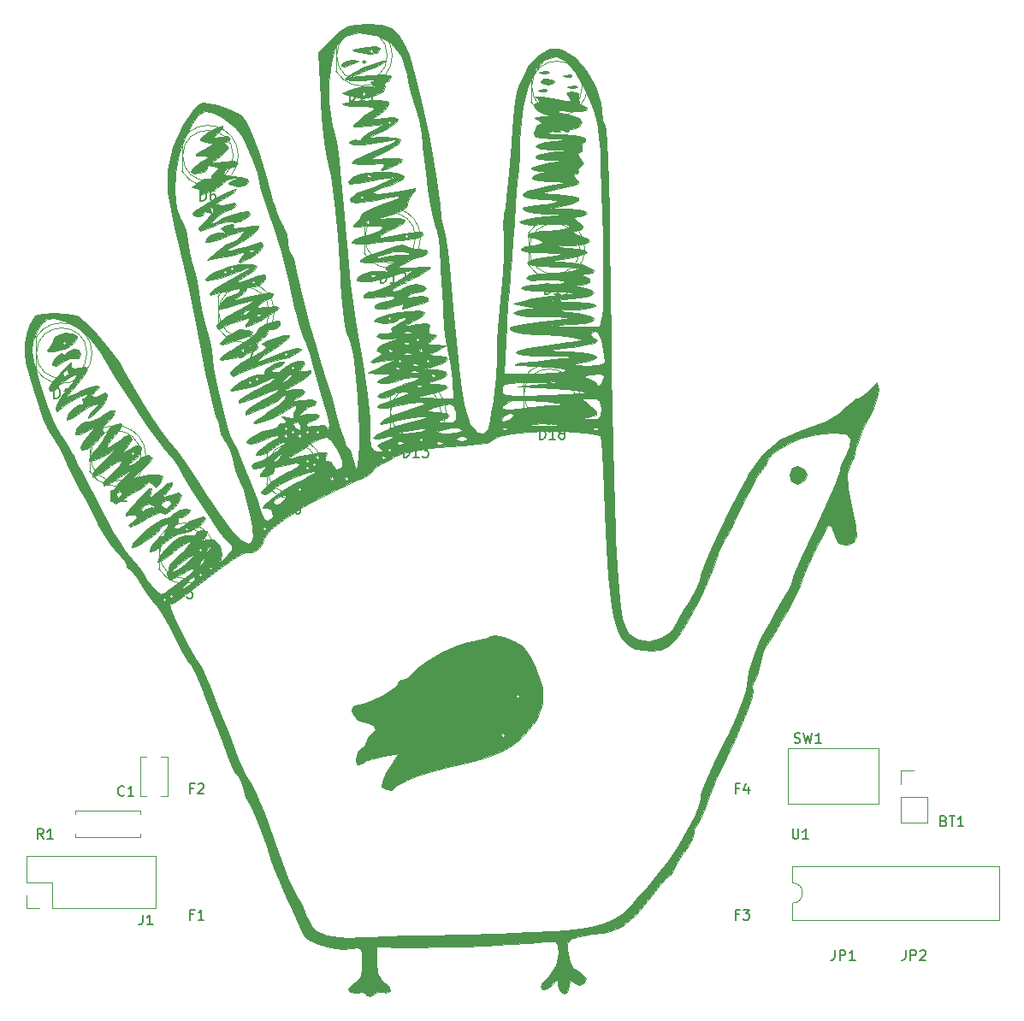
<source format=gbr>
G04 #@! TF.FileFunction,Legend,Top*
%FSLAX46Y46*%
G04 Gerber Fmt 4.6, Leading zero omitted, Abs format (unit mm)*
G04 Created by KiCad (PCBNEW 4.0.6) date 11/09/17 18:16:21*
%MOMM*%
%LPD*%
G01*
G04 APERTURE LIST*
%ADD10C,0.100000*%
%ADD11C,0.120000*%
%ADD12C,0.010000*%
%ADD13C,0.150000*%
G04 APERTURE END LIST*
D10*
D11*
X107638000Y-86360462D02*
G75*
G03X102088000Y-84815170I-2990000J462D01*
G01*
X107638000Y-86359538D02*
G75*
G02X102088000Y-87904830I-2990000J-462D01*
G01*
X107148000Y-86360000D02*
G75*
G03X107148000Y-86360000I-2500000J0D01*
G01*
X102088000Y-84815000D02*
X102088000Y-87905000D01*
X112972000Y-96520462D02*
G75*
G03X107422000Y-94975170I-2990000J462D01*
G01*
X112972000Y-96519538D02*
G75*
G02X107422000Y-98064830I-2990000J-462D01*
G01*
X112482000Y-96520000D02*
G75*
G03X112482000Y-96520000I-2500000J0D01*
G01*
X107422000Y-94975000D02*
X107422000Y-98065000D01*
X119830000Y-106172462D02*
G75*
G03X114280000Y-104627170I-2990000J462D01*
G01*
X119830000Y-106171538D02*
G75*
G02X114280000Y-107716830I-2990000J-462D01*
G01*
X119340000Y-106172000D02*
G75*
G03X119340000Y-106172000I-2500000J0D01*
G01*
X114280000Y-104627000D02*
X114280000Y-107717000D01*
X122116000Y-66802462D02*
G75*
G03X116566000Y-65257170I-2990000J462D01*
G01*
X122116000Y-66801538D02*
G75*
G02X116566000Y-68346830I-2990000J-462D01*
G01*
X121626000Y-66802000D02*
G75*
G03X121626000Y-66802000I-2500000J0D01*
G01*
X116566000Y-65257000D02*
X116566000Y-68347000D01*
X125672000Y-82296462D02*
G75*
G03X120122000Y-80751170I-2990000J462D01*
G01*
X125672000Y-82295538D02*
G75*
G02X120122000Y-83840830I-2990000J-462D01*
G01*
X125182000Y-82296000D02*
G75*
G03X125182000Y-82296000I-2500000J0D01*
G01*
X120122000Y-80751000D02*
X120122000Y-83841000D01*
X130498000Y-97790462D02*
G75*
G03X124948000Y-96245170I-2990000J462D01*
G01*
X130498000Y-97789538D02*
G75*
G02X124948000Y-99334830I-2990000J-462D01*
G01*
X130008000Y-97790000D02*
G75*
G03X130008000Y-97790000I-2500000J0D01*
G01*
X124948000Y-96245000D02*
X124948000Y-99335000D01*
X137356000Y-56896462D02*
G75*
G03X131806000Y-55351170I-2990000J462D01*
G01*
X137356000Y-56895538D02*
G75*
G02X131806000Y-58440830I-2990000J-462D01*
G01*
X136866000Y-56896000D02*
G75*
G03X136866000Y-56896000I-2500000J0D01*
G01*
X131806000Y-55351000D02*
X131806000Y-58441000D01*
X140150000Y-74930462D02*
G75*
G03X134600000Y-73385170I-2990000J462D01*
G01*
X140150000Y-74929538D02*
G75*
G02X134600000Y-76474830I-2990000J-462D01*
G01*
X139660000Y-74930000D02*
G75*
G03X139660000Y-74930000I-2500000J0D01*
G01*
X134600000Y-73385000D02*
X134600000Y-76475000D01*
X142690000Y-92202462D02*
G75*
G03X137140000Y-90657170I-2990000J462D01*
G01*
X142690000Y-92201538D02*
G75*
G02X137140000Y-93746830I-2990000J-462D01*
G01*
X142200000Y-92202000D02*
G75*
G03X142200000Y-92202000I-2500000J0D01*
G01*
X137140000Y-90657000D02*
X137140000Y-93747000D01*
X156660000Y-59944462D02*
G75*
G03X151110000Y-58399170I-2990000J462D01*
G01*
X156660000Y-59943538D02*
G75*
G02X151110000Y-61488830I-2990000J-462D01*
G01*
X156170000Y-59944000D02*
G75*
G03X156170000Y-59944000I-2500000J0D01*
G01*
X151110000Y-58399000D02*
X151110000Y-61489000D01*
X156406000Y-76032462D02*
G75*
G03X150856000Y-74487170I-2990000J462D01*
G01*
X156406000Y-76031538D02*
G75*
G02X150856000Y-77576830I-2990000J-462D01*
G01*
X155916000Y-76032000D02*
G75*
G03X155916000Y-76032000I-2500000J0D01*
G01*
X150856000Y-74487000D02*
X150856000Y-77577000D01*
X155898000Y-90424462D02*
G75*
G03X150348000Y-88879170I-2990000J462D01*
G01*
X155898000Y-90423538D02*
G75*
G02X150348000Y-91968830I-2990000J-462D01*
G01*
X155408000Y-90424000D02*
G75*
G03X155408000Y-90424000I-2500000J0D01*
G01*
X150348000Y-88879000D02*
X150348000Y-91969000D01*
X105980000Y-132020000D02*
X105980000Y-131690000D01*
X105980000Y-131690000D02*
X112400000Y-131690000D01*
X112400000Y-131690000D02*
X112400000Y-132020000D01*
X105980000Y-133980000D02*
X105980000Y-134310000D01*
X105980000Y-134310000D02*
X112400000Y-134310000D01*
X112400000Y-134310000D02*
X112400000Y-133980000D01*
D10*
X185500000Y-131000000D02*
X185500000Y-125500000D01*
X176500000Y-131000000D02*
X185500000Y-131000000D01*
X176500000Y-125500000D02*
X176500000Y-131000000D01*
X185500000Y-125500000D02*
X176500000Y-125500000D01*
D11*
X176970000Y-138810000D02*
G75*
G02X176970000Y-140810000I0J-1000000D01*
G01*
X176970000Y-140810000D02*
X176970000Y-142460000D01*
X176970000Y-142460000D02*
X197410000Y-142460000D01*
X197410000Y-142460000D02*
X197410000Y-137160000D01*
X197410000Y-137160000D02*
X176970000Y-137160000D01*
X176970000Y-137160000D02*
X176970000Y-138810000D01*
X187670000Y-132870000D02*
X190330000Y-132870000D01*
X187670000Y-130270000D02*
X187670000Y-132870000D01*
X190330000Y-130270000D02*
X190330000Y-132870000D01*
X187670000Y-130270000D02*
X190330000Y-130270000D01*
X187670000Y-129000000D02*
X187670000Y-127670000D01*
X187670000Y-127670000D02*
X189000000Y-127670000D01*
X112390000Y-130210000D02*
X112390000Y-126290000D01*
X115110000Y-130210000D02*
X115110000Y-126290000D01*
X112390000Y-130210000D02*
X113000000Y-130210000D01*
X114500000Y-130210000D02*
X115110000Y-130210000D01*
X112390000Y-126290000D02*
X113000000Y-126290000D01*
X114500000Y-126290000D02*
X115110000Y-126290000D01*
X113950000Y-141330000D02*
X113950000Y-136130000D01*
X103730000Y-141330000D02*
X113950000Y-141330000D01*
X101130000Y-136130000D02*
X113950000Y-136130000D01*
X103730000Y-141330000D02*
X103730000Y-138730000D01*
X103730000Y-138730000D02*
X101130000Y-138730000D01*
X101130000Y-138730000D02*
X101130000Y-136130000D01*
X102460000Y-141330000D02*
X101130000Y-141330000D01*
X101130000Y-141330000D02*
X101130000Y-140000000D01*
D12*
G36*
X136331499Y-53865327D02*
X137288581Y-54190502D01*
X138009948Y-54892929D01*
X138619123Y-55902176D01*
X138998527Y-56849234D01*
X139450858Y-58352738D01*
X139945437Y-60271226D01*
X140451583Y-62463239D01*
X140938617Y-64787314D01*
X141375857Y-67101991D01*
X141732626Y-69265809D01*
X141978241Y-71137307D01*
X142023962Y-71601389D01*
X142174156Y-72922892D01*
X142356487Y-74012329D01*
X142531226Y-74633139D01*
X142649778Y-75149965D01*
X142806816Y-76249725D01*
X142988330Y-77811753D01*
X143180311Y-79715384D01*
X143368751Y-81839950D01*
X143370833Y-81865083D01*
X143658404Y-85140497D01*
X143929449Y-87779907D01*
X144194640Y-89852341D01*
X144464655Y-91426826D01*
X144750168Y-92572389D01*
X145061854Y-93358059D01*
X145179756Y-93561805D01*
X145816746Y-94209304D01*
X146435360Y-94303875D01*
X146851972Y-93849674D01*
X146872486Y-93767593D01*
X148262037Y-93767593D01*
X148310463Y-93977319D01*
X148497222Y-94002778D01*
X148686964Y-93918435D01*
X157116895Y-93918435D01*
X157463657Y-93974927D01*
X157921215Y-93910067D01*
X157926678Y-93789641D01*
X157454524Y-93705427D01*
X157250521Y-93761790D01*
X157116895Y-93918435D01*
X148686964Y-93918435D01*
X148787598Y-93873702D01*
X148732407Y-93767593D01*
X148313743Y-93725372D01*
X148262037Y-93767593D01*
X146872486Y-93767593D01*
X146951538Y-93451302D01*
X150513518Y-93451302D01*
X150779092Y-93498267D01*
X151618846Y-93525243D01*
X152201389Y-93529064D01*
X153317609Y-93515659D01*
X153917141Y-93477828D01*
X153922983Y-93422487D01*
X153710019Y-93393568D01*
X152457616Y-93336467D01*
X151087922Y-93375292D01*
X150887797Y-93391239D01*
X150513518Y-93451302D01*
X146951538Y-93451302D01*
X147049335Y-93060019D01*
X147068280Y-92945785D01*
X148144444Y-92945785D01*
X148357881Y-93134530D01*
X148880214Y-92928274D01*
X149060785Y-92793529D01*
X156106212Y-92793529D01*
X156156046Y-92848429D01*
X156875694Y-92891587D01*
X157663772Y-92861683D01*
X157972571Y-92542096D01*
X158022222Y-91886111D01*
X157930148Y-91132498D01*
X157525170Y-90855808D01*
X157086299Y-90827778D01*
X156150376Y-90827778D01*
X156909910Y-91486518D01*
X157531362Y-92105691D01*
X157546218Y-92453665D01*
X156932962Y-92653562D01*
X156699305Y-92691766D01*
X156106212Y-92793529D01*
X149060785Y-92793529D01*
X149372934Y-92560600D01*
X149424595Y-92343114D01*
X148955620Y-92276844D01*
X148398819Y-92544950D01*
X148144444Y-92945785D01*
X147068280Y-92945785D01*
X147260912Y-91784266D01*
X147281713Y-91624123D01*
X148219731Y-91624123D01*
X148260283Y-91887711D01*
X148908504Y-91954888D01*
X149820139Y-91851213D01*
X151215561Y-91672116D01*
X152799864Y-91539157D01*
X153436111Y-91507487D01*
X154316737Y-91469830D01*
X154658250Y-91425423D01*
X154417278Y-91357870D01*
X153550451Y-91250774D01*
X152444675Y-91132665D01*
X150543239Y-90998046D01*
X149281063Y-91057272D01*
X148828703Y-91191954D01*
X148219731Y-91624123D01*
X147281713Y-91624123D01*
X147461400Y-90240766D01*
X147462524Y-90229853D01*
X148209472Y-90229853D01*
X148350092Y-90420400D01*
X148749756Y-90530834D01*
X149517330Y-90574510D01*
X150761677Y-90564788D01*
X152591661Y-90515023D01*
X152805145Y-90508538D01*
X154641716Y-90443516D01*
X155823143Y-90376869D01*
X156399821Y-90301856D01*
X156422143Y-90211733D01*
X155940504Y-90099759D01*
X155905555Y-90093715D01*
X154658705Y-89930178D01*
X153109090Y-89793862D01*
X152025000Y-89733297D01*
X149731944Y-89644853D01*
X152201389Y-89409157D01*
X154670833Y-89173461D01*
X151495833Y-89206870D01*
X149980494Y-89236272D01*
X149032106Y-89306480D01*
X148512132Y-89448737D01*
X148282031Y-89694284D01*
X148219034Y-89945833D01*
X148209472Y-90229853D01*
X147462524Y-90229853D01*
X147619701Y-88704131D01*
X156408053Y-88704131D01*
X156875694Y-88878872D01*
X157495500Y-89234547D01*
X157680172Y-89546006D01*
X157825691Y-89618801D01*
X158065287Y-89302013D01*
X158294430Y-88712619D01*
X158263200Y-88481718D01*
X157823684Y-88401742D01*
X157084335Y-88458404D01*
X156419817Y-88581079D01*
X156408053Y-88704131D01*
X147619701Y-88704131D01*
X147625497Y-88647871D01*
X147646319Y-88358333D01*
X148436759Y-88358333D01*
X151730185Y-88352931D01*
X153350955Y-88322424D01*
X154290900Y-88235460D01*
X154572710Y-88089188D01*
X154494444Y-88005556D01*
X153897905Y-87831898D01*
X152817382Y-87692125D01*
X151474420Y-87613828D01*
X151319444Y-87610138D01*
X150090438Y-87571874D01*
X149469325Y-87514580D01*
X149475613Y-87432005D01*
X150128808Y-87317897D01*
X151448416Y-87166003D01*
X153259722Y-86988274D01*
X156434722Y-86689799D01*
X152995139Y-86642122D01*
X151534455Y-86592064D01*
X150381811Y-86495833D01*
X149688461Y-86369289D01*
X149555555Y-86281420D01*
X149837840Y-86132530D01*
X152201389Y-86132530D01*
X154738208Y-86187098D01*
X156099323Y-86273151D01*
X157062769Y-86443064D01*
X157549785Y-86663443D01*
X157481611Y-86900891D01*
X156890122Y-87099533D01*
X155906619Y-87309248D01*
X155376389Y-87421731D01*
X155290462Y-87508763D01*
X155797125Y-87579791D01*
X156522917Y-87611855D01*
X157740514Y-87567854D01*
X158312693Y-87360912D01*
X158371117Y-87211806D01*
X158268529Y-86038966D01*
X158023261Y-84997981D01*
X157698186Y-84298844D01*
X157446897Y-84125000D01*
X157007853Y-84331146D01*
X156963889Y-84477778D01*
X157232344Y-84820304D01*
X157316667Y-84830556D01*
X157659575Y-85058878D01*
X157669444Y-85128862D01*
X157346632Y-85310692D01*
X156490376Y-85525961D01*
X155268950Y-85734601D01*
X154935417Y-85779850D01*
X152201389Y-86132530D01*
X149837840Y-86132530D01*
X149881815Y-86109336D01*
X150763145Y-85891063D01*
X152053375Y-85658302D01*
X153171528Y-85497183D01*
X154757118Y-85285157D01*
X155709462Y-85134816D01*
X156095674Y-85022367D01*
X155982865Y-84924017D01*
X155438150Y-84815970D01*
X155200000Y-84778023D01*
X153867033Y-84623811D01*
X152323274Y-84519257D01*
X151672222Y-84498525D01*
X150387706Y-84416686D01*
X149474521Y-84243264D01*
X149022295Y-84016134D01*
X149120654Y-83773172D01*
X149573955Y-83611807D01*
X150346280Y-83469669D01*
X151566374Y-83292116D01*
X152980151Y-83115903D01*
X153083333Y-83104170D01*
X155729167Y-82805424D01*
X152445152Y-82759657D01*
X150809721Y-82701457D01*
X149768644Y-82584469D01*
X149370297Y-82414980D01*
X149379167Y-82361111D01*
X149852781Y-82101629D01*
X150694726Y-81963162D01*
X150722903Y-81961893D01*
X151848611Y-81915453D01*
X150613889Y-81671102D01*
X149379167Y-81426752D01*
X150336524Y-81153340D01*
X151167496Y-80979255D01*
X152429499Y-80784695D01*
X153850769Y-80611509D01*
X153864302Y-80610086D01*
X156434722Y-80340245D01*
X153150708Y-80292345D01*
X151532264Y-80218001D01*
X150500141Y-80074179D01*
X150076572Y-79896369D01*
X150283789Y-79720063D01*
X151144026Y-79580752D01*
X152663181Y-79514094D01*
X153903979Y-79469036D01*
X154454915Y-79365547D01*
X154329470Y-79201037D01*
X154318055Y-79196232D01*
X153526890Y-79053519D01*
X152429748Y-79060443D01*
X152113194Y-79092590D01*
X151042514Y-79140273D01*
X150620708Y-78932239D01*
X150613889Y-78881284D01*
X150940001Y-78624265D01*
X151819519Y-78478795D01*
X152289583Y-78460225D01*
X153678462Y-78380326D01*
X155060837Y-78206707D01*
X155376389Y-78148016D01*
X155945947Y-78009761D01*
X156015316Y-77917989D01*
X155524950Y-77860885D01*
X154415303Y-77826637D01*
X153700694Y-77815569D01*
X152130726Y-77747484D01*
X151108272Y-77606866D01*
X150668619Y-77416937D01*
X150847056Y-77200919D01*
X151678870Y-76982037D01*
X152289583Y-76886924D01*
X153589634Y-76694611D01*
X154186606Y-76556977D01*
X154080142Y-76465516D01*
X153269884Y-76411718D01*
X152268763Y-76391740D01*
X150950588Y-76329312D01*
X150209712Y-76186666D01*
X150084722Y-76011111D01*
X150560628Y-75758941D01*
X151361084Y-75658333D01*
X152054354Y-75561126D01*
X152205705Y-75312842D01*
X152201389Y-75305556D01*
X151705244Y-75012208D01*
X151277805Y-74952778D01*
X150803257Y-74813598D01*
X150790278Y-74600000D01*
X151244771Y-74389578D01*
X152146446Y-74260456D01*
X152663181Y-74241820D01*
X153771803Y-74163640D01*
X154633566Y-73972815D01*
X154847222Y-73870476D01*
X154905911Y-73689890D01*
X154391131Y-73598229D01*
X153251058Y-73589858D01*
X152481710Y-73613196D01*
X150953229Y-73617710D01*
X150107658Y-73514654D01*
X149937109Y-73340007D01*
X150433695Y-73129747D01*
X151589529Y-72919855D01*
X152659237Y-72803423D01*
X155023611Y-72594347D01*
X152642361Y-72538840D01*
X151450697Y-72449318D01*
X150621555Y-72276747D01*
X150232140Y-72070915D01*
X150359656Y-71881608D01*
X151081309Y-71758614D01*
X151407639Y-71742613D01*
X152529718Y-71626328D01*
X153436111Y-71425000D01*
X153778623Y-71264987D01*
X153543805Y-71167075D01*
X152676031Y-71115855D01*
X152289583Y-71107387D01*
X151199604Y-71033919D01*
X150463282Y-70879831D01*
X150261111Y-70726166D01*
X150362412Y-70501384D01*
X150748863Y-70298945D01*
X151544283Y-70078444D01*
X152872493Y-69799479D01*
X153436111Y-69690142D01*
X155023611Y-69385638D01*
X152924583Y-69346986D01*
X151760576Y-69258817D01*
X151210363Y-69071069D01*
X151303392Y-68818165D01*
X152069108Y-68534530D01*
X152201389Y-68501554D01*
X152518340Y-68377270D01*
X152160592Y-68305872D01*
X151878009Y-68290923D01*
X151184386Y-68194115D01*
X151122977Y-68013897D01*
X151631739Y-67792636D01*
X152648632Y-67572696D01*
X153009966Y-67517957D01*
X154670833Y-67285938D01*
X152924583Y-67238802D01*
X151888268Y-67141152D01*
X151502924Y-66955997D01*
X151727562Y-66733649D01*
X152521188Y-66524421D01*
X153612500Y-66394475D01*
X155376389Y-66260508D01*
X153277361Y-66196921D01*
X152070544Y-66089629D01*
X151546456Y-65895435D01*
X151695785Y-65664874D01*
X152509220Y-65448484D01*
X153436111Y-65335293D01*
X155023611Y-65198266D01*
X153193452Y-65136633D01*
X152115209Y-65065821D01*
X151576960Y-64900360D01*
X151413530Y-64568940D01*
X151416442Y-64369444D01*
X151688792Y-63783918D01*
X152011878Y-63639094D01*
X152255785Y-63545735D01*
X151848611Y-63311111D01*
X151450234Y-63097408D01*
X151647599Y-62992833D01*
X152201389Y-62947963D01*
X152890336Y-62893529D01*
X152915922Y-62806483D01*
X152403932Y-62648854D01*
X151745077Y-62328432D01*
X151390744Y-61921042D01*
X151451366Y-61608365D01*
X151731018Y-61541820D01*
X151982976Y-61449199D01*
X151672222Y-61167638D01*
X151455345Y-60939631D01*
X151831534Y-60929732D01*
X152201389Y-60989418D01*
X153663396Y-61248619D01*
X154545647Y-61381911D01*
X154962532Y-61389744D01*
X155028443Y-61272569D01*
X154857771Y-61030836D01*
X154832052Y-60999776D01*
X154627262Y-60612680D01*
X155007574Y-60492268D01*
X155194547Y-60488889D01*
X155763716Y-60627841D01*
X155772857Y-61031410D01*
X155849262Y-61601958D01*
X156087892Y-61774708D01*
X156612782Y-62084097D01*
X156526373Y-62318425D01*
X155922427Y-62429040D01*
X154935417Y-62372719D01*
X154006144Y-62283815D01*
X153485430Y-62299211D01*
X153442483Y-62356442D01*
X153897742Y-62555391D01*
X154500816Y-62679656D01*
X155367852Y-62885243D01*
X155834491Y-63086867D01*
X156095848Y-63500991D01*
X155829533Y-63921808D01*
X155197205Y-64205578D01*
X154540111Y-64237758D01*
X153546647Y-64253766D01*
X152898592Y-64400220D01*
X152749973Y-64563868D01*
X153300287Y-64664006D01*
X154209041Y-64697427D01*
X155339639Y-64768438D01*
X156160571Y-64925861D01*
X156434722Y-65075000D01*
X156413033Y-65400356D01*
X156290225Y-65427778D01*
X156078272Y-65685527D01*
X156130760Y-65956944D01*
X156096165Y-66409823D01*
X155900103Y-66486111D01*
X155669727Y-66621724D01*
X155950554Y-67072647D01*
X156243339Y-67566726D01*
X155998481Y-67805979D01*
X155991552Y-67808333D01*
X155705271Y-68130697D01*
X155747788Y-68280131D01*
X155677298Y-68576988D01*
X155530402Y-68602778D01*
X155297000Y-68729452D01*
X155540715Y-69117409D01*
X155742613Y-69369235D01*
X155763050Y-69545587D01*
X155486496Y-69696369D01*
X154797425Y-69871483D01*
X153580310Y-70120833D01*
X152906944Y-70255091D01*
X152178751Y-70409497D01*
X151970015Y-70504311D01*
X152337710Y-70567522D01*
X153338815Y-70627120D01*
X153700694Y-70645028D01*
X155050630Y-70772676D01*
X155743012Y-70977847D01*
X155764413Y-71240100D01*
X155101407Y-71538995D01*
X154406250Y-71719237D01*
X152906944Y-72054996D01*
X154759028Y-72092776D01*
X155794055Y-72174527D01*
X156466274Y-72343988D01*
X156611111Y-72483333D01*
X156311802Y-72762846D01*
X155817361Y-72846839D01*
X155283891Y-72891700D01*
X155404809Y-73073245D01*
X155640972Y-73217146D01*
X156195077Y-73722101D01*
X156095245Y-74118695D01*
X155464583Y-74279039D01*
X155073499Y-74338204D01*
X155313402Y-74484606D01*
X155817361Y-74641903D01*
X156702307Y-74990945D01*
X156907235Y-75304901D01*
X156457669Y-75552463D01*
X155379136Y-75702323D01*
X154935417Y-75723591D01*
X152906944Y-75788849D01*
X154759028Y-75918416D01*
X155793908Y-76042576D01*
X156466135Y-76222561D01*
X156611111Y-76349221D01*
X156294885Y-76566877D01*
X155482125Y-76804284D01*
X154759028Y-76942251D01*
X152906944Y-77234044D01*
X154996148Y-77416327D01*
X156107333Y-77591000D01*
X156915614Y-77855577D01*
X157326818Y-78143180D01*
X157246772Y-78386930D01*
X156581304Y-78519947D01*
X156552315Y-78521478D01*
X156065700Y-78583354D01*
X156261564Y-78700531D01*
X156346528Y-78723734D01*
X156904421Y-79020923D01*
X156839276Y-79350560D01*
X156210748Y-79566946D01*
X155993750Y-79585329D01*
X155405073Y-79627470D01*
X155445817Y-79698430D01*
X156148334Y-79843197D01*
X156184021Y-79849912D01*
X157073092Y-80106839D01*
X157292977Y-80389582D01*
X156877368Y-80662518D01*
X155859955Y-80890023D01*
X155117783Y-80977305D01*
X152906944Y-81181000D01*
X155309014Y-81241889D01*
X156679555Y-81334205D01*
X157380374Y-81497991D01*
X157438543Y-81693880D01*
X156881134Y-81882505D01*
X155735221Y-82024498D01*
X154738208Y-82071921D01*
X153570456Y-82108839D01*
X153081416Y-82147766D01*
X153244258Y-82194963D01*
X153965278Y-82252301D01*
X155668925Y-82422406D01*
X156795130Y-82649275D01*
X157319999Y-82901914D01*
X157219636Y-83149332D01*
X156470148Y-83360537D01*
X155047641Y-83504537D01*
X154935417Y-83510620D01*
X152554167Y-83634032D01*
X155244097Y-83703127D01*
X157934028Y-83772222D01*
X158165479Y-82625694D01*
X158221157Y-81958127D01*
X158253384Y-80698337D01*
X158262107Y-78959270D01*
X158247273Y-76853872D01*
X158208830Y-74495086D01*
X158170022Y-72836111D01*
X158093746Y-70096493D01*
X158019037Y-67952573D01*
X157934958Y-66294607D01*
X157830573Y-65012848D01*
X157694945Y-63997549D01*
X157517138Y-63138967D01*
X157286216Y-62327353D01*
X157053421Y-61631029D01*
X156324883Y-59922552D01*
X155459467Y-58500414D01*
X154550375Y-57485345D01*
X153690810Y-56998076D01*
X153457335Y-56972848D01*
X152418550Y-57332454D01*
X151521269Y-58315458D01*
X150796142Y-59848464D01*
X150273820Y-61858077D01*
X149984954Y-64270903D01*
X149940492Y-65394132D01*
X149901504Y-66858563D01*
X149844812Y-68043904D01*
X149779717Y-68782032D01*
X149744572Y-68935124D01*
X149675603Y-69354059D01*
X149587572Y-70335111D01*
X149491408Y-71735478D01*
X149398041Y-73412359D01*
X149390985Y-73554881D01*
X149297773Y-75283874D01*
X149201287Y-76783201D01*
X149112630Y-77896969D01*
X149042903Y-78469286D01*
X149040199Y-78480555D01*
X148972801Y-79016992D01*
X148884468Y-80108436D01*
X148785835Y-81605044D01*
X148687536Y-83356976D01*
X148670891Y-83684028D01*
X148436759Y-88358333D01*
X147646319Y-88358333D01*
X147727900Y-87223930D01*
X147743307Y-86187295D01*
X147742275Y-86166643D01*
X147747989Y-85224253D01*
X147822339Y-83778431D01*
X147952700Y-82026609D01*
X148125261Y-80177685D01*
X148287918Y-78382958D01*
X148393417Y-76761629D01*
X148433230Y-75486570D01*
X148398827Y-74730652D01*
X148395015Y-74709629D01*
X148348018Y-73768418D01*
X148450788Y-72527858D01*
X148544271Y-71954167D01*
X148694304Y-70923741D01*
X148856230Y-69388514D01*
X149011438Y-67548578D01*
X149141318Y-65604028D01*
X149151293Y-65427778D01*
X149313187Y-63105040D01*
X149511015Y-61401643D01*
X149757386Y-60231754D01*
X150006369Y-59606944D01*
X150474823Y-58720797D01*
X150794400Y-58036811D01*
X150801215Y-58019444D01*
X151212426Y-57472845D01*
X151953944Y-56822461D01*
X152083217Y-56728301D01*
X152948675Y-56233987D01*
X153692554Y-56184740D01*
X154176885Y-56320694D01*
X155438209Y-57085665D01*
X156575504Y-58352219D01*
X157458639Y-59916409D01*
X157957485Y-61574289D01*
X158022222Y-62347280D01*
X158120400Y-63259290D01*
X158358141Y-63857683D01*
X158372737Y-63873293D01*
X158461529Y-64309020D01*
X158548160Y-65411304D01*
X158631360Y-67141147D01*
X158709862Y-69459551D01*
X158782394Y-72327519D01*
X158847690Y-75706051D01*
X158904478Y-79556151D01*
X158917492Y-80612598D01*
X158966657Y-84297724D01*
X159026898Y-88057347D01*
X159095610Y-91771374D01*
X159170190Y-95319711D01*
X159248035Y-98582267D01*
X159326541Y-101438947D01*
X159403105Y-103769658D01*
X159439498Y-104692117D01*
X159573253Y-107523197D01*
X159717244Y-109734723D01*
X159890797Y-111412641D01*
X160113237Y-112642894D01*
X160403889Y-113511427D01*
X160782081Y-114104183D01*
X161267137Y-114507107D01*
X161696498Y-114729291D01*
X162776811Y-114883669D01*
X163950171Y-114593876D01*
X164897653Y-113962094D01*
X165149513Y-113622998D01*
X165578724Y-112872564D01*
X166216221Y-111788432D01*
X166750162Y-110894792D01*
X167356100Y-109793244D01*
X167771861Y-108855796D01*
X167896689Y-108368207D01*
X168050835Y-107834109D01*
X168470313Y-106802883D01*
X169094522Y-105403160D01*
X169862860Y-103763574D01*
X170714728Y-102012757D01*
X171589525Y-100279341D01*
X172426650Y-98691959D01*
X172633093Y-98314614D01*
X174025773Y-96315940D01*
X175729655Y-94893666D01*
X177880797Y-93940719D01*
X178372110Y-93798255D01*
X180267508Y-93136080D01*
X181651231Y-92280433D01*
X181977033Y-91988958D01*
X182744920Y-91302555D01*
X183323281Y-90885817D01*
X183476339Y-90827778D01*
X183911740Y-90600910D01*
X184549502Y-90053189D01*
X184568750Y-90034028D01*
X185362500Y-89240278D01*
X185472576Y-90013769D01*
X185366644Y-90730269D01*
X184978764Y-91783779D01*
X184545863Y-92659602D01*
X183925011Y-93910736D01*
X183434675Y-95130327D01*
X183248524Y-95766667D01*
X182999323Y-96693301D01*
X182736719Y-97316671D01*
X182710176Y-97354167D01*
X182371228Y-98294639D01*
X182422723Y-99775430D01*
X182865476Y-101819623D01*
X182868250Y-101829749D01*
X183240114Y-103429803D01*
X183299990Y-104479019D01*
X183031207Y-105067335D01*
X182417097Y-105284690D01*
X182226602Y-105291667D01*
X181551810Y-105122390D01*
X181192884Y-104488422D01*
X181128490Y-104230255D01*
X180869462Y-103559745D01*
X180557612Y-103379319D01*
X180537953Y-103389736D01*
X180256840Y-103778126D01*
X179790826Y-104619467D01*
X179234965Y-105719072D01*
X178684309Y-106882256D01*
X178233911Y-107914332D01*
X177978823Y-108620612D01*
X177973104Y-108643055D01*
X177685773Y-109392635D01*
X177134146Y-110541773D01*
X176426582Y-111890917D01*
X175671438Y-113240509D01*
X174977070Y-114390995D01*
X174451836Y-115142819D01*
X174429315Y-115169444D01*
X174086646Y-115841258D01*
X173790880Y-116866906D01*
X173728544Y-117196068D01*
X173504602Y-118165650D01*
X173236973Y-118804121D01*
X173146620Y-118901451D01*
X172960175Y-119361978D01*
X173018983Y-119767231D01*
X172952182Y-120386320D01*
X172563826Y-121547611D01*
X171880677Y-123179723D01*
X171145557Y-124764626D01*
X170308797Y-126552179D01*
X169530768Y-128292870D01*
X168893681Y-129797658D01*
X168479748Y-130877505D01*
X168454694Y-130952101D01*
X168061604Y-132012124D01*
X167698640Y-132770854D01*
X167520249Y-133001393D01*
X167239603Y-133486720D01*
X167194444Y-133834556D01*
X166996304Y-134475040D01*
X166491787Y-135399427D01*
X166136111Y-135927348D01*
X165528714Y-136830709D01*
X165145931Y-137524768D01*
X165077778Y-137744168D01*
X164854615Y-138089600D01*
X164784255Y-138100000D01*
X164443797Y-138363507D01*
X163825426Y-139056499D01*
X163059017Y-140032683D01*
X163010228Y-140098323D01*
X161437532Y-141971860D01*
X159989487Y-143170623D01*
X158645510Y-143710285D01*
X158218268Y-143746412D01*
X157118672Y-143847252D01*
X155914316Y-144089331D01*
X155841165Y-144109199D01*
X155002348Y-144389871D01*
X154680050Y-144764131D01*
X154705018Y-145491471D01*
X154749479Y-145782926D01*
X154943377Y-146657947D01*
X155160622Y-147161597D01*
X155204814Y-147196750D01*
X155659490Y-147467595D01*
X156120111Y-147790362D01*
X156557553Y-148255725D01*
X156395153Y-148680076D01*
X156361479Y-148715188D01*
X155884221Y-148965390D01*
X155391340Y-148695742D01*
X154974612Y-148453185D01*
X154850693Y-148803045D01*
X154847222Y-148992915D01*
X154636568Y-149601185D01*
X154318055Y-149741667D01*
X153886970Y-149439565D01*
X153777669Y-148947917D01*
X153728309Y-148401818D01*
X153507302Y-148506770D01*
X153297806Y-148771528D01*
X152754521Y-149252539D01*
X152250015Y-149383414D01*
X152025024Y-149102480D01*
X152025000Y-149097605D01*
X152258951Y-148680741D01*
X152829925Y-148051243D01*
X152906944Y-147977778D01*
X153606889Y-146984666D01*
X153788889Y-145833186D01*
X153752190Y-144977346D01*
X153503001Y-144633105D01*
X152832688Y-144613596D01*
X152465972Y-144648310D01*
X150952572Y-144768937D01*
X148938375Y-144888498D01*
X146628104Y-144998911D01*
X144226484Y-145092089D01*
X141938237Y-145159950D01*
X139968089Y-145194409D01*
X138707639Y-145191606D01*
X135797222Y-145137973D01*
X135797222Y-146649405D01*
X135905295Y-147774800D01*
X136280751Y-148433490D01*
X136502778Y-148601463D01*
X137077626Y-149120997D01*
X137162114Y-149539795D01*
X136756182Y-149684469D01*
X136503129Y-149639541D01*
X135847063Y-149623670D01*
X135600365Y-149774785D01*
X135189304Y-150071284D01*
X134805039Y-149982859D01*
X134738889Y-149790587D01*
X134445379Y-149620844D01*
X133856944Y-149655324D01*
X133155619Y-149632573D01*
X133009912Y-149301077D01*
X133449052Y-148821902D01*
X133680556Y-148683333D01*
X134148858Y-148247109D01*
X134355824Y-147464866D01*
X134386111Y-146702613D01*
X134361439Y-145727041D01*
X134210804Y-145291419D01*
X133819276Y-145230227D01*
X133415972Y-145305434D01*
X132436818Y-145345066D01*
X131228343Y-145173462D01*
X130035418Y-144853428D01*
X129102917Y-144447773D01*
X128705374Y-144097222D01*
X128196608Y-143080434D01*
X127553136Y-141704890D01*
X126859111Y-140161607D01*
X126198684Y-138641603D01*
X125656007Y-137335897D01*
X125315232Y-136435505D01*
X125276944Y-136314947D01*
X124852035Y-135000277D01*
X124344422Y-133599312D01*
X123832954Y-132312503D01*
X123396475Y-131340302D01*
X123158316Y-130928732D01*
X122854975Y-130309179D01*
X122585222Y-129389427D01*
X122580762Y-129368750D01*
X122339489Y-128591507D01*
X122078263Y-128226216D01*
X122053871Y-128222222D01*
X121802367Y-127916071D01*
X121416278Y-127114338D01*
X120989106Y-126017361D01*
X120533766Y-124762041D01*
X120129018Y-123692229D01*
X119891136Y-123106944D01*
X119615520Y-122434587D01*
X119187064Y-121330297D01*
X118695185Y-120024801D01*
X118661778Y-119934781D01*
X118184701Y-118718209D01*
X117769069Y-117782699D01*
X117495659Y-117308138D01*
X117473675Y-117288948D01*
X117201690Y-116914006D01*
X116701005Y-116058551D01*
X116057865Y-114873433D01*
X115707219Y-114199305D01*
X115031504Y-112930367D01*
X114457648Y-111941589D01*
X114069094Y-111372563D01*
X113967446Y-111288889D01*
X115333253Y-111288889D01*
X115365823Y-111570570D01*
X115662195Y-112309416D01*
X116142974Y-113346134D01*
X116728762Y-114521430D01*
X117340164Y-115676009D01*
X117897781Y-116650577D01*
X118322219Y-117285840D01*
X118322436Y-117286111D01*
X118727685Y-117969957D01*
X119151973Y-118936398D01*
X119193987Y-119050000D01*
X119544524Y-119983759D01*
X120056635Y-121305493D01*
X120627111Y-122749192D01*
X120699616Y-122930556D01*
X121289713Y-124406352D01*
X121856684Y-125827555D01*
X122286554Y-126908442D01*
X122317885Y-126987500D01*
X122779105Y-128011477D01*
X123235993Y-128815516D01*
X123340640Y-128956482D01*
X123654941Y-129517080D01*
X124122333Y-130570204D01*
X124667920Y-131940676D01*
X124999717Y-132837038D01*
X125789621Y-135027417D01*
X126384750Y-136657487D01*
X126826940Y-137831638D01*
X127158031Y-138654258D01*
X127419858Y-139229737D01*
X127654259Y-139662464D01*
X127877976Y-140018626D01*
X128401735Y-140986977D01*
X128883520Y-142134467D01*
X128923273Y-142248342D01*
X129319772Y-143127283D01*
X129905574Y-143633193D01*
X130909073Y-143984296D01*
X132067134Y-144215398D01*
X133091083Y-144286490D01*
X133327778Y-144267227D01*
X133900883Y-144225346D01*
X135080332Y-144173421D01*
X136767036Y-144114596D01*
X138861905Y-144052020D01*
X141265852Y-143988838D01*
X143879786Y-143928197D01*
X144263889Y-143919940D01*
X147933602Y-143829401D01*
X150971691Y-143719399D01*
X153452067Y-143576318D01*
X155448636Y-143386541D01*
X157035307Y-143136450D01*
X158285989Y-142812429D01*
X159274590Y-142400861D01*
X160075019Y-141888130D01*
X160761183Y-141260619D01*
X161162842Y-140806500D01*
X161893591Y-139951871D01*
X162520714Y-139255111D01*
X162608333Y-139163511D01*
X163590980Y-138034650D01*
X164633678Y-136637234D01*
X165653589Y-135108968D01*
X166567875Y-133587559D01*
X167293697Y-132210710D01*
X167748218Y-131116130D01*
X167850443Y-130449315D01*
X167886723Y-130057804D01*
X168128764Y-129338160D01*
X168607253Y-128219273D01*
X169352877Y-126630029D01*
X170396323Y-124499318D01*
X170562192Y-124165278D01*
X171340906Y-122510266D01*
X171962311Y-121017248D01*
X172364764Y-119845052D01*
X172488858Y-119201038D01*
X172655367Y-117916341D01*
X173090374Y-116350061D01*
X173689206Y-114819407D01*
X174302816Y-113703875D01*
X174754431Y-112995276D01*
X174954956Y-112560529D01*
X174955555Y-112550337D01*
X175132459Y-112153437D01*
X175584120Y-111379826D01*
X175925243Y-110840906D01*
X176487522Y-109904578D01*
X176840390Y-109180565D01*
X176900765Y-108957299D01*
X177046356Y-108454442D01*
X177420531Y-107528333D01*
X177891865Y-106487855D01*
X179116844Y-103895821D01*
X180064369Y-101868723D01*
X180764951Y-100336702D01*
X181249099Y-99229899D01*
X181547325Y-98478453D01*
X181690138Y-98012504D01*
X181708049Y-97762193D01*
X181706216Y-97754096D01*
X181826136Y-97262441D01*
X182173819Y-96619980D01*
X182608263Y-95677650D01*
X182680758Y-94861945D01*
X182390111Y-94373873D01*
X182187500Y-94316358D01*
X180979331Y-94257882D01*
X179968111Y-94314592D01*
X178906072Y-94470115D01*
X177855696Y-94758622D01*
X176706365Y-95242613D01*
X175651933Y-95816944D01*
X174886249Y-96376468D01*
X174602778Y-96804227D01*
X174388110Y-97314848D01*
X174161806Y-97607193D01*
X173620907Y-98322876D01*
X173342250Y-98778919D01*
X172675796Y-100022029D01*
X172032895Y-101262600D01*
X171523815Y-102284661D01*
X171277900Y-102822222D01*
X170986438Y-103428571D01*
X170484957Y-104372468D01*
X170188493Y-104906181D01*
X169678716Y-105918343D01*
X169366494Y-106748427D01*
X169319464Y-107022847D01*
X169169536Y-107547745D01*
X168756102Y-108548353D01*
X168144278Y-109876026D01*
X167474995Y-111233304D01*
X166458308Y-113126844D01*
X165586581Y-114445069D01*
X164760391Y-115274542D01*
X163880316Y-115701831D01*
X162846935Y-115813499D01*
X162253953Y-115779177D01*
X161390878Y-115618910D01*
X160679059Y-115271240D01*
X160100511Y-114671729D01*
X159637251Y-113755936D01*
X159271293Y-112459422D01*
X158984654Y-110717748D01*
X158759350Y-108466474D01*
X158577395Y-105641160D01*
X158420807Y-102177367D01*
X158414751Y-102022965D01*
X158320073Y-99820977D01*
X158219341Y-97864846D01*
X158119449Y-96261879D01*
X158027288Y-95119386D01*
X157949750Y-94544675D01*
X157931582Y-94500100D01*
X157514853Y-94394549D01*
X156559998Y-94274643D01*
X155233666Y-94159157D01*
X154432956Y-94105916D01*
X152555692Y-94064286D01*
X150740799Y-94148130D01*
X149138779Y-94337953D01*
X147900133Y-94614258D01*
X147175364Y-94957548D01*
X147088441Y-95057341D01*
X146675007Y-95208977D01*
X145709086Y-95370260D01*
X144343079Y-95520107D01*
X143018318Y-95620460D01*
X141052940Y-95774980D01*
X139589954Y-95983345D01*
X138426326Y-96285712D01*
X137359025Y-96722239D01*
X137296528Y-96752170D01*
X136301115Y-97279576D01*
X135628812Y-97726761D01*
X135444444Y-97946284D01*
X135151846Y-98262076D01*
X134420657Y-98685411D01*
X134121528Y-98823454D01*
X131066929Y-100229746D01*
X128558163Y-101546816D01*
X126625334Y-102754719D01*
X125298549Y-103833509D01*
X124607914Y-104763241D01*
X124510086Y-105191060D01*
X124213021Y-105701542D01*
X123554043Y-106071244D01*
X122875123Y-106110878D01*
X122858593Y-106105194D01*
X122435901Y-106253560D01*
X121587158Y-106767363D01*
X120433654Y-107566811D01*
X119096677Y-108572114D01*
X119032358Y-108622309D01*
X117699810Y-109646611D01*
X116561986Y-110488725D01*
X115736097Y-111064155D01*
X115339354Y-111288408D01*
X115333253Y-111288889D01*
X113967446Y-111288889D01*
X113670866Y-111008980D01*
X113494438Y-110759722D01*
X114630556Y-110759722D01*
X114806944Y-110936111D01*
X114983333Y-110759722D01*
X114806944Y-110583333D01*
X114630556Y-110759722D01*
X113494438Y-110759722D01*
X113244736Y-110406944D01*
X115336111Y-110406944D01*
X115512500Y-110583333D01*
X115688889Y-110406944D01*
X115512500Y-110230555D01*
X115336111Y-110406944D01*
X113244736Y-110406944D01*
X113158092Y-110284535D01*
X112690278Y-109525000D01*
X112090443Y-108573780D01*
X111601803Y-107933363D01*
X111381444Y-107761111D01*
X111112968Y-107488144D01*
X111102778Y-107388447D01*
X110866505Y-106925464D01*
X110280547Y-106244051D01*
X110098393Y-106065530D01*
X109353965Y-105174834D01*
X108592595Y-103980638D01*
X108266560Y-103351389D01*
X107580670Y-101962191D01*
X106816345Y-100516806D01*
X106526884Y-100000000D01*
X105816134Y-98673246D01*
X105130940Y-97255659D01*
X104941138Y-96825000D01*
X104427161Y-95739601D01*
X103914627Y-94849642D01*
X103736352Y-94605095D01*
X103276166Y-93897126D01*
X102790400Y-92802874D01*
X102241923Y-91224918D01*
X101593604Y-89065835D01*
X101500422Y-88738695D01*
X101123403Y-87301926D01*
X100959597Y-86280457D01*
X100965645Y-86112339D01*
X101663204Y-86112339D01*
X101845860Y-87202883D01*
X101905131Y-87456804D01*
X102487440Y-89580007D01*
X103174165Y-91582242D01*
X103893499Y-93276124D01*
X104573634Y-94474269D01*
X104617005Y-94533509D01*
X105266357Y-95505707D01*
X105764481Y-96424440D01*
X105786064Y-96473787D01*
X106185694Y-97346880D01*
X106460993Y-97883333D01*
X106994547Y-98853253D01*
X107673098Y-100136049D01*
X108567577Y-101866537D01*
X108966725Y-102645833D01*
X109670647Y-103952823D01*
X110355360Y-105107948D01*
X110884789Y-105883044D01*
X110930615Y-105938735D01*
X111676335Y-106816040D01*
X112249306Y-107492019D01*
X112707414Y-108110565D01*
X112866667Y-108454125D01*
X113085382Y-108851520D01*
X113584863Y-109452253D01*
X114130109Y-109998006D01*
X114482740Y-110230555D01*
X114841934Y-110038480D01*
X115284973Y-109741139D01*
X116443154Y-109741139D01*
X116494462Y-109796797D01*
X117011806Y-109490113D01*
X117604475Y-109035851D01*
X117805556Y-108734585D01*
X117710451Y-108489039D01*
X117361045Y-108721359D01*
X116890093Y-109222194D01*
X116443154Y-109741139D01*
X115284973Y-109741139D01*
X115578862Y-109543899D01*
X116219128Y-109084028D01*
X117169955Y-108331984D01*
X117211818Y-108290278D01*
X118158333Y-108290278D01*
X118334722Y-108466667D01*
X118511111Y-108290278D01*
X118334722Y-108113889D01*
X118158333Y-108290278D01*
X117211818Y-108290278D01*
X117679082Y-107824776D01*
X117720368Y-107619825D01*
X117267671Y-107774555D01*
X116659028Y-108117755D01*
X115767585Y-108633007D01*
X115309634Y-108763576D01*
X115127466Y-108509863D01*
X115080925Y-108121780D01*
X115093967Y-108078147D01*
X115459539Y-108078147D01*
X115512500Y-108099450D01*
X115993083Y-107885395D01*
X116426898Y-107584722D01*
X119216667Y-107584722D01*
X119393055Y-107761111D01*
X119569444Y-107584722D01*
X119393055Y-107408333D01*
X119216667Y-107584722D01*
X116426898Y-107584722D01*
X116714536Y-107385364D01*
X118244827Y-107385364D01*
X118293082Y-107408333D01*
X118615022Y-107159985D01*
X118687500Y-107055555D01*
X118777395Y-106725747D01*
X118729140Y-106702778D01*
X118407200Y-106951126D01*
X118334722Y-107055555D01*
X118244827Y-107385364D01*
X116714536Y-107385364D01*
X116737727Y-107369291D01*
X116923611Y-107221010D01*
X117505562Y-106683015D01*
X117682127Y-106385742D01*
X117629167Y-106364439D01*
X117148584Y-106578494D01*
X116403940Y-107094598D01*
X116218056Y-107242879D01*
X115636105Y-107780874D01*
X115459539Y-108078147D01*
X115093967Y-108078147D01*
X115298177Y-107394979D01*
X115799602Y-106796557D01*
X116594911Y-106059426D01*
X116808871Y-105820833D01*
X118158333Y-105820833D01*
X118334722Y-105997222D01*
X118357691Y-105974253D01*
X118950383Y-105974253D01*
X118998638Y-105997222D01*
X119320578Y-105748874D01*
X119393055Y-105644444D01*
X119482951Y-105314636D01*
X119434695Y-105291667D01*
X119112756Y-105540015D01*
X119040278Y-105644444D01*
X118950383Y-105974253D01*
X118357691Y-105974253D01*
X118511111Y-105820833D01*
X118334722Y-105644444D01*
X118158333Y-105820833D01*
X116808871Y-105820833D01*
X117100000Y-105496187D01*
X117428104Y-105042354D01*
X117279184Y-105022172D01*
X116769446Y-105281628D01*
X115814794Y-105900093D01*
X115203620Y-106397718D01*
X114484582Y-106952208D01*
X114138450Y-107011930D01*
X114249528Y-106623511D01*
X114657256Y-106095540D01*
X115597725Y-105109851D01*
X116303048Y-104587102D01*
X116949982Y-104417395D01*
X117330941Y-104433158D01*
X117886550Y-104391926D01*
X117962864Y-104202460D01*
X118092494Y-103953331D01*
X118533487Y-103880555D01*
X119063592Y-103948654D01*
X118977530Y-104271376D01*
X118818890Y-104475773D01*
X118524904Y-104899440D01*
X118756512Y-104908331D01*
X118978295Y-104829564D01*
X119747757Y-104844696D01*
X120305841Y-105372902D01*
X120469258Y-106222261D01*
X120447858Y-106368333D01*
X120293770Y-107168449D01*
X121025436Y-106383098D01*
X121496191Y-105794159D01*
X121478733Y-105424875D01*
X121218156Y-105180124D01*
X120815949Y-104730300D01*
X120162070Y-103856435D01*
X119353802Y-102704846D01*
X118488428Y-101421850D01*
X117663231Y-100153765D01*
X116975494Y-99046910D01*
X116522500Y-98247603D01*
X116394444Y-97925055D01*
X116176503Y-97514615D01*
X115607479Y-96756068D01*
X114879360Y-95893015D01*
X114126366Y-94948558D01*
X113121332Y-93560085D01*
X111972799Y-91890040D01*
X110789303Y-90100866D01*
X109679384Y-88355008D01*
X108751580Y-86814909D01*
X108413197Y-86215476D01*
X107509509Y-84972418D01*
X106342281Y-83926752D01*
X105082107Y-83185010D01*
X103899576Y-82853728D01*
X103166209Y-82938736D01*
X102719272Y-83354786D01*
X102204842Y-84158967D01*
X102085083Y-84397285D01*
X101736336Y-85289501D01*
X101663204Y-86112339D01*
X100965645Y-86112339D01*
X100990438Y-85423190D01*
X101188009Y-84513842D01*
X101528623Y-83500766D01*
X101894507Y-82791445D01*
X102038716Y-82639576D01*
X102770303Y-82433615D01*
X103880621Y-82371170D01*
X105070993Y-82441108D01*
X106042745Y-82632296D01*
X106398523Y-82802083D01*
X107772937Y-84076114D01*
X109158211Y-85663818D01*
X110271235Y-87237470D01*
X110361046Y-87389001D01*
X111012363Y-88513755D01*
X111838323Y-89940895D01*
X112660423Y-91361991D01*
X112662563Y-91365690D01*
X113518928Y-92741807D01*
X114443233Y-94065499D01*
X115237749Y-95053876D01*
X115249234Y-95066407D01*
X115909746Y-95882404D01*
X116814100Y-97131642D01*
X117842315Y-98642842D01*
X118856462Y-100216024D01*
X120289536Y-102400007D01*
X121461556Y-103950075D01*
X122387284Y-104881724D01*
X123081482Y-105210448D01*
X123470496Y-105059504D01*
X123585109Y-104536390D01*
X123523557Y-103704167D01*
X124508333Y-103704167D01*
X124684722Y-103880555D01*
X124861111Y-103704167D01*
X124684722Y-103527778D01*
X124508333Y-103704167D01*
X123523557Y-103704167D01*
X123511486Y-103540960D01*
X123288675Y-102268843D01*
X122955720Y-100915667D01*
X122551666Y-99677063D01*
X122264264Y-99015897D01*
X121860869Y-97983420D01*
X121554333Y-96809148D01*
X121547535Y-96772254D01*
X121256981Y-95798366D01*
X120851765Y-95106876D01*
X120794831Y-95053363D01*
X120349199Y-94349851D01*
X120275000Y-93936390D01*
X120107736Y-93045765D01*
X119914622Y-92577465D01*
X119700916Y-91957528D01*
X119412724Y-90824187D01*
X119093741Y-89359626D01*
X118883692Y-88279130D01*
X118031431Y-83809848D01*
X117243475Y-79971639D01*
X116504803Y-76694492D01*
X115800394Y-73908398D01*
X115800239Y-73907820D01*
X115192983Y-70903028D01*
X115177733Y-70325546D01*
X115814577Y-70325546D01*
X115992048Y-71933658D01*
X116440880Y-73117651D01*
X116482639Y-73179190D01*
X116938701Y-74187984D01*
X117100000Y-75163308D01*
X117221392Y-76251739D01*
X117519275Y-77471603D01*
X117576001Y-77642452D01*
X117896144Y-78812354D01*
X118176538Y-80254653D01*
X118278799Y-80988512D01*
X118509493Y-82373217D01*
X118844032Y-83692127D01*
X119037520Y-84240376D01*
X119404741Y-85495641D01*
X119568849Y-86800737D01*
X119569444Y-86866325D01*
X119657407Y-87779193D01*
X119890670Y-89097934D01*
X120223294Y-90634492D01*
X120609337Y-92200810D01*
X121002862Y-93608835D01*
X121357928Y-94670509D01*
X121595679Y-95160797D01*
X121890421Y-95710848D01*
X122343606Y-96737819D01*
X122880989Y-98052549D01*
X123428327Y-99465877D01*
X123911376Y-100788641D01*
X124255893Y-101831678D01*
X124351180Y-102181376D01*
X124677502Y-102872866D01*
X125069849Y-102937382D01*
X125516191Y-102589016D01*
X125566667Y-102431701D01*
X125413185Y-101793438D01*
X124889170Y-101707579D01*
X124862619Y-101713460D01*
X124549619Y-101677445D01*
X124727145Y-101357049D01*
X125011896Y-101096077D01*
X125566667Y-101096077D01*
X125774308Y-101397571D01*
X126257522Y-101229167D01*
X126625000Y-100881944D01*
X126903607Y-100444546D01*
X126643336Y-100393362D01*
X126124686Y-100566910D01*
X125640235Y-100911983D01*
X125566667Y-101096077D01*
X125011896Y-101096077D01*
X125288100Y-100842940D01*
X126125389Y-100225782D01*
X126768393Y-99823611D01*
X128036111Y-99823611D01*
X128212500Y-100000000D01*
X128388889Y-99823611D01*
X128212500Y-99647222D01*
X128036111Y-99823611D01*
X126768393Y-99823611D01*
X127131918Y-99596242D01*
X127771528Y-99250792D01*
X128689751Y-98765278D01*
X131211111Y-98765278D01*
X131387500Y-98941667D01*
X131563889Y-98765278D01*
X132622222Y-98765278D01*
X132798611Y-98941667D01*
X132975000Y-98765278D01*
X132798611Y-98588889D01*
X132622222Y-98765278D01*
X131563889Y-98765278D01*
X131387500Y-98588889D01*
X131211111Y-98765278D01*
X128689751Y-98765278D01*
X129035695Y-98582359D01*
X129670740Y-98174157D01*
X129670708Y-98031989D01*
X129029644Y-98161663D01*
X128829861Y-98218993D01*
X127400542Y-98723075D01*
X126235985Y-99286818D01*
X125529298Y-99813619D01*
X125460943Y-99904377D01*
X124895852Y-100292606D01*
X124578998Y-100340091D01*
X124394802Y-100167752D01*
X124689448Y-99743538D01*
X125335875Y-99177086D01*
X126207022Y-98578032D01*
X127175828Y-98056014D01*
X127280491Y-98009060D01*
X127819658Y-97706944D01*
X128741667Y-97706944D01*
X128918056Y-97883333D01*
X129094444Y-97706944D01*
X128918056Y-97530556D01*
X128741667Y-97706944D01*
X127819658Y-97706944D01*
X128079161Y-97561535D01*
X128177966Y-97354167D01*
X129447222Y-97354167D01*
X129623611Y-97530556D01*
X129800000Y-97354167D01*
X129623611Y-97177778D01*
X129447222Y-97354167D01*
X128177966Y-97354167D01*
X128216084Y-97274168D01*
X127717406Y-97231347D01*
X127082401Y-97369668D01*
X126282907Y-97552349D01*
X125831250Y-97588424D01*
X125641624Y-97797634D01*
X125654861Y-97963152D01*
X125425011Y-98333018D01*
X124877991Y-98526200D01*
X124286472Y-98569717D01*
X124292361Y-98338869D01*
X124522446Y-98042717D01*
X124830611Y-97608924D01*
X124595893Y-97575049D01*
X124240983Y-97679831D01*
X123608083Y-97747878D01*
X123450000Y-97554328D01*
X123726121Y-97201110D01*
X123872010Y-97177778D01*
X124279466Y-97044585D01*
X125566667Y-97044585D01*
X125738269Y-97150180D01*
X125892245Y-97001389D01*
X128741667Y-97001389D01*
X128918056Y-97177778D01*
X129094444Y-97001389D01*
X128918056Y-96825000D01*
X128741667Y-97001389D01*
X125892245Y-97001389D01*
X126038420Y-96860138D01*
X126801389Y-96860138D01*
X127841006Y-96648611D01*
X129800000Y-96648611D01*
X129976389Y-96825000D01*
X130152778Y-96648611D01*
X129976389Y-96472222D01*
X129800000Y-96648611D01*
X127841006Y-96648611D01*
X127859722Y-96644803D01*
X129335714Y-96346588D01*
X130243036Y-96184280D01*
X130705138Y-96156757D01*
X130845471Y-96262898D01*
X130787487Y-96501583D01*
X130742263Y-96618634D01*
X130692807Y-97022394D01*
X130864866Y-96997352D01*
X131264855Y-97075653D01*
X131427735Y-97331807D01*
X131834704Y-97839633D01*
X132311328Y-97707594D01*
X132440507Y-97539174D01*
X132407315Y-97051398D01*
X132075857Y-96221259D01*
X131859519Y-95815946D01*
X131334609Y-94980107D01*
X130925968Y-94655022D01*
X130430514Y-94722297D01*
X130168330Y-94830008D01*
X129446369Y-95193357D01*
X129094444Y-95443623D01*
X128691936Y-95753058D01*
X127946368Y-96212765D01*
X127859722Y-96262123D01*
X126801389Y-96860138D01*
X126038420Y-96860138D01*
X126207243Y-96697001D01*
X126317221Y-96560417D01*
X126622320Y-96142553D01*
X126439636Y-96230154D01*
X126184028Y-96427223D01*
X125695444Y-96862409D01*
X125566667Y-97044585D01*
X124279466Y-97044585D01*
X124385521Y-97009917D01*
X125113316Y-96595602D01*
X125870448Y-96068733D01*
X126471966Y-95563210D01*
X126732923Y-95212934D01*
X126686233Y-95140318D01*
X126195777Y-95275577D01*
X125588715Y-95744618D01*
X124860754Y-96279591D01*
X124265424Y-96472222D01*
X123897464Y-96413554D01*
X124042863Y-96138528D01*
X124353619Y-95837050D01*
X125164368Y-95225757D01*
X125743055Y-94914033D01*
X126150074Y-94634863D01*
X126075201Y-94531944D01*
X126625000Y-94531944D01*
X126801389Y-94708333D01*
X126977778Y-94531944D01*
X128036111Y-94531944D01*
X128212500Y-94708333D01*
X128388889Y-94531944D01*
X128212500Y-94355556D01*
X128036111Y-94531944D01*
X126977778Y-94531944D01*
X126801389Y-94355556D01*
X126625000Y-94531944D01*
X126075201Y-94531944D01*
X126029151Y-94468645D01*
X125458066Y-94532695D01*
X124723580Y-94891702D01*
X123882896Y-95276959D01*
X123220452Y-95353477D01*
X122907156Y-95206590D01*
X123130199Y-94911562D01*
X123605105Y-94578331D01*
X124392379Y-94179167D01*
X127330556Y-94179167D01*
X127506944Y-94355556D01*
X127683333Y-94179167D01*
X128741667Y-94179167D01*
X128918056Y-94355556D01*
X129094444Y-94179167D01*
X129800000Y-94179167D01*
X129976389Y-94355556D01*
X130152778Y-94179167D01*
X129976389Y-94002778D01*
X129800000Y-94179167D01*
X129094444Y-94179167D01*
X128918056Y-94002778D01*
X128741667Y-94179167D01*
X127683333Y-94179167D01*
X127506944Y-94002778D01*
X127330556Y-94179167D01*
X124392379Y-94179167D01*
X124546409Y-94101071D01*
X125404577Y-93874264D01*
X125405647Y-93874200D01*
X125606061Y-93826389D01*
X126625000Y-93826389D01*
X126801389Y-94002778D01*
X126977778Y-93826389D01*
X126801389Y-93650000D01*
X126625000Y-93826389D01*
X125606061Y-93826389D01*
X125960034Y-93741945D01*
X126041161Y-93561806D01*
X126128867Y-93427588D01*
X127457319Y-93427588D01*
X127741949Y-93693692D01*
X128171364Y-93958938D01*
X128241898Y-93997376D01*
X128268514Y-93716540D01*
X128271296Y-93507245D01*
X128026574Y-93170634D01*
X127771347Y-93203561D01*
X127457319Y-93427588D01*
X126128867Y-93427588D01*
X126185439Y-93341016D01*
X126515986Y-93291820D01*
X126941501Y-93230825D01*
X126711859Y-92971487D01*
X126625000Y-92908440D01*
X126358636Y-92658298D01*
X126692094Y-92665295D01*
X126924478Y-92713551D01*
X127472634Y-92780214D01*
X127544900Y-92688418D01*
X127555401Y-92284531D01*
X127729590Y-92006764D01*
X127937562Y-91608551D01*
X127680959Y-91563051D01*
X127090780Y-91844686D01*
X126524801Y-92241985D01*
X125504246Y-92822525D01*
X124448753Y-93164541D01*
X123805775Y-93269150D01*
X123631392Y-93218482D01*
X123966054Y-92937486D01*
X124850210Y-92351111D01*
X124907168Y-92313993D01*
X126074931Y-91491023D01*
X126741397Y-90882805D01*
X126861608Y-90536891D01*
X126645820Y-90475000D01*
X126286256Y-90700957D01*
X126272222Y-90784979D01*
X125976072Y-91102120D01*
X125250620Y-91471811D01*
X125125694Y-91519961D01*
X124129854Y-91920221D01*
X123330674Y-92291413D01*
X123323420Y-92295277D01*
X122840200Y-92468349D01*
X122811124Y-92215238D01*
X123184793Y-91819371D01*
X123987609Y-91270075D01*
X124627402Y-90908761D01*
X125684669Y-90312876D01*
X126111502Y-89981489D01*
X125936630Y-89927487D01*
X125188785Y-90163752D01*
X124033394Y-90642371D01*
X122818497Y-91114313D01*
X122184053Y-91235075D01*
X122132402Y-91057942D01*
X122665881Y-90636197D01*
X123786830Y-90023126D01*
X124001689Y-89919894D01*
X124997566Y-89412871D01*
X125189316Y-89294394D01*
X126308841Y-89294394D01*
X126438049Y-89283298D01*
X126873540Y-89028473D01*
X127393938Y-88626829D01*
X127482501Y-88392686D01*
X127146574Y-88483876D01*
X126704795Y-88859728D01*
X126308841Y-89294394D01*
X125189316Y-89294394D01*
X125643782Y-89013593D01*
X125798362Y-88825213D01*
X125405472Y-88852924D01*
X124679228Y-89146567D01*
X124629311Y-89171777D01*
X123768607Y-89535899D01*
X122796558Y-89843481D01*
X121934754Y-90038666D01*
X121404785Y-90065594D01*
X121333333Y-90002636D01*
X121626028Y-89644396D01*
X122258853Y-89240278D01*
X123097222Y-89240278D01*
X123273611Y-89416667D01*
X123450000Y-89240278D01*
X123273611Y-89063889D01*
X123097222Y-89240278D01*
X122258853Y-89240278D01*
X122334667Y-89191864D01*
X122964982Y-88887500D01*
X123802778Y-88887500D01*
X123979167Y-89063889D01*
X124155555Y-88887500D01*
X123979167Y-88711111D01*
X123802778Y-88887500D01*
X122964982Y-88887500D01*
X123205083Y-88771561D01*
X123983109Y-88510011D01*
X124359222Y-88496374D01*
X124716252Y-88517661D01*
X124691510Y-88369317D01*
X124827615Y-88005673D01*
X125430959Y-87549605D01*
X125555132Y-87482354D01*
X126261917Y-87197311D01*
X126615625Y-87212254D01*
X126625000Y-87249796D01*
X126330788Y-87587979D01*
X125831250Y-87811764D01*
X125351303Y-88053073D01*
X125498885Y-88241889D01*
X126104063Y-88184100D01*
X126557219Y-87907096D01*
X126671177Y-87829167D01*
X127330556Y-87829167D01*
X127506944Y-88005556D01*
X127683333Y-87829167D01*
X127506944Y-87652778D01*
X127330556Y-87829167D01*
X126671177Y-87829167D01*
X127332411Y-87376990D01*
X128046690Y-87113003D01*
X128551889Y-87114454D01*
X128699838Y-87380664D01*
X128342372Y-87910953D01*
X128338071Y-87915262D01*
X128187796Y-88176754D01*
X128619802Y-88138405D01*
X128746013Y-88106636D01*
X129298642Y-88056456D01*
X129307438Y-88295470D01*
X128831110Y-88745785D01*
X127928367Y-89329510D01*
X127748668Y-89429868D01*
X126448611Y-90142026D01*
X127595139Y-89927705D01*
X128458704Y-89885121D01*
X128712566Y-90127353D01*
X128318183Y-90561349D01*
X127947917Y-90779491D01*
X127518852Y-91031068D01*
X127638256Y-91098112D01*
X128375846Y-91008860D01*
X128477083Y-90993804D01*
X129397993Y-90943752D01*
X129793900Y-91123546D01*
X129800000Y-91164570D01*
X129589256Y-91520466D01*
X129514648Y-91533333D01*
X129045246Y-91732215D01*
X128544510Y-92079123D01*
X128138286Y-92436372D01*
X128254008Y-92527285D01*
X128974358Y-92410012D01*
X129006250Y-92403870D01*
X129855912Y-92342446D01*
X130152778Y-92563637D01*
X129869033Y-92905012D01*
X129644431Y-92944444D01*
X129020242Y-93195471D01*
X128884022Y-93352290D01*
X128908409Y-93602439D01*
X129508733Y-93581227D01*
X129745146Y-93537498D01*
X130597823Y-93477975D01*
X130858333Y-93717616D01*
X130991281Y-93958056D01*
X131070665Y-93908039D01*
X131097313Y-93477773D01*
X130931424Y-92612729D01*
X130759982Y-91997159D01*
X130378531Y-90703163D01*
X129937508Y-89128299D01*
X129635991Y-88005556D01*
X129243269Y-86635179D01*
X128828991Y-85387334D01*
X128536186Y-84654167D01*
X128165355Y-83656125D01*
X127811462Y-82372290D01*
X127694499Y-81831944D01*
X127085866Y-79008971D01*
X126388394Y-76287569D01*
X125659809Y-73877951D01*
X125056634Y-72225760D01*
X124592203Y-70992046D01*
X124266863Y-69935076D01*
X124155555Y-69327312D01*
X123992251Y-68462027D01*
X123490166Y-67104955D01*
X122631043Y-65207884D01*
X122464960Y-64862842D01*
X121791647Y-63980529D01*
X120758232Y-63142915D01*
X120426743Y-62944870D01*
X119468024Y-62496360D01*
X118746901Y-62421797D01*
X118138776Y-62793709D01*
X117519051Y-63684624D01*
X116823051Y-65042601D01*
X116238806Y-66671408D01*
X115899739Y-68501926D01*
X115814577Y-70325546D01*
X115177733Y-70325546D01*
X115123495Y-68271740D01*
X115607532Y-65912787D01*
X116660851Y-63725001D01*
X117587318Y-62434180D01*
X118120911Y-61819388D01*
X118582968Y-61565100D01*
X119237256Y-61609812D01*
X120144812Y-61837835D01*
X121272383Y-62212808D01*
X122176790Y-62640686D01*
X122441380Y-62826935D01*
X122925987Y-63539276D01*
X123514441Y-64851949D01*
X124173607Y-66673154D01*
X124870350Y-68911094D01*
X125571533Y-71473969D01*
X125593330Y-71558978D01*
X125956412Y-72653338D01*
X126393074Y-73562586D01*
X126460675Y-73665945D01*
X126863282Y-74599665D01*
X126977778Y-75363231D01*
X127084475Y-76140672D01*
X127299859Y-76521307D01*
X127550110Y-76965742D01*
X127792291Y-77842096D01*
X127861367Y-78217821D01*
X128140609Y-79629408D01*
X128577628Y-81460920D01*
X129107823Y-83462689D01*
X129666589Y-85385045D01*
X129937562Y-86241667D01*
X130320994Y-87442399D01*
X130749335Y-88850964D01*
X131265604Y-90612395D01*
X131912818Y-92871729D01*
X132108758Y-93561805D01*
X132463901Y-94688316D01*
X132782656Y-95483006D01*
X132986757Y-95766667D01*
X133221182Y-96072294D01*
X133455392Y-96817686D01*
X133475958Y-96913194D01*
X133683506Y-97685473D01*
X133848293Y-97839624D01*
X133970104Y-97461791D01*
X134048723Y-96638118D01*
X134050160Y-96589815D01*
X136267593Y-96589815D01*
X136316018Y-96799541D01*
X136502778Y-96825000D01*
X136793154Y-96695924D01*
X136737963Y-96589815D01*
X136319298Y-96547594D01*
X136267593Y-96589815D01*
X134050160Y-96589815D01*
X134083932Y-95454749D01*
X134075515Y-93997828D01*
X134023256Y-92353498D01*
X133926940Y-90607904D01*
X133786348Y-88847190D01*
X133601266Y-87157499D01*
X133502272Y-86435558D01*
X133273567Y-85415820D01*
X132968645Y-84661853D01*
X132901401Y-84565486D01*
X132740984Y-84050166D01*
X132574208Y-82955534D01*
X132415460Y-81407525D01*
X132279124Y-79532077D01*
X132234528Y-78727150D01*
X131984408Y-74741689D01*
X131671650Y-71443038D01*
X131294403Y-68815071D01*
X130883299Y-66956081D01*
X130719345Y-66079906D01*
X130550325Y-64688662D01*
X130395967Y-62972399D01*
X130298686Y-61471275D01*
X131065604Y-61471275D01*
X131268147Y-63220455D01*
X131423873Y-63840278D01*
X131649702Y-64705132D01*
X131860796Y-65843377D01*
X132067024Y-67337933D01*
X132278253Y-69271721D01*
X132504352Y-71727661D01*
X132755188Y-74788676D01*
X132809282Y-75481944D01*
X133204073Y-79501668D01*
X133758273Y-83627701D01*
X134412013Y-87426316D01*
X134717838Y-89246567D01*
X134952279Y-91128093D01*
X135079146Y-92759388D01*
X135091667Y-93276547D01*
X135120530Y-94698289D01*
X135240317Y-95552999D01*
X135500825Y-95978001D01*
X135951850Y-96110617D01*
X136120602Y-96114042D01*
X136486808Y-96056630D01*
X136358215Y-95943056D01*
X136855556Y-95943056D01*
X137031944Y-96119444D01*
X137208333Y-95943056D01*
X137031944Y-95766667D01*
X136855556Y-95943056D01*
X136358215Y-95943056D01*
X136209910Y-95812073D01*
X136161954Y-95781520D01*
X135916959Y-95502751D01*
X136133793Y-95329546D01*
X137714117Y-95329546D01*
X138060880Y-95386038D01*
X138459405Y-95329546D01*
X141594673Y-95329546D01*
X141941435Y-95386038D01*
X142398993Y-95321178D01*
X142404456Y-95200752D01*
X141932302Y-95116538D01*
X141728299Y-95172901D01*
X141594673Y-95329546D01*
X138459405Y-95329546D01*
X138518438Y-95321178D01*
X138523900Y-95200752D01*
X138051746Y-95116538D01*
X137847743Y-95172901D01*
X137714117Y-95329546D01*
X136133793Y-95329546D01*
X136252719Y-95234550D01*
X136602926Y-95090098D01*
X137048570Y-94884722D01*
X140030556Y-94884722D01*
X140206944Y-95061111D01*
X140383333Y-94884722D01*
X140359593Y-94860982D01*
X143595721Y-94860982D01*
X143801031Y-95028141D01*
X144284709Y-95061111D01*
X144776564Y-94930865D01*
X144802578Y-94723740D01*
X144343651Y-94531554D01*
X144076202Y-94585095D01*
X143595721Y-94860982D01*
X140359593Y-94860982D01*
X140206944Y-94708333D01*
X140030556Y-94884722D01*
X137048570Y-94884722D01*
X137383679Y-94730287D01*
X137498219Y-94543195D01*
X136962778Y-94590696D01*
X136502778Y-94708333D01*
X135774683Y-94845337D01*
X135446007Y-94765325D01*
X135444444Y-94751599D01*
X135757032Y-94439896D01*
X136177790Y-94228259D01*
X137943287Y-94228259D01*
X138054948Y-94337775D01*
X138621973Y-94341836D01*
X139405674Y-94261853D01*
X139853511Y-94178001D01*
X141700163Y-94178001D01*
X141820095Y-94271270D01*
X142570867Y-94315433D01*
X142764583Y-94320391D01*
X143679708Y-94268030D01*
X144210371Y-94094789D01*
X144263889Y-94002778D01*
X143964648Y-93723926D01*
X143142131Y-93750371D01*
X142147222Y-94002778D01*
X141700163Y-94178001D01*
X139853511Y-94178001D01*
X140167358Y-94119237D01*
X140559722Y-93993559D01*
X140763307Y-93829849D01*
X140280412Y-93822605D01*
X139677778Y-93891057D01*
X138695351Y-94042689D01*
X138054105Y-94182376D01*
X137943287Y-94228259D01*
X136177790Y-94228259D01*
X136576917Y-94027503D01*
X137727278Y-93586338D01*
X139031298Y-93188321D01*
X139677778Y-93029724D01*
X140607705Y-92815269D01*
X140888033Y-92707704D01*
X140558619Y-92664071D01*
X140030556Y-92649517D01*
X138836084Y-92757924D01*
X137579621Y-93058080D01*
X137472917Y-93094747D01*
X136647169Y-93334041D01*
X136185341Y-93360355D01*
X136150000Y-93315264D01*
X136492418Y-92945693D01*
X137499307Y-92468576D01*
X138849243Y-91999028D01*
X140766833Y-91999028D01*
X140924803Y-92153849D01*
X141776805Y-92216528D01*
X142722759Y-92320710D01*
X143005470Y-92553275D01*
X142609590Y-92848622D01*
X141970833Y-93045668D01*
X141779305Y-93162718D01*
X142234254Y-93241915D01*
X142527096Y-93256299D01*
X143358191Y-93240092D01*
X143671531Y-93003140D01*
X143653117Y-92375026D01*
X143634055Y-92242099D01*
X143450390Y-91517015D01*
X143057056Y-91325046D01*
X142548625Y-91412616D01*
X141308062Y-91751997D01*
X140766833Y-91999028D01*
X138849243Y-91999028D01*
X139140121Y-91897852D01*
X139501389Y-91785965D01*
X140455318Y-91477854D01*
X140782486Y-91308189D01*
X140537635Y-91232767D01*
X140206944Y-91216253D01*
X139137237Y-91293373D01*
X137931160Y-91523906D01*
X137804665Y-91557689D01*
X136917600Y-91740843D01*
X136223083Y-91782715D01*
X135863010Y-91701701D01*
X135979276Y-91516198D01*
X136326389Y-91366028D01*
X137276382Y-91007919D01*
X137737500Y-90821584D01*
X138573022Y-90493785D01*
X138972222Y-90352257D01*
X139078882Y-90219454D01*
X138601805Y-90150073D01*
X137765617Y-90270000D01*
X137316361Y-90508084D01*
X136677570Y-90762509D01*
X136275666Y-90739068D01*
X135952871Y-90661688D01*
X135841201Y-90580692D01*
X136039479Y-90442234D01*
X136646531Y-90192466D01*
X137761179Y-89777540D01*
X138422866Y-89534259D01*
X139795370Y-89534259D01*
X139843796Y-89743985D01*
X140030556Y-89769444D01*
X140320932Y-89640369D01*
X140265741Y-89534259D01*
X139847076Y-89492039D01*
X139795370Y-89534259D01*
X138422866Y-89534259D01*
X138619444Y-89461984D01*
X139628938Y-89068220D01*
X140019512Y-88843083D01*
X139845599Y-88744468D01*
X139566391Y-88729493D01*
X138555864Y-88849566D01*
X137872499Y-89086040D01*
X136946984Y-89336229D01*
X136396385Y-89323614D01*
X135879665Y-89205481D01*
X135961519Y-89048742D01*
X136502778Y-88794657D01*
X137047274Y-88532105D01*
X137034323Y-88475926D01*
X141206481Y-88475926D01*
X141254907Y-88685652D01*
X141441667Y-88711111D01*
X141732043Y-88582035D01*
X141676852Y-88475926D01*
X141258187Y-88433705D01*
X141206481Y-88475926D01*
X137034323Y-88475926D01*
X137019920Y-88413452D01*
X136360027Y-88362981D01*
X136150000Y-88354531D01*
X134915278Y-88306007D01*
X134982703Y-88273991D01*
X139125229Y-88273991D01*
X139471991Y-88330482D01*
X139929549Y-88265622D01*
X139935012Y-88145197D01*
X139462857Y-88060983D01*
X139258854Y-88117346D01*
X139125229Y-88273991D01*
X134982703Y-88273991D01*
X136043334Y-87770370D01*
X137678704Y-87770370D01*
X137727129Y-87980096D01*
X137913889Y-88005556D01*
X138204265Y-87876480D01*
X138149074Y-87770370D01*
X137730409Y-87728150D01*
X137678704Y-87770370D01*
X136043334Y-87770370D01*
X136326389Y-87635967D01*
X136511857Y-87547901D01*
X139192488Y-87547901D01*
X139677778Y-87597076D01*
X140178592Y-87541637D01*
X140118750Y-87419140D01*
X139396492Y-87372546D01*
X139236806Y-87419140D01*
X139192488Y-87547901D01*
X136511857Y-87547901D01*
X137405417Y-87123611D01*
X137913889Y-87123611D01*
X138090278Y-87300000D01*
X138266667Y-87123611D01*
X140736111Y-87123611D01*
X140912500Y-87300000D01*
X141088889Y-87123611D01*
X140912500Y-86947222D01*
X140736111Y-87123611D01*
X138266667Y-87123611D01*
X138090278Y-86947222D01*
X137913889Y-87123611D01*
X137405417Y-87123611D01*
X137737500Y-86965928D01*
X136326389Y-87151142D01*
X135453261Y-87254242D01*
X135205098Y-87213166D01*
X135507763Y-86978930D01*
X135797222Y-86801512D01*
X136177665Y-86510102D01*
X138419673Y-86510102D01*
X138766435Y-86566594D01*
X139223993Y-86501733D01*
X139229456Y-86381308D01*
X138757302Y-86297094D01*
X138553299Y-86353457D01*
X138419673Y-86510102D01*
X136177665Y-86510102D01*
X136282659Y-86429680D01*
X136260002Y-86255544D01*
X136238194Y-86254167D01*
X135805355Y-86107640D01*
X135846080Y-86006481D01*
X136973148Y-86006481D01*
X137021574Y-86216207D01*
X137208333Y-86241667D01*
X137498709Y-86112591D01*
X137474101Y-86065278D01*
X140030556Y-86065278D01*
X140206944Y-86241667D01*
X140383333Y-86065278D01*
X140206944Y-85888889D01*
X140030556Y-86065278D01*
X137474101Y-86065278D01*
X137443518Y-86006481D01*
X137024854Y-85964261D01*
X136973148Y-86006481D01*
X135846080Y-86006481D01*
X135934362Y-85787195D01*
X136474097Y-85451768D01*
X138419673Y-85451768D01*
X138766435Y-85508260D01*
X139223993Y-85443400D01*
X139229456Y-85322974D01*
X138757302Y-85238760D01*
X138553299Y-85295124D01*
X138419673Y-85451768D01*
X136474097Y-85451768D01*
X136543685Y-85408522D01*
X136943750Y-85252998D01*
X137676157Y-85006944D01*
X139677778Y-85006944D01*
X139854167Y-85183333D01*
X140030556Y-85006944D01*
X139854167Y-84830556D01*
X139677778Y-85006944D01*
X137676157Y-85006944D01*
X138090278Y-84867819D01*
X136959427Y-84937382D01*
X136188559Y-84889338D01*
X135834599Y-84678806D01*
X135832056Y-84654167D01*
X136135959Y-84421554D01*
X136561211Y-84393435D01*
X138419673Y-84393435D01*
X138766435Y-84449927D01*
X139223993Y-84385067D01*
X139229456Y-84264641D01*
X138757302Y-84180427D01*
X138553299Y-84236790D01*
X138419673Y-84393435D01*
X136561211Y-84393435D01*
X136786518Y-84378537D01*
X137339303Y-84357600D01*
X137316681Y-84193803D01*
X137314198Y-84192249D01*
X137265029Y-83889996D01*
X137896388Y-83485011D01*
X138007110Y-83434729D01*
X138641581Y-83068793D01*
X138716818Y-82814496D01*
X138654195Y-82784269D01*
X138072060Y-82891144D01*
X137924289Y-83049839D01*
X137421883Y-83308912D01*
X136545237Y-83364078D01*
X136465784Y-83357420D01*
X135699614Y-83261042D01*
X135559900Y-83120283D01*
X135897203Y-82890278D01*
X136855556Y-82890278D01*
X137031944Y-83066667D01*
X137208333Y-82890278D01*
X137031944Y-82713889D01*
X136855556Y-82890278D01*
X135897203Y-82890278D01*
X135969292Y-82841121D01*
X136017993Y-82813119D01*
X136791419Y-82533292D01*
X137897642Y-82309939D01*
X139071179Y-82175431D01*
X140046546Y-82162141D01*
X140513206Y-82264988D01*
X140449897Y-82533273D01*
X139894169Y-82956954D01*
X139640955Y-83099887D01*
X138443056Y-83733524D01*
X139825111Y-83520729D01*
X140697815Y-83424004D01*
X141033141Y-83532983D01*
X140982710Y-83892856D01*
X140994387Y-84382303D01*
X141364544Y-84488997D01*
X141746082Y-84548063D01*
X141571867Y-84793905D01*
X141286046Y-85018164D01*
X140860786Y-85382251D01*
X140997640Y-85521249D01*
X141638824Y-85548612D01*
X142676389Y-85561113D01*
X141794444Y-86065278D01*
X140912500Y-86569443D01*
X141882639Y-86581944D01*
X142659991Y-86701754D01*
X142785983Y-86982460D01*
X142274111Y-87348790D01*
X141706250Y-87565730D01*
X140559722Y-87933527D01*
X141735648Y-87969541D01*
X142558085Y-88133475D01*
X142758582Y-88470567D01*
X142353526Y-88853393D01*
X141588952Y-89110344D01*
X140559722Y-89333189D01*
X141706250Y-89374928D01*
X142584816Y-89491226D01*
X142801031Y-89720254D01*
X142379833Y-90015245D01*
X141346161Y-90329428D01*
X141177083Y-90367297D01*
X139501389Y-90730624D01*
X143454763Y-90827778D01*
X143298863Y-88975694D01*
X143137679Y-87621663D01*
X142910101Y-86336106D01*
X142802714Y-85888889D01*
X142665056Y-85090849D01*
X142522530Y-83754671D01*
X142389571Y-82047504D01*
X142280612Y-80136503D01*
X142254373Y-79538889D01*
X142163602Y-77712624D01*
X142054699Y-76149496D01*
X141939119Y-74979220D01*
X141828316Y-74331509D01*
X141787088Y-74247222D01*
X141624285Y-73839287D01*
X141404596Y-72896801D01*
X141154961Y-71585773D01*
X140902323Y-70072210D01*
X140673621Y-68522120D01*
X140495796Y-67101511D01*
X140395791Y-65976391D01*
X140383333Y-65597446D01*
X140276617Y-64606112D01*
X139999890Y-63274452D01*
X139696635Y-62171991D01*
X139297893Y-60792971D01*
X138968956Y-59488594D01*
X138813665Y-58725000D01*
X138268892Y-56928887D01*
X137275141Y-55664600D01*
X135804456Y-54897793D01*
X135665077Y-54856832D01*
X134001385Y-54627929D01*
X132714460Y-54964239D01*
X131838860Y-55854314D01*
X131682403Y-56176090D01*
X131282706Y-57653405D01*
X131073781Y-59517029D01*
X131065604Y-61471275D01*
X130298686Y-61471275D01*
X130275996Y-61121169D01*
X130274359Y-61089444D01*
X130042407Y-56574722D01*
X131403910Y-55180416D01*
X132216208Y-54400092D01*
X132890373Y-53983006D01*
X133710694Y-53816053D01*
X134908472Y-53786111D01*
X136331499Y-53865327D01*
X136331499Y-53865327D01*
G37*
X136331499Y-53865327D02*
X137288581Y-54190502D01*
X138009948Y-54892929D01*
X138619123Y-55902176D01*
X138998527Y-56849234D01*
X139450858Y-58352738D01*
X139945437Y-60271226D01*
X140451583Y-62463239D01*
X140938617Y-64787314D01*
X141375857Y-67101991D01*
X141732626Y-69265809D01*
X141978241Y-71137307D01*
X142023962Y-71601389D01*
X142174156Y-72922892D01*
X142356487Y-74012329D01*
X142531226Y-74633139D01*
X142649778Y-75149965D01*
X142806816Y-76249725D01*
X142988330Y-77811753D01*
X143180311Y-79715384D01*
X143368751Y-81839950D01*
X143370833Y-81865083D01*
X143658404Y-85140497D01*
X143929449Y-87779907D01*
X144194640Y-89852341D01*
X144464655Y-91426826D01*
X144750168Y-92572389D01*
X145061854Y-93358059D01*
X145179756Y-93561805D01*
X145816746Y-94209304D01*
X146435360Y-94303875D01*
X146851972Y-93849674D01*
X146872486Y-93767593D01*
X148262037Y-93767593D01*
X148310463Y-93977319D01*
X148497222Y-94002778D01*
X148686964Y-93918435D01*
X157116895Y-93918435D01*
X157463657Y-93974927D01*
X157921215Y-93910067D01*
X157926678Y-93789641D01*
X157454524Y-93705427D01*
X157250521Y-93761790D01*
X157116895Y-93918435D01*
X148686964Y-93918435D01*
X148787598Y-93873702D01*
X148732407Y-93767593D01*
X148313743Y-93725372D01*
X148262037Y-93767593D01*
X146872486Y-93767593D01*
X146951538Y-93451302D01*
X150513518Y-93451302D01*
X150779092Y-93498267D01*
X151618846Y-93525243D01*
X152201389Y-93529064D01*
X153317609Y-93515659D01*
X153917141Y-93477828D01*
X153922983Y-93422487D01*
X153710019Y-93393568D01*
X152457616Y-93336467D01*
X151087922Y-93375292D01*
X150887797Y-93391239D01*
X150513518Y-93451302D01*
X146951538Y-93451302D01*
X147049335Y-93060019D01*
X147068280Y-92945785D01*
X148144444Y-92945785D01*
X148357881Y-93134530D01*
X148880214Y-92928274D01*
X149060785Y-92793529D01*
X156106212Y-92793529D01*
X156156046Y-92848429D01*
X156875694Y-92891587D01*
X157663772Y-92861683D01*
X157972571Y-92542096D01*
X158022222Y-91886111D01*
X157930148Y-91132498D01*
X157525170Y-90855808D01*
X157086299Y-90827778D01*
X156150376Y-90827778D01*
X156909910Y-91486518D01*
X157531362Y-92105691D01*
X157546218Y-92453665D01*
X156932962Y-92653562D01*
X156699305Y-92691766D01*
X156106212Y-92793529D01*
X149060785Y-92793529D01*
X149372934Y-92560600D01*
X149424595Y-92343114D01*
X148955620Y-92276844D01*
X148398819Y-92544950D01*
X148144444Y-92945785D01*
X147068280Y-92945785D01*
X147260912Y-91784266D01*
X147281713Y-91624123D01*
X148219731Y-91624123D01*
X148260283Y-91887711D01*
X148908504Y-91954888D01*
X149820139Y-91851213D01*
X151215561Y-91672116D01*
X152799864Y-91539157D01*
X153436111Y-91507487D01*
X154316737Y-91469830D01*
X154658250Y-91425423D01*
X154417278Y-91357870D01*
X153550451Y-91250774D01*
X152444675Y-91132665D01*
X150543239Y-90998046D01*
X149281063Y-91057272D01*
X148828703Y-91191954D01*
X148219731Y-91624123D01*
X147281713Y-91624123D01*
X147461400Y-90240766D01*
X147462524Y-90229853D01*
X148209472Y-90229853D01*
X148350092Y-90420400D01*
X148749756Y-90530834D01*
X149517330Y-90574510D01*
X150761677Y-90564788D01*
X152591661Y-90515023D01*
X152805145Y-90508538D01*
X154641716Y-90443516D01*
X155823143Y-90376869D01*
X156399821Y-90301856D01*
X156422143Y-90211733D01*
X155940504Y-90099759D01*
X155905555Y-90093715D01*
X154658705Y-89930178D01*
X153109090Y-89793862D01*
X152025000Y-89733297D01*
X149731944Y-89644853D01*
X152201389Y-89409157D01*
X154670833Y-89173461D01*
X151495833Y-89206870D01*
X149980494Y-89236272D01*
X149032106Y-89306480D01*
X148512132Y-89448737D01*
X148282031Y-89694284D01*
X148219034Y-89945833D01*
X148209472Y-90229853D01*
X147462524Y-90229853D01*
X147619701Y-88704131D01*
X156408053Y-88704131D01*
X156875694Y-88878872D01*
X157495500Y-89234547D01*
X157680172Y-89546006D01*
X157825691Y-89618801D01*
X158065287Y-89302013D01*
X158294430Y-88712619D01*
X158263200Y-88481718D01*
X157823684Y-88401742D01*
X157084335Y-88458404D01*
X156419817Y-88581079D01*
X156408053Y-88704131D01*
X147619701Y-88704131D01*
X147625497Y-88647871D01*
X147646319Y-88358333D01*
X148436759Y-88358333D01*
X151730185Y-88352931D01*
X153350955Y-88322424D01*
X154290900Y-88235460D01*
X154572710Y-88089188D01*
X154494444Y-88005556D01*
X153897905Y-87831898D01*
X152817382Y-87692125D01*
X151474420Y-87613828D01*
X151319444Y-87610138D01*
X150090438Y-87571874D01*
X149469325Y-87514580D01*
X149475613Y-87432005D01*
X150128808Y-87317897D01*
X151448416Y-87166003D01*
X153259722Y-86988274D01*
X156434722Y-86689799D01*
X152995139Y-86642122D01*
X151534455Y-86592064D01*
X150381811Y-86495833D01*
X149688461Y-86369289D01*
X149555555Y-86281420D01*
X149837840Y-86132530D01*
X152201389Y-86132530D01*
X154738208Y-86187098D01*
X156099323Y-86273151D01*
X157062769Y-86443064D01*
X157549785Y-86663443D01*
X157481611Y-86900891D01*
X156890122Y-87099533D01*
X155906619Y-87309248D01*
X155376389Y-87421731D01*
X155290462Y-87508763D01*
X155797125Y-87579791D01*
X156522917Y-87611855D01*
X157740514Y-87567854D01*
X158312693Y-87360912D01*
X158371117Y-87211806D01*
X158268529Y-86038966D01*
X158023261Y-84997981D01*
X157698186Y-84298844D01*
X157446897Y-84125000D01*
X157007853Y-84331146D01*
X156963889Y-84477778D01*
X157232344Y-84820304D01*
X157316667Y-84830556D01*
X157659575Y-85058878D01*
X157669444Y-85128862D01*
X157346632Y-85310692D01*
X156490376Y-85525961D01*
X155268950Y-85734601D01*
X154935417Y-85779850D01*
X152201389Y-86132530D01*
X149837840Y-86132530D01*
X149881815Y-86109336D01*
X150763145Y-85891063D01*
X152053375Y-85658302D01*
X153171528Y-85497183D01*
X154757118Y-85285157D01*
X155709462Y-85134816D01*
X156095674Y-85022367D01*
X155982865Y-84924017D01*
X155438150Y-84815970D01*
X155200000Y-84778023D01*
X153867033Y-84623811D01*
X152323274Y-84519257D01*
X151672222Y-84498525D01*
X150387706Y-84416686D01*
X149474521Y-84243264D01*
X149022295Y-84016134D01*
X149120654Y-83773172D01*
X149573955Y-83611807D01*
X150346280Y-83469669D01*
X151566374Y-83292116D01*
X152980151Y-83115903D01*
X153083333Y-83104170D01*
X155729167Y-82805424D01*
X152445152Y-82759657D01*
X150809721Y-82701457D01*
X149768644Y-82584469D01*
X149370297Y-82414980D01*
X149379167Y-82361111D01*
X149852781Y-82101629D01*
X150694726Y-81963162D01*
X150722903Y-81961893D01*
X151848611Y-81915453D01*
X150613889Y-81671102D01*
X149379167Y-81426752D01*
X150336524Y-81153340D01*
X151167496Y-80979255D01*
X152429499Y-80784695D01*
X153850769Y-80611509D01*
X153864302Y-80610086D01*
X156434722Y-80340245D01*
X153150708Y-80292345D01*
X151532264Y-80218001D01*
X150500141Y-80074179D01*
X150076572Y-79896369D01*
X150283789Y-79720063D01*
X151144026Y-79580752D01*
X152663181Y-79514094D01*
X153903979Y-79469036D01*
X154454915Y-79365547D01*
X154329470Y-79201037D01*
X154318055Y-79196232D01*
X153526890Y-79053519D01*
X152429748Y-79060443D01*
X152113194Y-79092590D01*
X151042514Y-79140273D01*
X150620708Y-78932239D01*
X150613889Y-78881284D01*
X150940001Y-78624265D01*
X151819519Y-78478795D01*
X152289583Y-78460225D01*
X153678462Y-78380326D01*
X155060837Y-78206707D01*
X155376389Y-78148016D01*
X155945947Y-78009761D01*
X156015316Y-77917989D01*
X155524950Y-77860885D01*
X154415303Y-77826637D01*
X153700694Y-77815569D01*
X152130726Y-77747484D01*
X151108272Y-77606866D01*
X150668619Y-77416937D01*
X150847056Y-77200919D01*
X151678870Y-76982037D01*
X152289583Y-76886924D01*
X153589634Y-76694611D01*
X154186606Y-76556977D01*
X154080142Y-76465516D01*
X153269884Y-76411718D01*
X152268763Y-76391740D01*
X150950588Y-76329312D01*
X150209712Y-76186666D01*
X150084722Y-76011111D01*
X150560628Y-75758941D01*
X151361084Y-75658333D01*
X152054354Y-75561126D01*
X152205705Y-75312842D01*
X152201389Y-75305556D01*
X151705244Y-75012208D01*
X151277805Y-74952778D01*
X150803257Y-74813598D01*
X150790278Y-74600000D01*
X151244771Y-74389578D01*
X152146446Y-74260456D01*
X152663181Y-74241820D01*
X153771803Y-74163640D01*
X154633566Y-73972815D01*
X154847222Y-73870476D01*
X154905911Y-73689890D01*
X154391131Y-73598229D01*
X153251058Y-73589858D01*
X152481710Y-73613196D01*
X150953229Y-73617710D01*
X150107658Y-73514654D01*
X149937109Y-73340007D01*
X150433695Y-73129747D01*
X151589529Y-72919855D01*
X152659237Y-72803423D01*
X155023611Y-72594347D01*
X152642361Y-72538840D01*
X151450697Y-72449318D01*
X150621555Y-72276747D01*
X150232140Y-72070915D01*
X150359656Y-71881608D01*
X151081309Y-71758614D01*
X151407639Y-71742613D01*
X152529718Y-71626328D01*
X153436111Y-71425000D01*
X153778623Y-71264987D01*
X153543805Y-71167075D01*
X152676031Y-71115855D01*
X152289583Y-71107387D01*
X151199604Y-71033919D01*
X150463282Y-70879831D01*
X150261111Y-70726166D01*
X150362412Y-70501384D01*
X150748863Y-70298945D01*
X151544283Y-70078444D01*
X152872493Y-69799479D01*
X153436111Y-69690142D01*
X155023611Y-69385638D01*
X152924583Y-69346986D01*
X151760576Y-69258817D01*
X151210363Y-69071069D01*
X151303392Y-68818165D01*
X152069108Y-68534530D01*
X152201389Y-68501554D01*
X152518340Y-68377270D01*
X152160592Y-68305872D01*
X151878009Y-68290923D01*
X151184386Y-68194115D01*
X151122977Y-68013897D01*
X151631739Y-67792636D01*
X152648632Y-67572696D01*
X153009966Y-67517957D01*
X154670833Y-67285938D01*
X152924583Y-67238802D01*
X151888268Y-67141152D01*
X151502924Y-66955997D01*
X151727562Y-66733649D01*
X152521188Y-66524421D01*
X153612500Y-66394475D01*
X155376389Y-66260508D01*
X153277361Y-66196921D01*
X152070544Y-66089629D01*
X151546456Y-65895435D01*
X151695785Y-65664874D01*
X152509220Y-65448484D01*
X153436111Y-65335293D01*
X155023611Y-65198266D01*
X153193452Y-65136633D01*
X152115209Y-65065821D01*
X151576960Y-64900360D01*
X151413530Y-64568940D01*
X151416442Y-64369444D01*
X151688792Y-63783918D01*
X152011878Y-63639094D01*
X152255785Y-63545735D01*
X151848611Y-63311111D01*
X151450234Y-63097408D01*
X151647599Y-62992833D01*
X152201389Y-62947963D01*
X152890336Y-62893529D01*
X152915922Y-62806483D01*
X152403932Y-62648854D01*
X151745077Y-62328432D01*
X151390744Y-61921042D01*
X151451366Y-61608365D01*
X151731018Y-61541820D01*
X151982976Y-61449199D01*
X151672222Y-61167638D01*
X151455345Y-60939631D01*
X151831534Y-60929732D01*
X152201389Y-60989418D01*
X153663396Y-61248619D01*
X154545647Y-61381911D01*
X154962532Y-61389744D01*
X155028443Y-61272569D01*
X154857771Y-61030836D01*
X154832052Y-60999776D01*
X154627262Y-60612680D01*
X155007574Y-60492268D01*
X155194547Y-60488889D01*
X155763716Y-60627841D01*
X155772857Y-61031410D01*
X155849262Y-61601958D01*
X156087892Y-61774708D01*
X156612782Y-62084097D01*
X156526373Y-62318425D01*
X155922427Y-62429040D01*
X154935417Y-62372719D01*
X154006144Y-62283815D01*
X153485430Y-62299211D01*
X153442483Y-62356442D01*
X153897742Y-62555391D01*
X154500816Y-62679656D01*
X155367852Y-62885243D01*
X155834491Y-63086867D01*
X156095848Y-63500991D01*
X155829533Y-63921808D01*
X155197205Y-64205578D01*
X154540111Y-64237758D01*
X153546647Y-64253766D01*
X152898592Y-64400220D01*
X152749973Y-64563868D01*
X153300287Y-64664006D01*
X154209041Y-64697427D01*
X155339639Y-64768438D01*
X156160571Y-64925861D01*
X156434722Y-65075000D01*
X156413033Y-65400356D01*
X156290225Y-65427778D01*
X156078272Y-65685527D01*
X156130760Y-65956944D01*
X156096165Y-66409823D01*
X155900103Y-66486111D01*
X155669727Y-66621724D01*
X155950554Y-67072647D01*
X156243339Y-67566726D01*
X155998481Y-67805979D01*
X155991552Y-67808333D01*
X155705271Y-68130697D01*
X155747788Y-68280131D01*
X155677298Y-68576988D01*
X155530402Y-68602778D01*
X155297000Y-68729452D01*
X155540715Y-69117409D01*
X155742613Y-69369235D01*
X155763050Y-69545587D01*
X155486496Y-69696369D01*
X154797425Y-69871483D01*
X153580310Y-70120833D01*
X152906944Y-70255091D01*
X152178751Y-70409497D01*
X151970015Y-70504311D01*
X152337710Y-70567522D01*
X153338815Y-70627120D01*
X153700694Y-70645028D01*
X155050630Y-70772676D01*
X155743012Y-70977847D01*
X155764413Y-71240100D01*
X155101407Y-71538995D01*
X154406250Y-71719237D01*
X152906944Y-72054996D01*
X154759028Y-72092776D01*
X155794055Y-72174527D01*
X156466274Y-72343988D01*
X156611111Y-72483333D01*
X156311802Y-72762846D01*
X155817361Y-72846839D01*
X155283891Y-72891700D01*
X155404809Y-73073245D01*
X155640972Y-73217146D01*
X156195077Y-73722101D01*
X156095245Y-74118695D01*
X155464583Y-74279039D01*
X155073499Y-74338204D01*
X155313402Y-74484606D01*
X155817361Y-74641903D01*
X156702307Y-74990945D01*
X156907235Y-75304901D01*
X156457669Y-75552463D01*
X155379136Y-75702323D01*
X154935417Y-75723591D01*
X152906944Y-75788849D01*
X154759028Y-75918416D01*
X155793908Y-76042576D01*
X156466135Y-76222561D01*
X156611111Y-76349221D01*
X156294885Y-76566877D01*
X155482125Y-76804284D01*
X154759028Y-76942251D01*
X152906944Y-77234044D01*
X154996148Y-77416327D01*
X156107333Y-77591000D01*
X156915614Y-77855577D01*
X157326818Y-78143180D01*
X157246772Y-78386930D01*
X156581304Y-78519947D01*
X156552315Y-78521478D01*
X156065700Y-78583354D01*
X156261564Y-78700531D01*
X156346528Y-78723734D01*
X156904421Y-79020923D01*
X156839276Y-79350560D01*
X156210748Y-79566946D01*
X155993750Y-79585329D01*
X155405073Y-79627470D01*
X155445817Y-79698430D01*
X156148334Y-79843197D01*
X156184021Y-79849912D01*
X157073092Y-80106839D01*
X157292977Y-80389582D01*
X156877368Y-80662518D01*
X155859955Y-80890023D01*
X155117783Y-80977305D01*
X152906944Y-81181000D01*
X155309014Y-81241889D01*
X156679555Y-81334205D01*
X157380374Y-81497991D01*
X157438543Y-81693880D01*
X156881134Y-81882505D01*
X155735221Y-82024498D01*
X154738208Y-82071921D01*
X153570456Y-82108839D01*
X153081416Y-82147766D01*
X153244258Y-82194963D01*
X153965278Y-82252301D01*
X155668925Y-82422406D01*
X156795130Y-82649275D01*
X157319999Y-82901914D01*
X157219636Y-83149332D01*
X156470148Y-83360537D01*
X155047641Y-83504537D01*
X154935417Y-83510620D01*
X152554167Y-83634032D01*
X155244097Y-83703127D01*
X157934028Y-83772222D01*
X158165479Y-82625694D01*
X158221157Y-81958127D01*
X158253384Y-80698337D01*
X158262107Y-78959270D01*
X158247273Y-76853872D01*
X158208830Y-74495086D01*
X158170022Y-72836111D01*
X158093746Y-70096493D01*
X158019037Y-67952573D01*
X157934958Y-66294607D01*
X157830573Y-65012848D01*
X157694945Y-63997549D01*
X157517138Y-63138967D01*
X157286216Y-62327353D01*
X157053421Y-61631029D01*
X156324883Y-59922552D01*
X155459467Y-58500414D01*
X154550375Y-57485345D01*
X153690810Y-56998076D01*
X153457335Y-56972848D01*
X152418550Y-57332454D01*
X151521269Y-58315458D01*
X150796142Y-59848464D01*
X150273820Y-61858077D01*
X149984954Y-64270903D01*
X149940492Y-65394132D01*
X149901504Y-66858563D01*
X149844812Y-68043904D01*
X149779717Y-68782032D01*
X149744572Y-68935124D01*
X149675603Y-69354059D01*
X149587572Y-70335111D01*
X149491408Y-71735478D01*
X149398041Y-73412359D01*
X149390985Y-73554881D01*
X149297773Y-75283874D01*
X149201287Y-76783201D01*
X149112630Y-77896969D01*
X149042903Y-78469286D01*
X149040199Y-78480555D01*
X148972801Y-79016992D01*
X148884468Y-80108436D01*
X148785835Y-81605044D01*
X148687536Y-83356976D01*
X148670891Y-83684028D01*
X148436759Y-88358333D01*
X147646319Y-88358333D01*
X147727900Y-87223930D01*
X147743307Y-86187295D01*
X147742275Y-86166643D01*
X147747989Y-85224253D01*
X147822339Y-83778431D01*
X147952700Y-82026609D01*
X148125261Y-80177685D01*
X148287918Y-78382958D01*
X148393417Y-76761629D01*
X148433230Y-75486570D01*
X148398827Y-74730652D01*
X148395015Y-74709629D01*
X148348018Y-73768418D01*
X148450788Y-72527858D01*
X148544271Y-71954167D01*
X148694304Y-70923741D01*
X148856230Y-69388514D01*
X149011438Y-67548578D01*
X149141318Y-65604028D01*
X149151293Y-65427778D01*
X149313187Y-63105040D01*
X149511015Y-61401643D01*
X149757386Y-60231754D01*
X150006369Y-59606944D01*
X150474823Y-58720797D01*
X150794400Y-58036811D01*
X150801215Y-58019444D01*
X151212426Y-57472845D01*
X151953944Y-56822461D01*
X152083217Y-56728301D01*
X152948675Y-56233987D01*
X153692554Y-56184740D01*
X154176885Y-56320694D01*
X155438209Y-57085665D01*
X156575504Y-58352219D01*
X157458639Y-59916409D01*
X157957485Y-61574289D01*
X158022222Y-62347280D01*
X158120400Y-63259290D01*
X158358141Y-63857683D01*
X158372737Y-63873293D01*
X158461529Y-64309020D01*
X158548160Y-65411304D01*
X158631360Y-67141147D01*
X158709862Y-69459551D01*
X158782394Y-72327519D01*
X158847690Y-75706051D01*
X158904478Y-79556151D01*
X158917492Y-80612598D01*
X158966657Y-84297724D01*
X159026898Y-88057347D01*
X159095610Y-91771374D01*
X159170190Y-95319711D01*
X159248035Y-98582267D01*
X159326541Y-101438947D01*
X159403105Y-103769658D01*
X159439498Y-104692117D01*
X159573253Y-107523197D01*
X159717244Y-109734723D01*
X159890797Y-111412641D01*
X160113237Y-112642894D01*
X160403889Y-113511427D01*
X160782081Y-114104183D01*
X161267137Y-114507107D01*
X161696498Y-114729291D01*
X162776811Y-114883669D01*
X163950171Y-114593876D01*
X164897653Y-113962094D01*
X165149513Y-113622998D01*
X165578724Y-112872564D01*
X166216221Y-111788432D01*
X166750162Y-110894792D01*
X167356100Y-109793244D01*
X167771861Y-108855796D01*
X167896689Y-108368207D01*
X168050835Y-107834109D01*
X168470313Y-106802883D01*
X169094522Y-105403160D01*
X169862860Y-103763574D01*
X170714728Y-102012757D01*
X171589525Y-100279341D01*
X172426650Y-98691959D01*
X172633093Y-98314614D01*
X174025773Y-96315940D01*
X175729655Y-94893666D01*
X177880797Y-93940719D01*
X178372110Y-93798255D01*
X180267508Y-93136080D01*
X181651231Y-92280433D01*
X181977033Y-91988958D01*
X182744920Y-91302555D01*
X183323281Y-90885817D01*
X183476339Y-90827778D01*
X183911740Y-90600910D01*
X184549502Y-90053189D01*
X184568750Y-90034028D01*
X185362500Y-89240278D01*
X185472576Y-90013769D01*
X185366644Y-90730269D01*
X184978764Y-91783779D01*
X184545863Y-92659602D01*
X183925011Y-93910736D01*
X183434675Y-95130327D01*
X183248524Y-95766667D01*
X182999323Y-96693301D01*
X182736719Y-97316671D01*
X182710176Y-97354167D01*
X182371228Y-98294639D01*
X182422723Y-99775430D01*
X182865476Y-101819623D01*
X182868250Y-101829749D01*
X183240114Y-103429803D01*
X183299990Y-104479019D01*
X183031207Y-105067335D01*
X182417097Y-105284690D01*
X182226602Y-105291667D01*
X181551810Y-105122390D01*
X181192884Y-104488422D01*
X181128490Y-104230255D01*
X180869462Y-103559745D01*
X180557612Y-103379319D01*
X180537953Y-103389736D01*
X180256840Y-103778126D01*
X179790826Y-104619467D01*
X179234965Y-105719072D01*
X178684309Y-106882256D01*
X178233911Y-107914332D01*
X177978823Y-108620612D01*
X177973104Y-108643055D01*
X177685773Y-109392635D01*
X177134146Y-110541773D01*
X176426582Y-111890917D01*
X175671438Y-113240509D01*
X174977070Y-114390995D01*
X174451836Y-115142819D01*
X174429315Y-115169444D01*
X174086646Y-115841258D01*
X173790880Y-116866906D01*
X173728544Y-117196068D01*
X173504602Y-118165650D01*
X173236973Y-118804121D01*
X173146620Y-118901451D01*
X172960175Y-119361978D01*
X173018983Y-119767231D01*
X172952182Y-120386320D01*
X172563826Y-121547611D01*
X171880677Y-123179723D01*
X171145557Y-124764626D01*
X170308797Y-126552179D01*
X169530768Y-128292870D01*
X168893681Y-129797658D01*
X168479748Y-130877505D01*
X168454694Y-130952101D01*
X168061604Y-132012124D01*
X167698640Y-132770854D01*
X167520249Y-133001393D01*
X167239603Y-133486720D01*
X167194444Y-133834556D01*
X166996304Y-134475040D01*
X166491787Y-135399427D01*
X166136111Y-135927348D01*
X165528714Y-136830709D01*
X165145931Y-137524768D01*
X165077778Y-137744168D01*
X164854615Y-138089600D01*
X164784255Y-138100000D01*
X164443797Y-138363507D01*
X163825426Y-139056499D01*
X163059017Y-140032683D01*
X163010228Y-140098323D01*
X161437532Y-141971860D01*
X159989487Y-143170623D01*
X158645510Y-143710285D01*
X158218268Y-143746412D01*
X157118672Y-143847252D01*
X155914316Y-144089331D01*
X155841165Y-144109199D01*
X155002348Y-144389871D01*
X154680050Y-144764131D01*
X154705018Y-145491471D01*
X154749479Y-145782926D01*
X154943377Y-146657947D01*
X155160622Y-147161597D01*
X155204814Y-147196750D01*
X155659490Y-147467595D01*
X156120111Y-147790362D01*
X156557553Y-148255725D01*
X156395153Y-148680076D01*
X156361479Y-148715188D01*
X155884221Y-148965390D01*
X155391340Y-148695742D01*
X154974612Y-148453185D01*
X154850693Y-148803045D01*
X154847222Y-148992915D01*
X154636568Y-149601185D01*
X154318055Y-149741667D01*
X153886970Y-149439565D01*
X153777669Y-148947917D01*
X153728309Y-148401818D01*
X153507302Y-148506770D01*
X153297806Y-148771528D01*
X152754521Y-149252539D01*
X152250015Y-149383414D01*
X152025024Y-149102480D01*
X152025000Y-149097605D01*
X152258951Y-148680741D01*
X152829925Y-148051243D01*
X152906944Y-147977778D01*
X153606889Y-146984666D01*
X153788889Y-145833186D01*
X153752190Y-144977346D01*
X153503001Y-144633105D01*
X152832688Y-144613596D01*
X152465972Y-144648310D01*
X150952572Y-144768937D01*
X148938375Y-144888498D01*
X146628104Y-144998911D01*
X144226484Y-145092089D01*
X141938237Y-145159950D01*
X139968089Y-145194409D01*
X138707639Y-145191606D01*
X135797222Y-145137973D01*
X135797222Y-146649405D01*
X135905295Y-147774800D01*
X136280751Y-148433490D01*
X136502778Y-148601463D01*
X137077626Y-149120997D01*
X137162114Y-149539795D01*
X136756182Y-149684469D01*
X136503129Y-149639541D01*
X135847063Y-149623670D01*
X135600365Y-149774785D01*
X135189304Y-150071284D01*
X134805039Y-149982859D01*
X134738889Y-149790587D01*
X134445379Y-149620844D01*
X133856944Y-149655324D01*
X133155619Y-149632573D01*
X133009912Y-149301077D01*
X133449052Y-148821902D01*
X133680556Y-148683333D01*
X134148858Y-148247109D01*
X134355824Y-147464866D01*
X134386111Y-146702613D01*
X134361439Y-145727041D01*
X134210804Y-145291419D01*
X133819276Y-145230227D01*
X133415972Y-145305434D01*
X132436818Y-145345066D01*
X131228343Y-145173462D01*
X130035418Y-144853428D01*
X129102917Y-144447773D01*
X128705374Y-144097222D01*
X128196608Y-143080434D01*
X127553136Y-141704890D01*
X126859111Y-140161607D01*
X126198684Y-138641603D01*
X125656007Y-137335897D01*
X125315232Y-136435505D01*
X125276944Y-136314947D01*
X124852035Y-135000277D01*
X124344422Y-133599312D01*
X123832954Y-132312503D01*
X123396475Y-131340302D01*
X123158316Y-130928732D01*
X122854975Y-130309179D01*
X122585222Y-129389427D01*
X122580762Y-129368750D01*
X122339489Y-128591507D01*
X122078263Y-128226216D01*
X122053871Y-128222222D01*
X121802367Y-127916071D01*
X121416278Y-127114338D01*
X120989106Y-126017361D01*
X120533766Y-124762041D01*
X120129018Y-123692229D01*
X119891136Y-123106944D01*
X119615520Y-122434587D01*
X119187064Y-121330297D01*
X118695185Y-120024801D01*
X118661778Y-119934781D01*
X118184701Y-118718209D01*
X117769069Y-117782699D01*
X117495659Y-117308138D01*
X117473675Y-117288948D01*
X117201690Y-116914006D01*
X116701005Y-116058551D01*
X116057865Y-114873433D01*
X115707219Y-114199305D01*
X115031504Y-112930367D01*
X114457648Y-111941589D01*
X114069094Y-111372563D01*
X113967446Y-111288889D01*
X115333253Y-111288889D01*
X115365823Y-111570570D01*
X115662195Y-112309416D01*
X116142974Y-113346134D01*
X116728762Y-114521430D01*
X117340164Y-115676009D01*
X117897781Y-116650577D01*
X118322219Y-117285840D01*
X118322436Y-117286111D01*
X118727685Y-117969957D01*
X119151973Y-118936398D01*
X119193987Y-119050000D01*
X119544524Y-119983759D01*
X120056635Y-121305493D01*
X120627111Y-122749192D01*
X120699616Y-122930556D01*
X121289713Y-124406352D01*
X121856684Y-125827555D01*
X122286554Y-126908442D01*
X122317885Y-126987500D01*
X122779105Y-128011477D01*
X123235993Y-128815516D01*
X123340640Y-128956482D01*
X123654941Y-129517080D01*
X124122333Y-130570204D01*
X124667920Y-131940676D01*
X124999717Y-132837038D01*
X125789621Y-135027417D01*
X126384750Y-136657487D01*
X126826940Y-137831638D01*
X127158031Y-138654258D01*
X127419858Y-139229737D01*
X127654259Y-139662464D01*
X127877976Y-140018626D01*
X128401735Y-140986977D01*
X128883520Y-142134467D01*
X128923273Y-142248342D01*
X129319772Y-143127283D01*
X129905574Y-143633193D01*
X130909073Y-143984296D01*
X132067134Y-144215398D01*
X133091083Y-144286490D01*
X133327778Y-144267227D01*
X133900883Y-144225346D01*
X135080332Y-144173421D01*
X136767036Y-144114596D01*
X138861905Y-144052020D01*
X141265852Y-143988838D01*
X143879786Y-143928197D01*
X144263889Y-143919940D01*
X147933602Y-143829401D01*
X150971691Y-143719399D01*
X153452067Y-143576318D01*
X155448636Y-143386541D01*
X157035307Y-143136450D01*
X158285989Y-142812429D01*
X159274590Y-142400861D01*
X160075019Y-141888130D01*
X160761183Y-141260619D01*
X161162842Y-140806500D01*
X161893591Y-139951871D01*
X162520714Y-139255111D01*
X162608333Y-139163511D01*
X163590980Y-138034650D01*
X164633678Y-136637234D01*
X165653589Y-135108968D01*
X166567875Y-133587559D01*
X167293697Y-132210710D01*
X167748218Y-131116130D01*
X167850443Y-130449315D01*
X167886723Y-130057804D01*
X168128764Y-129338160D01*
X168607253Y-128219273D01*
X169352877Y-126630029D01*
X170396323Y-124499318D01*
X170562192Y-124165278D01*
X171340906Y-122510266D01*
X171962311Y-121017248D01*
X172364764Y-119845052D01*
X172488858Y-119201038D01*
X172655367Y-117916341D01*
X173090374Y-116350061D01*
X173689206Y-114819407D01*
X174302816Y-113703875D01*
X174754431Y-112995276D01*
X174954956Y-112560529D01*
X174955555Y-112550337D01*
X175132459Y-112153437D01*
X175584120Y-111379826D01*
X175925243Y-110840906D01*
X176487522Y-109904578D01*
X176840390Y-109180565D01*
X176900765Y-108957299D01*
X177046356Y-108454442D01*
X177420531Y-107528333D01*
X177891865Y-106487855D01*
X179116844Y-103895821D01*
X180064369Y-101868723D01*
X180764951Y-100336702D01*
X181249099Y-99229899D01*
X181547325Y-98478453D01*
X181690138Y-98012504D01*
X181708049Y-97762193D01*
X181706216Y-97754096D01*
X181826136Y-97262441D01*
X182173819Y-96619980D01*
X182608263Y-95677650D01*
X182680758Y-94861945D01*
X182390111Y-94373873D01*
X182187500Y-94316358D01*
X180979331Y-94257882D01*
X179968111Y-94314592D01*
X178906072Y-94470115D01*
X177855696Y-94758622D01*
X176706365Y-95242613D01*
X175651933Y-95816944D01*
X174886249Y-96376468D01*
X174602778Y-96804227D01*
X174388110Y-97314848D01*
X174161806Y-97607193D01*
X173620907Y-98322876D01*
X173342250Y-98778919D01*
X172675796Y-100022029D01*
X172032895Y-101262600D01*
X171523815Y-102284661D01*
X171277900Y-102822222D01*
X170986438Y-103428571D01*
X170484957Y-104372468D01*
X170188493Y-104906181D01*
X169678716Y-105918343D01*
X169366494Y-106748427D01*
X169319464Y-107022847D01*
X169169536Y-107547745D01*
X168756102Y-108548353D01*
X168144278Y-109876026D01*
X167474995Y-111233304D01*
X166458308Y-113126844D01*
X165586581Y-114445069D01*
X164760391Y-115274542D01*
X163880316Y-115701831D01*
X162846935Y-115813499D01*
X162253953Y-115779177D01*
X161390878Y-115618910D01*
X160679059Y-115271240D01*
X160100511Y-114671729D01*
X159637251Y-113755936D01*
X159271293Y-112459422D01*
X158984654Y-110717748D01*
X158759350Y-108466474D01*
X158577395Y-105641160D01*
X158420807Y-102177367D01*
X158414751Y-102022965D01*
X158320073Y-99820977D01*
X158219341Y-97864846D01*
X158119449Y-96261879D01*
X158027288Y-95119386D01*
X157949750Y-94544675D01*
X157931582Y-94500100D01*
X157514853Y-94394549D01*
X156559998Y-94274643D01*
X155233666Y-94159157D01*
X154432956Y-94105916D01*
X152555692Y-94064286D01*
X150740799Y-94148130D01*
X149138779Y-94337953D01*
X147900133Y-94614258D01*
X147175364Y-94957548D01*
X147088441Y-95057341D01*
X146675007Y-95208977D01*
X145709086Y-95370260D01*
X144343079Y-95520107D01*
X143018318Y-95620460D01*
X141052940Y-95774980D01*
X139589954Y-95983345D01*
X138426326Y-96285712D01*
X137359025Y-96722239D01*
X137296528Y-96752170D01*
X136301115Y-97279576D01*
X135628812Y-97726761D01*
X135444444Y-97946284D01*
X135151846Y-98262076D01*
X134420657Y-98685411D01*
X134121528Y-98823454D01*
X131066929Y-100229746D01*
X128558163Y-101546816D01*
X126625334Y-102754719D01*
X125298549Y-103833509D01*
X124607914Y-104763241D01*
X124510086Y-105191060D01*
X124213021Y-105701542D01*
X123554043Y-106071244D01*
X122875123Y-106110878D01*
X122858593Y-106105194D01*
X122435901Y-106253560D01*
X121587158Y-106767363D01*
X120433654Y-107566811D01*
X119096677Y-108572114D01*
X119032358Y-108622309D01*
X117699810Y-109646611D01*
X116561986Y-110488725D01*
X115736097Y-111064155D01*
X115339354Y-111288408D01*
X115333253Y-111288889D01*
X113967446Y-111288889D01*
X113670866Y-111008980D01*
X113494438Y-110759722D01*
X114630556Y-110759722D01*
X114806944Y-110936111D01*
X114983333Y-110759722D01*
X114806944Y-110583333D01*
X114630556Y-110759722D01*
X113494438Y-110759722D01*
X113244736Y-110406944D01*
X115336111Y-110406944D01*
X115512500Y-110583333D01*
X115688889Y-110406944D01*
X115512500Y-110230555D01*
X115336111Y-110406944D01*
X113244736Y-110406944D01*
X113158092Y-110284535D01*
X112690278Y-109525000D01*
X112090443Y-108573780D01*
X111601803Y-107933363D01*
X111381444Y-107761111D01*
X111112968Y-107488144D01*
X111102778Y-107388447D01*
X110866505Y-106925464D01*
X110280547Y-106244051D01*
X110098393Y-106065530D01*
X109353965Y-105174834D01*
X108592595Y-103980638D01*
X108266560Y-103351389D01*
X107580670Y-101962191D01*
X106816345Y-100516806D01*
X106526884Y-100000000D01*
X105816134Y-98673246D01*
X105130940Y-97255659D01*
X104941138Y-96825000D01*
X104427161Y-95739601D01*
X103914627Y-94849642D01*
X103736352Y-94605095D01*
X103276166Y-93897126D01*
X102790400Y-92802874D01*
X102241923Y-91224918D01*
X101593604Y-89065835D01*
X101500422Y-88738695D01*
X101123403Y-87301926D01*
X100959597Y-86280457D01*
X100965645Y-86112339D01*
X101663204Y-86112339D01*
X101845860Y-87202883D01*
X101905131Y-87456804D01*
X102487440Y-89580007D01*
X103174165Y-91582242D01*
X103893499Y-93276124D01*
X104573634Y-94474269D01*
X104617005Y-94533509D01*
X105266357Y-95505707D01*
X105764481Y-96424440D01*
X105786064Y-96473787D01*
X106185694Y-97346880D01*
X106460993Y-97883333D01*
X106994547Y-98853253D01*
X107673098Y-100136049D01*
X108567577Y-101866537D01*
X108966725Y-102645833D01*
X109670647Y-103952823D01*
X110355360Y-105107948D01*
X110884789Y-105883044D01*
X110930615Y-105938735D01*
X111676335Y-106816040D01*
X112249306Y-107492019D01*
X112707414Y-108110565D01*
X112866667Y-108454125D01*
X113085382Y-108851520D01*
X113584863Y-109452253D01*
X114130109Y-109998006D01*
X114482740Y-110230555D01*
X114841934Y-110038480D01*
X115284973Y-109741139D01*
X116443154Y-109741139D01*
X116494462Y-109796797D01*
X117011806Y-109490113D01*
X117604475Y-109035851D01*
X117805556Y-108734585D01*
X117710451Y-108489039D01*
X117361045Y-108721359D01*
X116890093Y-109222194D01*
X116443154Y-109741139D01*
X115284973Y-109741139D01*
X115578862Y-109543899D01*
X116219128Y-109084028D01*
X117169955Y-108331984D01*
X117211818Y-108290278D01*
X118158333Y-108290278D01*
X118334722Y-108466667D01*
X118511111Y-108290278D01*
X118334722Y-108113889D01*
X118158333Y-108290278D01*
X117211818Y-108290278D01*
X117679082Y-107824776D01*
X117720368Y-107619825D01*
X117267671Y-107774555D01*
X116659028Y-108117755D01*
X115767585Y-108633007D01*
X115309634Y-108763576D01*
X115127466Y-108509863D01*
X115080925Y-108121780D01*
X115093967Y-108078147D01*
X115459539Y-108078147D01*
X115512500Y-108099450D01*
X115993083Y-107885395D01*
X116426898Y-107584722D01*
X119216667Y-107584722D01*
X119393055Y-107761111D01*
X119569444Y-107584722D01*
X119393055Y-107408333D01*
X119216667Y-107584722D01*
X116426898Y-107584722D01*
X116714536Y-107385364D01*
X118244827Y-107385364D01*
X118293082Y-107408333D01*
X118615022Y-107159985D01*
X118687500Y-107055555D01*
X118777395Y-106725747D01*
X118729140Y-106702778D01*
X118407200Y-106951126D01*
X118334722Y-107055555D01*
X118244827Y-107385364D01*
X116714536Y-107385364D01*
X116737727Y-107369291D01*
X116923611Y-107221010D01*
X117505562Y-106683015D01*
X117682127Y-106385742D01*
X117629167Y-106364439D01*
X117148584Y-106578494D01*
X116403940Y-107094598D01*
X116218056Y-107242879D01*
X115636105Y-107780874D01*
X115459539Y-108078147D01*
X115093967Y-108078147D01*
X115298177Y-107394979D01*
X115799602Y-106796557D01*
X116594911Y-106059426D01*
X116808871Y-105820833D01*
X118158333Y-105820833D01*
X118334722Y-105997222D01*
X118357691Y-105974253D01*
X118950383Y-105974253D01*
X118998638Y-105997222D01*
X119320578Y-105748874D01*
X119393055Y-105644444D01*
X119482951Y-105314636D01*
X119434695Y-105291667D01*
X119112756Y-105540015D01*
X119040278Y-105644444D01*
X118950383Y-105974253D01*
X118357691Y-105974253D01*
X118511111Y-105820833D01*
X118334722Y-105644444D01*
X118158333Y-105820833D01*
X116808871Y-105820833D01*
X117100000Y-105496187D01*
X117428104Y-105042354D01*
X117279184Y-105022172D01*
X116769446Y-105281628D01*
X115814794Y-105900093D01*
X115203620Y-106397718D01*
X114484582Y-106952208D01*
X114138450Y-107011930D01*
X114249528Y-106623511D01*
X114657256Y-106095540D01*
X115597725Y-105109851D01*
X116303048Y-104587102D01*
X116949982Y-104417395D01*
X117330941Y-104433158D01*
X117886550Y-104391926D01*
X117962864Y-104202460D01*
X118092494Y-103953331D01*
X118533487Y-103880555D01*
X119063592Y-103948654D01*
X118977530Y-104271376D01*
X118818890Y-104475773D01*
X118524904Y-104899440D01*
X118756512Y-104908331D01*
X118978295Y-104829564D01*
X119747757Y-104844696D01*
X120305841Y-105372902D01*
X120469258Y-106222261D01*
X120447858Y-106368333D01*
X120293770Y-107168449D01*
X121025436Y-106383098D01*
X121496191Y-105794159D01*
X121478733Y-105424875D01*
X121218156Y-105180124D01*
X120815949Y-104730300D01*
X120162070Y-103856435D01*
X119353802Y-102704846D01*
X118488428Y-101421850D01*
X117663231Y-100153765D01*
X116975494Y-99046910D01*
X116522500Y-98247603D01*
X116394444Y-97925055D01*
X116176503Y-97514615D01*
X115607479Y-96756068D01*
X114879360Y-95893015D01*
X114126366Y-94948558D01*
X113121332Y-93560085D01*
X111972799Y-91890040D01*
X110789303Y-90100866D01*
X109679384Y-88355008D01*
X108751580Y-86814909D01*
X108413197Y-86215476D01*
X107509509Y-84972418D01*
X106342281Y-83926752D01*
X105082107Y-83185010D01*
X103899576Y-82853728D01*
X103166209Y-82938736D01*
X102719272Y-83354786D01*
X102204842Y-84158967D01*
X102085083Y-84397285D01*
X101736336Y-85289501D01*
X101663204Y-86112339D01*
X100965645Y-86112339D01*
X100990438Y-85423190D01*
X101188009Y-84513842D01*
X101528623Y-83500766D01*
X101894507Y-82791445D01*
X102038716Y-82639576D01*
X102770303Y-82433615D01*
X103880621Y-82371170D01*
X105070993Y-82441108D01*
X106042745Y-82632296D01*
X106398523Y-82802083D01*
X107772937Y-84076114D01*
X109158211Y-85663818D01*
X110271235Y-87237470D01*
X110361046Y-87389001D01*
X111012363Y-88513755D01*
X111838323Y-89940895D01*
X112660423Y-91361991D01*
X112662563Y-91365690D01*
X113518928Y-92741807D01*
X114443233Y-94065499D01*
X115237749Y-95053876D01*
X115249234Y-95066407D01*
X115909746Y-95882404D01*
X116814100Y-97131642D01*
X117842315Y-98642842D01*
X118856462Y-100216024D01*
X120289536Y-102400007D01*
X121461556Y-103950075D01*
X122387284Y-104881724D01*
X123081482Y-105210448D01*
X123470496Y-105059504D01*
X123585109Y-104536390D01*
X123523557Y-103704167D01*
X124508333Y-103704167D01*
X124684722Y-103880555D01*
X124861111Y-103704167D01*
X124684722Y-103527778D01*
X124508333Y-103704167D01*
X123523557Y-103704167D01*
X123511486Y-103540960D01*
X123288675Y-102268843D01*
X122955720Y-100915667D01*
X122551666Y-99677063D01*
X122264264Y-99015897D01*
X121860869Y-97983420D01*
X121554333Y-96809148D01*
X121547535Y-96772254D01*
X121256981Y-95798366D01*
X120851765Y-95106876D01*
X120794831Y-95053363D01*
X120349199Y-94349851D01*
X120275000Y-93936390D01*
X120107736Y-93045765D01*
X119914622Y-92577465D01*
X119700916Y-91957528D01*
X119412724Y-90824187D01*
X119093741Y-89359626D01*
X118883692Y-88279130D01*
X118031431Y-83809848D01*
X117243475Y-79971639D01*
X116504803Y-76694492D01*
X115800394Y-73908398D01*
X115800239Y-73907820D01*
X115192983Y-70903028D01*
X115177733Y-70325546D01*
X115814577Y-70325546D01*
X115992048Y-71933658D01*
X116440880Y-73117651D01*
X116482639Y-73179190D01*
X116938701Y-74187984D01*
X117100000Y-75163308D01*
X117221392Y-76251739D01*
X117519275Y-77471603D01*
X117576001Y-77642452D01*
X117896144Y-78812354D01*
X118176538Y-80254653D01*
X118278799Y-80988512D01*
X118509493Y-82373217D01*
X118844032Y-83692127D01*
X119037520Y-84240376D01*
X119404741Y-85495641D01*
X119568849Y-86800737D01*
X119569444Y-86866325D01*
X119657407Y-87779193D01*
X119890670Y-89097934D01*
X120223294Y-90634492D01*
X120609337Y-92200810D01*
X121002862Y-93608835D01*
X121357928Y-94670509D01*
X121595679Y-95160797D01*
X121890421Y-95710848D01*
X122343606Y-96737819D01*
X122880989Y-98052549D01*
X123428327Y-99465877D01*
X123911376Y-100788641D01*
X124255893Y-101831678D01*
X124351180Y-102181376D01*
X124677502Y-102872866D01*
X125069849Y-102937382D01*
X125516191Y-102589016D01*
X125566667Y-102431701D01*
X125413185Y-101793438D01*
X124889170Y-101707579D01*
X124862619Y-101713460D01*
X124549619Y-101677445D01*
X124727145Y-101357049D01*
X125011896Y-101096077D01*
X125566667Y-101096077D01*
X125774308Y-101397571D01*
X126257522Y-101229167D01*
X126625000Y-100881944D01*
X126903607Y-100444546D01*
X126643336Y-100393362D01*
X126124686Y-100566910D01*
X125640235Y-100911983D01*
X125566667Y-101096077D01*
X125011896Y-101096077D01*
X125288100Y-100842940D01*
X126125389Y-100225782D01*
X126768393Y-99823611D01*
X128036111Y-99823611D01*
X128212500Y-100000000D01*
X128388889Y-99823611D01*
X128212500Y-99647222D01*
X128036111Y-99823611D01*
X126768393Y-99823611D01*
X127131918Y-99596242D01*
X127771528Y-99250792D01*
X128689751Y-98765278D01*
X131211111Y-98765278D01*
X131387500Y-98941667D01*
X131563889Y-98765278D01*
X132622222Y-98765278D01*
X132798611Y-98941667D01*
X132975000Y-98765278D01*
X132798611Y-98588889D01*
X132622222Y-98765278D01*
X131563889Y-98765278D01*
X131387500Y-98588889D01*
X131211111Y-98765278D01*
X128689751Y-98765278D01*
X129035695Y-98582359D01*
X129670740Y-98174157D01*
X129670708Y-98031989D01*
X129029644Y-98161663D01*
X128829861Y-98218993D01*
X127400542Y-98723075D01*
X126235985Y-99286818D01*
X125529298Y-99813619D01*
X125460943Y-99904377D01*
X124895852Y-100292606D01*
X124578998Y-100340091D01*
X124394802Y-100167752D01*
X124689448Y-99743538D01*
X125335875Y-99177086D01*
X126207022Y-98578032D01*
X127175828Y-98056014D01*
X127280491Y-98009060D01*
X127819658Y-97706944D01*
X128741667Y-97706944D01*
X128918056Y-97883333D01*
X129094444Y-97706944D01*
X128918056Y-97530556D01*
X128741667Y-97706944D01*
X127819658Y-97706944D01*
X128079161Y-97561535D01*
X128177966Y-97354167D01*
X129447222Y-97354167D01*
X129623611Y-97530556D01*
X129800000Y-97354167D01*
X129623611Y-97177778D01*
X129447222Y-97354167D01*
X128177966Y-97354167D01*
X128216084Y-97274168D01*
X127717406Y-97231347D01*
X127082401Y-97369668D01*
X126282907Y-97552349D01*
X125831250Y-97588424D01*
X125641624Y-97797634D01*
X125654861Y-97963152D01*
X125425011Y-98333018D01*
X124877991Y-98526200D01*
X124286472Y-98569717D01*
X124292361Y-98338869D01*
X124522446Y-98042717D01*
X124830611Y-97608924D01*
X124595893Y-97575049D01*
X124240983Y-97679831D01*
X123608083Y-97747878D01*
X123450000Y-97554328D01*
X123726121Y-97201110D01*
X123872010Y-97177778D01*
X124279466Y-97044585D01*
X125566667Y-97044585D01*
X125738269Y-97150180D01*
X125892245Y-97001389D01*
X128741667Y-97001389D01*
X128918056Y-97177778D01*
X129094444Y-97001389D01*
X128918056Y-96825000D01*
X128741667Y-97001389D01*
X125892245Y-97001389D01*
X126038420Y-96860138D01*
X126801389Y-96860138D01*
X127841006Y-96648611D01*
X129800000Y-96648611D01*
X129976389Y-96825000D01*
X130152778Y-96648611D01*
X129976389Y-96472222D01*
X129800000Y-96648611D01*
X127841006Y-96648611D01*
X127859722Y-96644803D01*
X129335714Y-96346588D01*
X130243036Y-96184280D01*
X130705138Y-96156757D01*
X130845471Y-96262898D01*
X130787487Y-96501583D01*
X130742263Y-96618634D01*
X130692807Y-97022394D01*
X130864866Y-96997352D01*
X131264855Y-97075653D01*
X131427735Y-97331807D01*
X131834704Y-97839633D01*
X132311328Y-97707594D01*
X132440507Y-97539174D01*
X132407315Y-97051398D01*
X132075857Y-96221259D01*
X131859519Y-95815946D01*
X131334609Y-94980107D01*
X130925968Y-94655022D01*
X130430514Y-94722297D01*
X130168330Y-94830008D01*
X129446369Y-95193357D01*
X129094444Y-95443623D01*
X128691936Y-95753058D01*
X127946368Y-96212765D01*
X127859722Y-96262123D01*
X126801389Y-96860138D01*
X126038420Y-96860138D01*
X126207243Y-96697001D01*
X126317221Y-96560417D01*
X126622320Y-96142553D01*
X126439636Y-96230154D01*
X126184028Y-96427223D01*
X125695444Y-96862409D01*
X125566667Y-97044585D01*
X124279466Y-97044585D01*
X124385521Y-97009917D01*
X125113316Y-96595602D01*
X125870448Y-96068733D01*
X126471966Y-95563210D01*
X126732923Y-95212934D01*
X126686233Y-95140318D01*
X126195777Y-95275577D01*
X125588715Y-95744618D01*
X124860754Y-96279591D01*
X124265424Y-96472222D01*
X123897464Y-96413554D01*
X124042863Y-96138528D01*
X124353619Y-95837050D01*
X125164368Y-95225757D01*
X125743055Y-94914033D01*
X126150074Y-94634863D01*
X126075201Y-94531944D01*
X126625000Y-94531944D01*
X126801389Y-94708333D01*
X126977778Y-94531944D01*
X128036111Y-94531944D01*
X128212500Y-94708333D01*
X128388889Y-94531944D01*
X128212500Y-94355556D01*
X128036111Y-94531944D01*
X126977778Y-94531944D01*
X126801389Y-94355556D01*
X126625000Y-94531944D01*
X126075201Y-94531944D01*
X126029151Y-94468645D01*
X125458066Y-94532695D01*
X124723580Y-94891702D01*
X123882896Y-95276959D01*
X123220452Y-95353477D01*
X122907156Y-95206590D01*
X123130199Y-94911562D01*
X123605105Y-94578331D01*
X124392379Y-94179167D01*
X127330556Y-94179167D01*
X127506944Y-94355556D01*
X127683333Y-94179167D01*
X128741667Y-94179167D01*
X128918056Y-94355556D01*
X129094444Y-94179167D01*
X129800000Y-94179167D01*
X129976389Y-94355556D01*
X130152778Y-94179167D01*
X129976389Y-94002778D01*
X129800000Y-94179167D01*
X129094444Y-94179167D01*
X128918056Y-94002778D01*
X128741667Y-94179167D01*
X127683333Y-94179167D01*
X127506944Y-94002778D01*
X127330556Y-94179167D01*
X124392379Y-94179167D01*
X124546409Y-94101071D01*
X125404577Y-93874264D01*
X125405647Y-93874200D01*
X125606061Y-93826389D01*
X126625000Y-93826389D01*
X126801389Y-94002778D01*
X126977778Y-93826389D01*
X126801389Y-93650000D01*
X126625000Y-93826389D01*
X125606061Y-93826389D01*
X125960034Y-93741945D01*
X126041161Y-93561806D01*
X126128867Y-93427588D01*
X127457319Y-93427588D01*
X127741949Y-93693692D01*
X128171364Y-93958938D01*
X128241898Y-93997376D01*
X128268514Y-93716540D01*
X128271296Y-93507245D01*
X128026574Y-93170634D01*
X127771347Y-93203561D01*
X127457319Y-93427588D01*
X126128867Y-93427588D01*
X126185439Y-93341016D01*
X126515986Y-93291820D01*
X126941501Y-93230825D01*
X126711859Y-92971487D01*
X126625000Y-92908440D01*
X126358636Y-92658298D01*
X126692094Y-92665295D01*
X126924478Y-92713551D01*
X127472634Y-92780214D01*
X127544900Y-92688418D01*
X127555401Y-92284531D01*
X127729590Y-92006764D01*
X127937562Y-91608551D01*
X127680959Y-91563051D01*
X127090780Y-91844686D01*
X126524801Y-92241985D01*
X125504246Y-92822525D01*
X124448753Y-93164541D01*
X123805775Y-93269150D01*
X123631392Y-93218482D01*
X123966054Y-92937486D01*
X124850210Y-92351111D01*
X124907168Y-92313993D01*
X126074931Y-91491023D01*
X126741397Y-90882805D01*
X126861608Y-90536891D01*
X126645820Y-90475000D01*
X126286256Y-90700957D01*
X126272222Y-90784979D01*
X125976072Y-91102120D01*
X125250620Y-91471811D01*
X125125694Y-91519961D01*
X124129854Y-91920221D01*
X123330674Y-92291413D01*
X123323420Y-92295277D01*
X122840200Y-92468349D01*
X122811124Y-92215238D01*
X123184793Y-91819371D01*
X123987609Y-91270075D01*
X124627402Y-90908761D01*
X125684669Y-90312876D01*
X126111502Y-89981489D01*
X125936630Y-89927487D01*
X125188785Y-90163752D01*
X124033394Y-90642371D01*
X122818497Y-91114313D01*
X122184053Y-91235075D01*
X122132402Y-91057942D01*
X122665881Y-90636197D01*
X123786830Y-90023126D01*
X124001689Y-89919894D01*
X124997566Y-89412871D01*
X125189316Y-89294394D01*
X126308841Y-89294394D01*
X126438049Y-89283298D01*
X126873540Y-89028473D01*
X127393938Y-88626829D01*
X127482501Y-88392686D01*
X127146574Y-88483876D01*
X126704795Y-88859728D01*
X126308841Y-89294394D01*
X125189316Y-89294394D01*
X125643782Y-89013593D01*
X125798362Y-88825213D01*
X125405472Y-88852924D01*
X124679228Y-89146567D01*
X124629311Y-89171777D01*
X123768607Y-89535899D01*
X122796558Y-89843481D01*
X121934754Y-90038666D01*
X121404785Y-90065594D01*
X121333333Y-90002636D01*
X121626028Y-89644396D01*
X122258853Y-89240278D01*
X123097222Y-89240278D01*
X123273611Y-89416667D01*
X123450000Y-89240278D01*
X123273611Y-89063889D01*
X123097222Y-89240278D01*
X122258853Y-89240278D01*
X122334667Y-89191864D01*
X122964982Y-88887500D01*
X123802778Y-88887500D01*
X123979167Y-89063889D01*
X124155555Y-88887500D01*
X123979167Y-88711111D01*
X123802778Y-88887500D01*
X122964982Y-88887500D01*
X123205083Y-88771561D01*
X123983109Y-88510011D01*
X124359222Y-88496374D01*
X124716252Y-88517661D01*
X124691510Y-88369317D01*
X124827615Y-88005673D01*
X125430959Y-87549605D01*
X125555132Y-87482354D01*
X126261917Y-87197311D01*
X126615625Y-87212254D01*
X126625000Y-87249796D01*
X126330788Y-87587979D01*
X125831250Y-87811764D01*
X125351303Y-88053073D01*
X125498885Y-88241889D01*
X126104063Y-88184100D01*
X126557219Y-87907096D01*
X126671177Y-87829167D01*
X127330556Y-87829167D01*
X127506944Y-88005556D01*
X127683333Y-87829167D01*
X127506944Y-87652778D01*
X127330556Y-87829167D01*
X126671177Y-87829167D01*
X127332411Y-87376990D01*
X128046690Y-87113003D01*
X128551889Y-87114454D01*
X128699838Y-87380664D01*
X128342372Y-87910953D01*
X128338071Y-87915262D01*
X128187796Y-88176754D01*
X128619802Y-88138405D01*
X128746013Y-88106636D01*
X129298642Y-88056456D01*
X129307438Y-88295470D01*
X128831110Y-88745785D01*
X127928367Y-89329510D01*
X127748668Y-89429868D01*
X126448611Y-90142026D01*
X127595139Y-89927705D01*
X128458704Y-89885121D01*
X128712566Y-90127353D01*
X128318183Y-90561349D01*
X127947917Y-90779491D01*
X127518852Y-91031068D01*
X127638256Y-91098112D01*
X128375846Y-91008860D01*
X128477083Y-90993804D01*
X129397993Y-90943752D01*
X129793900Y-91123546D01*
X129800000Y-91164570D01*
X129589256Y-91520466D01*
X129514648Y-91533333D01*
X129045246Y-91732215D01*
X128544510Y-92079123D01*
X128138286Y-92436372D01*
X128254008Y-92527285D01*
X128974358Y-92410012D01*
X129006250Y-92403870D01*
X129855912Y-92342446D01*
X130152778Y-92563637D01*
X129869033Y-92905012D01*
X129644431Y-92944444D01*
X129020242Y-93195471D01*
X128884022Y-93352290D01*
X128908409Y-93602439D01*
X129508733Y-93581227D01*
X129745146Y-93537498D01*
X130597823Y-93477975D01*
X130858333Y-93717616D01*
X130991281Y-93958056D01*
X131070665Y-93908039D01*
X131097313Y-93477773D01*
X130931424Y-92612729D01*
X130759982Y-91997159D01*
X130378531Y-90703163D01*
X129937508Y-89128299D01*
X129635991Y-88005556D01*
X129243269Y-86635179D01*
X128828991Y-85387334D01*
X128536186Y-84654167D01*
X128165355Y-83656125D01*
X127811462Y-82372290D01*
X127694499Y-81831944D01*
X127085866Y-79008971D01*
X126388394Y-76287569D01*
X125659809Y-73877951D01*
X125056634Y-72225760D01*
X124592203Y-70992046D01*
X124266863Y-69935076D01*
X124155555Y-69327312D01*
X123992251Y-68462027D01*
X123490166Y-67104955D01*
X122631043Y-65207884D01*
X122464960Y-64862842D01*
X121791647Y-63980529D01*
X120758232Y-63142915D01*
X120426743Y-62944870D01*
X119468024Y-62496360D01*
X118746901Y-62421797D01*
X118138776Y-62793709D01*
X117519051Y-63684624D01*
X116823051Y-65042601D01*
X116238806Y-66671408D01*
X115899739Y-68501926D01*
X115814577Y-70325546D01*
X115177733Y-70325546D01*
X115123495Y-68271740D01*
X115607532Y-65912787D01*
X116660851Y-63725001D01*
X117587318Y-62434180D01*
X118120911Y-61819388D01*
X118582968Y-61565100D01*
X119237256Y-61609812D01*
X120144812Y-61837835D01*
X121272383Y-62212808D01*
X122176790Y-62640686D01*
X122441380Y-62826935D01*
X122925987Y-63539276D01*
X123514441Y-64851949D01*
X124173607Y-66673154D01*
X124870350Y-68911094D01*
X125571533Y-71473969D01*
X125593330Y-71558978D01*
X125956412Y-72653338D01*
X126393074Y-73562586D01*
X126460675Y-73665945D01*
X126863282Y-74599665D01*
X126977778Y-75363231D01*
X127084475Y-76140672D01*
X127299859Y-76521307D01*
X127550110Y-76965742D01*
X127792291Y-77842096D01*
X127861367Y-78217821D01*
X128140609Y-79629408D01*
X128577628Y-81460920D01*
X129107823Y-83462689D01*
X129666589Y-85385045D01*
X129937562Y-86241667D01*
X130320994Y-87442399D01*
X130749335Y-88850964D01*
X131265604Y-90612395D01*
X131912818Y-92871729D01*
X132108758Y-93561805D01*
X132463901Y-94688316D01*
X132782656Y-95483006D01*
X132986757Y-95766667D01*
X133221182Y-96072294D01*
X133455392Y-96817686D01*
X133475958Y-96913194D01*
X133683506Y-97685473D01*
X133848293Y-97839624D01*
X133970104Y-97461791D01*
X134048723Y-96638118D01*
X134050160Y-96589815D01*
X136267593Y-96589815D01*
X136316018Y-96799541D01*
X136502778Y-96825000D01*
X136793154Y-96695924D01*
X136737963Y-96589815D01*
X136319298Y-96547594D01*
X136267593Y-96589815D01*
X134050160Y-96589815D01*
X134083932Y-95454749D01*
X134075515Y-93997828D01*
X134023256Y-92353498D01*
X133926940Y-90607904D01*
X133786348Y-88847190D01*
X133601266Y-87157499D01*
X133502272Y-86435558D01*
X133273567Y-85415820D01*
X132968645Y-84661853D01*
X132901401Y-84565486D01*
X132740984Y-84050166D01*
X132574208Y-82955534D01*
X132415460Y-81407525D01*
X132279124Y-79532077D01*
X132234528Y-78727150D01*
X131984408Y-74741689D01*
X131671650Y-71443038D01*
X131294403Y-68815071D01*
X130883299Y-66956081D01*
X130719345Y-66079906D01*
X130550325Y-64688662D01*
X130395967Y-62972399D01*
X130298686Y-61471275D01*
X131065604Y-61471275D01*
X131268147Y-63220455D01*
X131423873Y-63840278D01*
X131649702Y-64705132D01*
X131860796Y-65843377D01*
X132067024Y-67337933D01*
X132278253Y-69271721D01*
X132504352Y-71727661D01*
X132755188Y-74788676D01*
X132809282Y-75481944D01*
X133204073Y-79501668D01*
X133758273Y-83627701D01*
X134412013Y-87426316D01*
X134717838Y-89246567D01*
X134952279Y-91128093D01*
X135079146Y-92759388D01*
X135091667Y-93276547D01*
X135120530Y-94698289D01*
X135240317Y-95552999D01*
X135500825Y-95978001D01*
X135951850Y-96110617D01*
X136120602Y-96114042D01*
X136486808Y-96056630D01*
X136358215Y-95943056D01*
X136855556Y-95943056D01*
X137031944Y-96119444D01*
X137208333Y-95943056D01*
X137031944Y-95766667D01*
X136855556Y-95943056D01*
X136358215Y-95943056D01*
X136209910Y-95812073D01*
X136161954Y-95781520D01*
X135916959Y-95502751D01*
X136133793Y-95329546D01*
X137714117Y-95329546D01*
X138060880Y-95386038D01*
X138459405Y-95329546D01*
X141594673Y-95329546D01*
X141941435Y-95386038D01*
X142398993Y-95321178D01*
X142404456Y-95200752D01*
X141932302Y-95116538D01*
X141728299Y-95172901D01*
X141594673Y-95329546D01*
X138459405Y-95329546D01*
X138518438Y-95321178D01*
X138523900Y-95200752D01*
X138051746Y-95116538D01*
X137847743Y-95172901D01*
X137714117Y-95329546D01*
X136133793Y-95329546D01*
X136252719Y-95234550D01*
X136602926Y-95090098D01*
X137048570Y-94884722D01*
X140030556Y-94884722D01*
X140206944Y-95061111D01*
X140383333Y-94884722D01*
X140359593Y-94860982D01*
X143595721Y-94860982D01*
X143801031Y-95028141D01*
X144284709Y-95061111D01*
X144776564Y-94930865D01*
X144802578Y-94723740D01*
X144343651Y-94531554D01*
X144076202Y-94585095D01*
X143595721Y-94860982D01*
X140359593Y-94860982D01*
X140206944Y-94708333D01*
X140030556Y-94884722D01*
X137048570Y-94884722D01*
X137383679Y-94730287D01*
X137498219Y-94543195D01*
X136962778Y-94590696D01*
X136502778Y-94708333D01*
X135774683Y-94845337D01*
X135446007Y-94765325D01*
X135444444Y-94751599D01*
X135757032Y-94439896D01*
X136177790Y-94228259D01*
X137943287Y-94228259D01*
X138054948Y-94337775D01*
X138621973Y-94341836D01*
X139405674Y-94261853D01*
X139853511Y-94178001D01*
X141700163Y-94178001D01*
X141820095Y-94271270D01*
X142570867Y-94315433D01*
X142764583Y-94320391D01*
X143679708Y-94268030D01*
X144210371Y-94094789D01*
X144263889Y-94002778D01*
X143964648Y-93723926D01*
X143142131Y-93750371D01*
X142147222Y-94002778D01*
X141700163Y-94178001D01*
X139853511Y-94178001D01*
X140167358Y-94119237D01*
X140559722Y-93993559D01*
X140763307Y-93829849D01*
X140280412Y-93822605D01*
X139677778Y-93891057D01*
X138695351Y-94042689D01*
X138054105Y-94182376D01*
X137943287Y-94228259D01*
X136177790Y-94228259D01*
X136576917Y-94027503D01*
X137727278Y-93586338D01*
X139031298Y-93188321D01*
X139677778Y-93029724D01*
X140607705Y-92815269D01*
X140888033Y-92707704D01*
X140558619Y-92664071D01*
X140030556Y-92649517D01*
X138836084Y-92757924D01*
X137579621Y-93058080D01*
X137472917Y-93094747D01*
X136647169Y-93334041D01*
X136185341Y-93360355D01*
X136150000Y-93315264D01*
X136492418Y-92945693D01*
X137499307Y-92468576D01*
X138849243Y-91999028D01*
X140766833Y-91999028D01*
X140924803Y-92153849D01*
X141776805Y-92216528D01*
X142722759Y-92320710D01*
X143005470Y-92553275D01*
X142609590Y-92848622D01*
X141970833Y-93045668D01*
X141779305Y-93162718D01*
X142234254Y-93241915D01*
X142527096Y-93256299D01*
X143358191Y-93240092D01*
X143671531Y-93003140D01*
X143653117Y-92375026D01*
X143634055Y-92242099D01*
X143450390Y-91517015D01*
X143057056Y-91325046D01*
X142548625Y-91412616D01*
X141308062Y-91751997D01*
X140766833Y-91999028D01*
X138849243Y-91999028D01*
X139140121Y-91897852D01*
X139501389Y-91785965D01*
X140455318Y-91477854D01*
X140782486Y-91308189D01*
X140537635Y-91232767D01*
X140206944Y-91216253D01*
X139137237Y-91293373D01*
X137931160Y-91523906D01*
X137804665Y-91557689D01*
X136917600Y-91740843D01*
X136223083Y-91782715D01*
X135863010Y-91701701D01*
X135979276Y-91516198D01*
X136326389Y-91366028D01*
X137276382Y-91007919D01*
X137737500Y-90821584D01*
X138573022Y-90493785D01*
X138972222Y-90352257D01*
X139078882Y-90219454D01*
X138601805Y-90150073D01*
X137765617Y-90270000D01*
X137316361Y-90508084D01*
X136677570Y-90762509D01*
X136275666Y-90739068D01*
X135952871Y-90661688D01*
X135841201Y-90580692D01*
X136039479Y-90442234D01*
X136646531Y-90192466D01*
X137761179Y-89777540D01*
X138422866Y-89534259D01*
X139795370Y-89534259D01*
X139843796Y-89743985D01*
X140030556Y-89769444D01*
X140320932Y-89640369D01*
X140265741Y-89534259D01*
X139847076Y-89492039D01*
X139795370Y-89534259D01*
X138422866Y-89534259D01*
X138619444Y-89461984D01*
X139628938Y-89068220D01*
X140019512Y-88843083D01*
X139845599Y-88744468D01*
X139566391Y-88729493D01*
X138555864Y-88849566D01*
X137872499Y-89086040D01*
X136946984Y-89336229D01*
X136396385Y-89323614D01*
X135879665Y-89205481D01*
X135961519Y-89048742D01*
X136502778Y-88794657D01*
X137047274Y-88532105D01*
X137034323Y-88475926D01*
X141206481Y-88475926D01*
X141254907Y-88685652D01*
X141441667Y-88711111D01*
X141732043Y-88582035D01*
X141676852Y-88475926D01*
X141258187Y-88433705D01*
X141206481Y-88475926D01*
X137034323Y-88475926D01*
X137019920Y-88413452D01*
X136360027Y-88362981D01*
X136150000Y-88354531D01*
X134915278Y-88306007D01*
X134982703Y-88273991D01*
X139125229Y-88273991D01*
X139471991Y-88330482D01*
X139929549Y-88265622D01*
X139935012Y-88145197D01*
X139462857Y-88060983D01*
X139258854Y-88117346D01*
X139125229Y-88273991D01*
X134982703Y-88273991D01*
X136043334Y-87770370D01*
X137678704Y-87770370D01*
X137727129Y-87980096D01*
X137913889Y-88005556D01*
X138204265Y-87876480D01*
X138149074Y-87770370D01*
X137730409Y-87728150D01*
X137678704Y-87770370D01*
X136043334Y-87770370D01*
X136326389Y-87635967D01*
X136511857Y-87547901D01*
X139192488Y-87547901D01*
X139677778Y-87597076D01*
X140178592Y-87541637D01*
X140118750Y-87419140D01*
X139396492Y-87372546D01*
X139236806Y-87419140D01*
X139192488Y-87547901D01*
X136511857Y-87547901D01*
X137405417Y-87123611D01*
X137913889Y-87123611D01*
X138090278Y-87300000D01*
X138266667Y-87123611D01*
X140736111Y-87123611D01*
X140912500Y-87300000D01*
X141088889Y-87123611D01*
X140912500Y-86947222D01*
X140736111Y-87123611D01*
X138266667Y-87123611D01*
X138090278Y-86947222D01*
X137913889Y-87123611D01*
X137405417Y-87123611D01*
X137737500Y-86965928D01*
X136326389Y-87151142D01*
X135453261Y-87254242D01*
X135205098Y-87213166D01*
X135507763Y-86978930D01*
X135797222Y-86801512D01*
X136177665Y-86510102D01*
X138419673Y-86510102D01*
X138766435Y-86566594D01*
X139223993Y-86501733D01*
X139229456Y-86381308D01*
X138757302Y-86297094D01*
X138553299Y-86353457D01*
X138419673Y-86510102D01*
X136177665Y-86510102D01*
X136282659Y-86429680D01*
X136260002Y-86255544D01*
X136238194Y-86254167D01*
X135805355Y-86107640D01*
X135846080Y-86006481D01*
X136973148Y-86006481D01*
X137021574Y-86216207D01*
X137208333Y-86241667D01*
X137498709Y-86112591D01*
X137474101Y-86065278D01*
X140030556Y-86065278D01*
X140206944Y-86241667D01*
X140383333Y-86065278D01*
X140206944Y-85888889D01*
X140030556Y-86065278D01*
X137474101Y-86065278D01*
X137443518Y-86006481D01*
X137024854Y-85964261D01*
X136973148Y-86006481D01*
X135846080Y-86006481D01*
X135934362Y-85787195D01*
X136474097Y-85451768D01*
X138419673Y-85451768D01*
X138766435Y-85508260D01*
X139223993Y-85443400D01*
X139229456Y-85322974D01*
X138757302Y-85238760D01*
X138553299Y-85295124D01*
X138419673Y-85451768D01*
X136474097Y-85451768D01*
X136543685Y-85408522D01*
X136943750Y-85252998D01*
X137676157Y-85006944D01*
X139677778Y-85006944D01*
X139854167Y-85183333D01*
X140030556Y-85006944D01*
X139854167Y-84830556D01*
X139677778Y-85006944D01*
X137676157Y-85006944D01*
X138090278Y-84867819D01*
X136959427Y-84937382D01*
X136188559Y-84889338D01*
X135834599Y-84678806D01*
X135832056Y-84654167D01*
X136135959Y-84421554D01*
X136561211Y-84393435D01*
X138419673Y-84393435D01*
X138766435Y-84449927D01*
X139223993Y-84385067D01*
X139229456Y-84264641D01*
X138757302Y-84180427D01*
X138553299Y-84236790D01*
X138419673Y-84393435D01*
X136561211Y-84393435D01*
X136786518Y-84378537D01*
X137339303Y-84357600D01*
X137316681Y-84193803D01*
X137314198Y-84192249D01*
X137265029Y-83889996D01*
X137896388Y-83485011D01*
X138007110Y-83434729D01*
X138641581Y-83068793D01*
X138716818Y-82814496D01*
X138654195Y-82784269D01*
X138072060Y-82891144D01*
X137924289Y-83049839D01*
X137421883Y-83308912D01*
X136545237Y-83364078D01*
X136465784Y-83357420D01*
X135699614Y-83261042D01*
X135559900Y-83120283D01*
X135897203Y-82890278D01*
X136855556Y-82890278D01*
X137031944Y-83066667D01*
X137208333Y-82890278D01*
X137031944Y-82713889D01*
X136855556Y-82890278D01*
X135897203Y-82890278D01*
X135969292Y-82841121D01*
X136017993Y-82813119D01*
X136791419Y-82533292D01*
X137897642Y-82309939D01*
X139071179Y-82175431D01*
X140046546Y-82162141D01*
X140513206Y-82264988D01*
X140449897Y-82533273D01*
X139894169Y-82956954D01*
X139640955Y-83099887D01*
X138443056Y-83733524D01*
X139825111Y-83520729D01*
X140697815Y-83424004D01*
X141033141Y-83532983D01*
X140982710Y-83892856D01*
X140994387Y-84382303D01*
X141364544Y-84488997D01*
X141746082Y-84548063D01*
X141571867Y-84793905D01*
X141286046Y-85018164D01*
X140860786Y-85382251D01*
X140997640Y-85521249D01*
X141638824Y-85548612D01*
X142676389Y-85561113D01*
X141794444Y-86065278D01*
X140912500Y-86569443D01*
X141882639Y-86581944D01*
X142659991Y-86701754D01*
X142785983Y-86982460D01*
X142274111Y-87348790D01*
X141706250Y-87565730D01*
X140559722Y-87933527D01*
X141735648Y-87969541D01*
X142558085Y-88133475D01*
X142758582Y-88470567D01*
X142353526Y-88853393D01*
X141588952Y-89110344D01*
X140559722Y-89333189D01*
X141706250Y-89374928D01*
X142584816Y-89491226D01*
X142801031Y-89720254D01*
X142379833Y-90015245D01*
X141346161Y-90329428D01*
X141177083Y-90367297D01*
X139501389Y-90730624D01*
X143454763Y-90827778D01*
X143298863Y-88975694D01*
X143137679Y-87621663D01*
X142910101Y-86336106D01*
X142802714Y-85888889D01*
X142665056Y-85090849D01*
X142522530Y-83754671D01*
X142389571Y-82047504D01*
X142280612Y-80136503D01*
X142254373Y-79538889D01*
X142163602Y-77712624D01*
X142054699Y-76149496D01*
X141939119Y-74979220D01*
X141828316Y-74331509D01*
X141787088Y-74247222D01*
X141624285Y-73839287D01*
X141404596Y-72896801D01*
X141154961Y-71585773D01*
X140902323Y-70072210D01*
X140673621Y-68522120D01*
X140495796Y-67101511D01*
X140395791Y-65976391D01*
X140383333Y-65597446D01*
X140276617Y-64606112D01*
X139999890Y-63274452D01*
X139696635Y-62171991D01*
X139297893Y-60792971D01*
X138968956Y-59488594D01*
X138813665Y-58725000D01*
X138268892Y-56928887D01*
X137275141Y-55664600D01*
X135804456Y-54897793D01*
X135665077Y-54856832D01*
X134001385Y-54627929D01*
X132714460Y-54964239D01*
X131838860Y-55854314D01*
X131682403Y-56176090D01*
X131282706Y-57653405D01*
X131073781Y-59517029D01*
X131065604Y-61471275D01*
X130298686Y-61471275D01*
X130275996Y-61121169D01*
X130274359Y-61089444D01*
X130042407Y-56574722D01*
X131403910Y-55180416D01*
X132216208Y-54400092D01*
X132890373Y-53983006D01*
X133710694Y-53816053D01*
X134908472Y-53786111D01*
X136331499Y-53865327D01*
G36*
X148448026Y-114497027D02*
X149448481Y-114854992D01*
X150214129Y-115298029D01*
X150623546Y-115812265D01*
X151172977Y-116740436D01*
X151577401Y-117537904D01*
X152236463Y-119438213D01*
X152258645Y-121113217D01*
X151623518Y-122674435D01*
X150359632Y-124186039D01*
X149391621Y-125027875D01*
X148342817Y-125695657D01*
X147063638Y-126252839D01*
X145404505Y-126762877D01*
X143215838Y-127289227D01*
X142860144Y-127367504D01*
X141301552Y-127758562D01*
X139841833Y-128213692D01*
X138631982Y-128675854D01*
X137822991Y-129088010D01*
X137562433Y-129368750D01*
X137304285Y-129611824D01*
X136773186Y-129572559D01*
X136328237Y-129282176D01*
X136313804Y-129260193D01*
X136358637Y-128773150D01*
X136730758Y-127950542D01*
X137037507Y-127444986D01*
X137991822Y-126002918D01*
X136471053Y-126246098D01*
X135419424Y-126483093D01*
X134631503Y-126781207D01*
X134483283Y-126876855D01*
X133986755Y-127111645D01*
X133816208Y-127064357D01*
X133741247Y-126595222D01*
X133933336Y-125937496D01*
X134261264Y-125459028D01*
X134409884Y-125400000D01*
X134704586Y-125115150D01*
X134738889Y-124888363D01*
X135014471Y-124298815D01*
X135179048Y-124165278D01*
X148144444Y-124165278D01*
X148320833Y-124341667D01*
X148497222Y-124165278D01*
X148320833Y-123988889D01*
X148144444Y-124165278D01*
X135179048Y-124165278D01*
X135317585Y-124052871D01*
X135679010Y-123598795D01*
X135480717Y-123148187D01*
X134831154Y-122931149D01*
X134788625Y-122930556D01*
X133961970Y-122658017D01*
X133410681Y-122010965D01*
X133327778Y-121625278D01*
X133624620Y-121262802D01*
X134090534Y-121166667D01*
X134799460Y-121003383D01*
X135750987Y-120593701D01*
X136315188Y-120284722D01*
X149555555Y-120284722D01*
X149731944Y-120461111D01*
X149908333Y-120284722D01*
X149731944Y-120108333D01*
X149555555Y-120284722D01*
X136315188Y-120284722D01*
X136729413Y-120057876D01*
X137519037Y-119516162D01*
X137904158Y-119088813D01*
X137913889Y-119035129D01*
X138198600Y-118732499D01*
X138425526Y-118697222D01*
X139037995Y-118424502D01*
X139219276Y-118202612D01*
X139847055Y-117531595D01*
X140929364Y-116754089D01*
X142252814Y-115990959D01*
X143604013Y-115363069D01*
X144769570Y-114991282D01*
X144942532Y-114960980D01*
X145998661Y-114756698D01*
X146773626Y-114514481D01*
X146945693Y-114419534D01*
X147522815Y-114327430D01*
X148448026Y-114497027D01*
X148448026Y-114497027D01*
G37*
X148448026Y-114497027D02*
X149448481Y-114854992D01*
X150214129Y-115298029D01*
X150623546Y-115812265D01*
X151172977Y-116740436D01*
X151577401Y-117537904D01*
X152236463Y-119438213D01*
X152258645Y-121113217D01*
X151623518Y-122674435D01*
X150359632Y-124186039D01*
X149391621Y-125027875D01*
X148342817Y-125695657D01*
X147063638Y-126252839D01*
X145404505Y-126762877D01*
X143215838Y-127289227D01*
X142860144Y-127367504D01*
X141301552Y-127758562D01*
X139841833Y-128213692D01*
X138631982Y-128675854D01*
X137822991Y-129088010D01*
X137562433Y-129368750D01*
X137304285Y-129611824D01*
X136773186Y-129572559D01*
X136328237Y-129282176D01*
X136313804Y-129260193D01*
X136358637Y-128773150D01*
X136730758Y-127950542D01*
X137037507Y-127444986D01*
X137991822Y-126002918D01*
X136471053Y-126246098D01*
X135419424Y-126483093D01*
X134631503Y-126781207D01*
X134483283Y-126876855D01*
X133986755Y-127111645D01*
X133816208Y-127064357D01*
X133741247Y-126595222D01*
X133933336Y-125937496D01*
X134261264Y-125459028D01*
X134409884Y-125400000D01*
X134704586Y-125115150D01*
X134738889Y-124888363D01*
X135014471Y-124298815D01*
X135179048Y-124165278D01*
X148144444Y-124165278D01*
X148320833Y-124341667D01*
X148497222Y-124165278D01*
X148320833Y-123988889D01*
X148144444Y-124165278D01*
X135179048Y-124165278D01*
X135317585Y-124052871D01*
X135679010Y-123598795D01*
X135480717Y-123148187D01*
X134831154Y-122931149D01*
X134788625Y-122930556D01*
X133961970Y-122658017D01*
X133410681Y-122010965D01*
X133327778Y-121625278D01*
X133624620Y-121262802D01*
X134090534Y-121166667D01*
X134799460Y-121003383D01*
X135750987Y-120593701D01*
X136315188Y-120284722D01*
X149555555Y-120284722D01*
X149731944Y-120461111D01*
X149908333Y-120284722D01*
X149731944Y-120108333D01*
X149555555Y-120284722D01*
X136315188Y-120284722D01*
X136729413Y-120057876D01*
X137519037Y-119516162D01*
X137904158Y-119088813D01*
X137913889Y-119035129D01*
X138198600Y-118732499D01*
X138425526Y-118697222D01*
X139037995Y-118424502D01*
X139219276Y-118202612D01*
X139847055Y-117531595D01*
X140929364Y-116754089D01*
X142252814Y-115990959D01*
X143604013Y-115363069D01*
X144769570Y-114991282D01*
X144942532Y-114960980D01*
X145998661Y-114756698D01*
X146773626Y-114514481D01*
X146945693Y-114419534D01*
X147522815Y-114327430D01*
X148448026Y-114497027D01*
G36*
X178093767Y-97853131D02*
X178417132Y-98359952D01*
X178233287Y-98921135D01*
X177663628Y-99270642D01*
X177436072Y-99294444D01*
X176875716Y-99093242D01*
X176719444Y-98412500D01*
X176918791Y-97699137D01*
X177488825Y-97575141D01*
X178093767Y-97853131D01*
X178093767Y-97853131D01*
G37*
X178093767Y-97853131D02*
X178417132Y-98359952D01*
X178233287Y-98921135D01*
X177663628Y-99270642D01*
X177436072Y-99294444D01*
X176875716Y-99093242D01*
X176719444Y-98412500D01*
X176918791Y-97699137D01*
X177488825Y-97575141D01*
X178093767Y-97853131D01*
G36*
X117312879Y-101847481D02*
X117174868Y-102200430D01*
X117103224Y-102289171D01*
X116582447Y-102623568D01*
X116299965Y-102587442D01*
X116099659Y-102589750D01*
X116165746Y-102737584D01*
X116122522Y-103168990D01*
X115955670Y-103272961D01*
X115705070Y-103573497D01*
X115774920Y-103712503D01*
X116203095Y-103730928D01*
X116341169Y-103645370D01*
X116864815Y-103645370D01*
X116913240Y-103855096D01*
X117100000Y-103880555D01*
X117390376Y-103751480D01*
X117335185Y-103645370D01*
X116916520Y-103603150D01*
X116864815Y-103645370D01*
X116341169Y-103645370D01*
X116656865Y-103449749D01*
X117352122Y-102981725D01*
X118106428Y-102661742D01*
X118685082Y-102568085D01*
X118863889Y-102713590D01*
X118600848Y-103103827D01*
X118070139Y-103529740D01*
X117356542Y-103947140D01*
X116679346Y-104131509D01*
X116167169Y-104192640D01*
X115675007Y-104442715D01*
X114932259Y-105019000D01*
X114667408Y-105257242D01*
X113961804Y-105816417D01*
X113474457Y-106019994D01*
X113382510Y-105975665D01*
X113463506Y-105562464D01*
X113872524Y-105001658D01*
X114383331Y-104542430D01*
X114769693Y-104433960D01*
X114777546Y-104439120D01*
X114841230Y-104398554D01*
X114810005Y-104353987D01*
X114852132Y-103925681D01*
X115029590Y-103648431D01*
X115239589Y-103254310D01*
X115015457Y-103175000D01*
X114543921Y-103457175D01*
X114411590Y-103687909D01*
X114051444Y-104115145D01*
X113365100Y-104659337D01*
X112575511Y-105173687D01*
X111905632Y-105511398D01*
X111591209Y-105544912D01*
X111687955Y-105204740D01*
X112194567Y-104614568D01*
X112938845Y-103923154D01*
X113748589Y-103279255D01*
X114451597Y-102831630D01*
X114859003Y-102721983D01*
X115361940Y-102587459D01*
X115679138Y-102304805D01*
X116395777Y-101845018D01*
X116833614Y-101763889D01*
X117312879Y-101847481D01*
X117312879Y-101847481D01*
G37*
X117312879Y-101847481D02*
X117174868Y-102200430D01*
X117103224Y-102289171D01*
X116582447Y-102623568D01*
X116299965Y-102587442D01*
X116099659Y-102589750D01*
X116165746Y-102737584D01*
X116122522Y-103168990D01*
X115955670Y-103272961D01*
X115705070Y-103573497D01*
X115774920Y-103712503D01*
X116203095Y-103730928D01*
X116341169Y-103645370D01*
X116864815Y-103645370D01*
X116913240Y-103855096D01*
X117100000Y-103880555D01*
X117390376Y-103751480D01*
X117335185Y-103645370D01*
X116916520Y-103603150D01*
X116864815Y-103645370D01*
X116341169Y-103645370D01*
X116656865Y-103449749D01*
X117352122Y-102981725D01*
X118106428Y-102661742D01*
X118685082Y-102568085D01*
X118863889Y-102713590D01*
X118600848Y-103103827D01*
X118070139Y-103529740D01*
X117356542Y-103947140D01*
X116679346Y-104131509D01*
X116167169Y-104192640D01*
X115675007Y-104442715D01*
X114932259Y-105019000D01*
X114667408Y-105257242D01*
X113961804Y-105816417D01*
X113474457Y-106019994D01*
X113382510Y-105975665D01*
X113463506Y-105562464D01*
X113872524Y-105001658D01*
X114383331Y-104542430D01*
X114769693Y-104433960D01*
X114777546Y-104439120D01*
X114841230Y-104398554D01*
X114810005Y-104353987D01*
X114852132Y-103925681D01*
X115029590Y-103648431D01*
X115239589Y-103254310D01*
X115015457Y-103175000D01*
X114543921Y-103457175D01*
X114411590Y-103687909D01*
X114051444Y-104115145D01*
X113365100Y-104659337D01*
X112575511Y-105173687D01*
X111905632Y-105511398D01*
X111591209Y-105544912D01*
X111687955Y-105204740D01*
X112194567Y-104614568D01*
X112938845Y-103923154D01*
X113748589Y-103279255D01*
X114451597Y-102831630D01*
X114859003Y-102721983D01*
X115361940Y-102587459D01*
X115679138Y-102304805D01*
X116395777Y-101845018D01*
X116833614Y-101763889D01*
X117312879Y-101847481D01*
G36*
X115589945Y-99414939D02*
X115145045Y-100016218D01*
X114716527Y-100518793D01*
X114818169Y-100601314D01*
X115428701Y-100384638D01*
X116246031Y-100195168D01*
X116517229Y-100426482D01*
X116230714Y-101038866D01*
X115777752Y-101581906D01*
X115159992Y-102128025D01*
X114764561Y-102251367D01*
X114712790Y-102186980D01*
X114354155Y-102092661D01*
X113543807Y-102451029D01*
X113200949Y-102657509D01*
X112278534Y-103180051D01*
X111557528Y-103484432D01*
X111374371Y-103517050D01*
X111245703Y-103378477D01*
X111543750Y-103146743D01*
X112092758Y-102676315D01*
X112038935Y-102366247D01*
X111415701Y-102362918D01*
X111367361Y-102374110D01*
X110992508Y-102408859D01*
X111021971Y-102182717D01*
X111301302Y-101844828D01*
X112513889Y-101844828D01*
X112709914Y-101987908D01*
X112987320Y-101810145D01*
X113530310Y-101600469D01*
X113749435Y-101678755D01*
X113876486Y-101690196D01*
X113793873Y-101514713D01*
X113677804Y-101451218D01*
X114478954Y-101451218D01*
X114937786Y-101751335D01*
X115378046Y-101425558D01*
X115448363Y-101274651D01*
X115406568Y-100930604D01*
X114960907Y-100961981D01*
X114495767Y-101232640D01*
X114478954Y-101451218D01*
X113677804Y-101451218D01*
X113336305Y-101264404D01*
X112778992Y-101411368D01*
X112513889Y-101844828D01*
X111301302Y-101844828D01*
X111497587Y-101607396D01*
X111968123Y-101106361D01*
X112884428Y-100174784D01*
X113395345Y-99738008D01*
X113559355Y-99759196D01*
X113444648Y-100176389D01*
X113323753Y-100607165D01*
X113502256Y-100609284D01*
X114060851Y-100152618D01*
X114441911Y-99804073D01*
X115177434Y-99237878D01*
X115593066Y-99118110D01*
X115589945Y-99414939D01*
X115589945Y-99414939D01*
G37*
X115589945Y-99414939D02*
X115145045Y-100016218D01*
X114716527Y-100518793D01*
X114818169Y-100601314D01*
X115428701Y-100384638D01*
X116246031Y-100195168D01*
X116517229Y-100426482D01*
X116230714Y-101038866D01*
X115777752Y-101581906D01*
X115159992Y-102128025D01*
X114764561Y-102251367D01*
X114712790Y-102186980D01*
X114354155Y-102092661D01*
X113543807Y-102451029D01*
X113200949Y-102657509D01*
X112278534Y-103180051D01*
X111557528Y-103484432D01*
X111374371Y-103517050D01*
X111245703Y-103378477D01*
X111543750Y-103146743D01*
X112092758Y-102676315D01*
X112038935Y-102366247D01*
X111415701Y-102362918D01*
X111367361Y-102374110D01*
X110992508Y-102408859D01*
X111021971Y-102182717D01*
X111301302Y-101844828D01*
X112513889Y-101844828D01*
X112709914Y-101987908D01*
X112987320Y-101810145D01*
X113530310Y-101600469D01*
X113749435Y-101678755D01*
X113876486Y-101690196D01*
X113793873Y-101514713D01*
X113677804Y-101451218D01*
X114478954Y-101451218D01*
X114937786Y-101751335D01*
X115378046Y-101425558D01*
X115448363Y-101274651D01*
X115406568Y-100930604D01*
X114960907Y-100961981D01*
X114495767Y-101232640D01*
X114478954Y-101451218D01*
X113677804Y-101451218D01*
X113336305Y-101264404D01*
X112778992Y-101411368D01*
X112513889Y-101844828D01*
X111301302Y-101844828D01*
X111497587Y-101607396D01*
X111968123Y-101106361D01*
X112884428Y-100174784D01*
X113395345Y-99738008D01*
X113559355Y-99759196D01*
X113444648Y-100176389D01*
X113323753Y-100607165D01*
X113502256Y-100609284D01*
X114060851Y-100152618D01*
X114441911Y-99804073D01*
X115177434Y-99237878D01*
X115593066Y-99118110D01*
X115589945Y-99414939D01*
G36*
X110581504Y-93468283D02*
X110280815Y-93951490D01*
X109822046Y-94560909D01*
X109228732Y-95351777D01*
X109048826Y-95678441D01*
X109267804Y-95637665D01*
X109693112Y-95419916D01*
X110421300Y-94960742D01*
X110798753Y-94610325D01*
X111243108Y-94446882D01*
X111442644Y-94523965D01*
X111585800Y-94888520D01*
X111175282Y-95535103D01*
X111041114Y-95687324D01*
X110220833Y-96591881D01*
X110659251Y-96295833D01*
X111455556Y-96295833D01*
X111631944Y-96472222D01*
X111808333Y-96295833D01*
X111631944Y-96119444D01*
X111455556Y-96295833D01*
X110659251Y-96295833D01*
X111093079Y-96002885D01*
X111802759Y-95580209D01*
X112239606Y-95413889D01*
X112524278Y-95636044D01*
X112407801Y-96152619D01*
X111966714Y-96738780D01*
X111720139Y-96939856D01*
X111275788Y-97337222D01*
X111324165Y-97512052D01*
X111861246Y-97283671D01*
X112161111Y-97001389D01*
X112695326Y-96603449D01*
X113259952Y-96468094D01*
X113566359Y-96654697D01*
X113572222Y-96711114D01*
X113331726Y-97071032D01*
X112726975Y-97693546D01*
X112425694Y-97969998D01*
X111847747Y-98519587D01*
X111675049Y-98763225D01*
X111772704Y-98736132D01*
X112424706Y-98533311D01*
X113288788Y-98407535D01*
X114097045Y-98378167D01*
X114581573Y-98464568D01*
X114625153Y-98529978D01*
X114448438Y-98994994D01*
X114272376Y-99294444D01*
X113930574Y-99633196D01*
X113616319Y-99344975D01*
X113275724Y-99066530D01*
X113052884Y-99278541D01*
X112543162Y-99740387D01*
X112038648Y-100018202D01*
X111134377Y-100497047D01*
X110528655Y-100892705D01*
X109960023Y-101243384D01*
X109678135Y-101125054D01*
X109546820Y-100836932D01*
X109606516Y-100352778D01*
X110044444Y-100352778D01*
X110164807Y-100696384D01*
X110200013Y-100705556D01*
X110501204Y-100458351D01*
X110573611Y-100352778D01*
X110545641Y-100027699D01*
X110418042Y-100000000D01*
X110058801Y-100256085D01*
X110044444Y-100352778D01*
X109606516Y-100352778D01*
X109633332Y-100135302D01*
X110342671Y-99161730D01*
X110473721Y-99021779D01*
X111631944Y-97809445D01*
X110254099Y-98732201D01*
X109258731Y-99318594D01*
X108758451Y-99449798D01*
X108788718Y-99157279D01*
X109384987Y-98472504D01*
X109664530Y-98208974D01*
X110425576Y-97421400D01*
X110628982Y-97011089D01*
X110330414Y-97006501D01*
X109585538Y-97436094D01*
X109002379Y-97870449D01*
X108110497Y-98485741D01*
X107663766Y-98615368D01*
X107669643Y-98327051D01*
X108135586Y-97688508D01*
X108897917Y-96921897D01*
X110220833Y-95709299D01*
X108879361Y-96483779D01*
X107873389Y-96971126D01*
X107371604Y-97011629D01*
X107407073Y-96632870D01*
X108012860Y-95862429D01*
X108066612Y-95805865D01*
X108721028Y-94986678D01*
X109103995Y-94250711D01*
X109131160Y-94133850D01*
X109524886Y-93553153D01*
X110028922Y-93355542D01*
X110489854Y-93314415D01*
X110581504Y-93468283D01*
X110581504Y-93468283D01*
G37*
X110581504Y-93468283D02*
X110280815Y-93951490D01*
X109822046Y-94560909D01*
X109228732Y-95351777D01*
X109048826Y-95678441D01*
X109267804Y-95637665D01*
X109693112Y-95419916D01*
X110421300Y-94960742D01*
X110798753Y-94610325D01*
X111243108Y-94446882D01*
X111442644Y-94523965D01*
X111585800Y-94888520D01*
X111175282Y-95535103D01*
X111041114Y-95687324D01*
X110220833Y-96591881D01*
X110659251Y-96295833D01*
X111455556Y-96295833D01*
X111631944Y-96472222D01*
X111808333Y-96295833D01*
X111631944Y-96119444D01*
X111455556Y-96295833D01*
X110659251Y-96295833D01*
X111093079Y-96002885D01*
X111802759Y-95580209D01*
X112239606Y-95413889D01*
X112524278Y-95636044D01*
X112407801Y-96152619D01*
X111966714Y-96738780D01*
X111720139Y-96939856D01*
X111275788Y-97337222D01*
X111324165Y-97512052D01*
X111861246Y-97283671D01*
X112161111Y-97001389D01*
X112695326Y-96603449D01*
X113259952Y-96468094D01*
X113566359Y-96654697D01*
X113572222Y-96711114D01*
X113331726Y-97071032D01*
X112726975Y-97693546D01*
X112425694Y-97969998D01*
X111847747Y-98519587D01*
X111675049Y-98763225D01*
X111772704Y-98736132D01*
X112424706Y-98533311D01*
X113288788Y-98407535D01*
X114097045Y-98378167D01*
X114581573Y-98464568D01*
X114625153Y-98529978D01*
X114448438Y-98994994D01*
X114272376Y-99294444D01*
X113930574Y-99633196D01*
X113616319Y-99344975D01*
X113275724Y-99066530D01*
X113052884Y-99278541D01*
X112543162Y-99740387D01*
X112038648Y-100018202D01*
X111134377Y-100497047D01*
X110528655Y-100892705D01*
X109960023Y-101243384D01*
X109678135Y-101125054D01*
X109546820Y-100836932D01*
X109606516Y-100352778D01*
X110044444Y-100352778D01*
X110164807Y-100696384D01*
X110200013Y-100705556D01*
X110501204Y-100458351D01*
X110573611Y-100352778D01*
X110545641Y-100027699D01*
X110418042Y-100000000D01*
X110058801Y-100256085D01*
X110044444Y-100352778D01*
X109606516Y-100352778D01*
X109633332Y-100135302D01*
X110342671Y-99161730D01*
X110473721Y-99021779D01*
X111631944Y-97809445D01*
X110254099Y-98732201D01*
X109258731Y-99318594D01*
X108758451Y-99449798D01*
X108788718Y-99157279D01*
X109384987Y-98472504D01*
X109664530Y-98208974D01*
X110425576Y-97421400D01*
X110628982Y-97011089D01*
X110330414Y-97006501D01*
X109585538Y-97436094D01*
X109002379Y-97870449D01*
X108110497Y-98485741D01*
X107663766Y-98615368D01*
X107669643Y-98327051D01*
X108135586Y-97688508D01*
X108897917Y-96921897D01*
X110220833Y-95709299D01*
X108879361Y-96483779D01*
X107873389Y-96971126D01*
X107371604Y-97011629D01*
X107407073Y-96632870D01*
X108012860Y-95862429D01*
X108066612Y-95805865D01*
X108721028Y-94986678D01*
X109103995Y-94250711D01*
X109131160Y-94133850D01*
X109524886Y-93553153D01*
X110028922Y-93355542D01*
X110489854Y-93314415D01*
X110581504Y-93468283D01*
G36*
X109782742Y-92423031D02*
X109215951Y-93099453D01*
X108729120Y-93677507D01*
X108646519Y-93986609D01*
X108704045Y-94002778D01*
X108789737Y-94197694D01*
X108481411Y-94666116D01*
X107930127Y-95233555D01*
X107286943Y-95725521D01*
X107137975Y-95811754D01*
X106624937Y-95952714D01*
X106516667Y-95713621D01*
X106735255Y-95173384D01*
X107265891Y-94446608D01*
X107310417Y-94396188D01*
X108104167Y-93509402D01*
X107152424Y-94104947D01*
X106445200Y-94425693D01*
X106016252Y-94398243D01*
X106002654Y-94380075D01*
X106057878Y-93917485D01*
X106478599Y-93404225D01*
X107000687Y-93105675D01*
X107243105Y-93133740D01*
X107704994Y-93071568D01*
X108444893Y-92669501D01*
X108621437Y-92544680D01*
X109473169Y-92033135D01*
X109881967Y-92012831D01*
X109782742Y-92423031D01*
X109782742Y-92423031D01*
G37*
X109782742Y-92423031D02*
X109215951Y-93099453D01*
X108729120Y-93677507D01*
X108646519Y-93986609D01*
X108704045Y-94002778D01*
X108789737Y-94197694D01*
X108481411Y-94666116D01*
X107930127Y-95233555D01*
X107286943Y-95725521D01*
X107137975Y-95811754D01*
X106624937Y-95952714D01*
X106516667Y-95713621D01*
X106735255Y-95173384D01*
X107265891Y-94446608D01*
X107310417Y-94396188D01*
X108104167Y-93509402D01*
X107152424Y-94104947D01*
X106445200Y-94425693D01*
X106016252Y-94398243D01*
X106002654Y-94380075D01*
X106057878Y-93917485D01*
X106478599Y-93404225D01*
X107000687Y-93105675D01*
X107243105Y-93133740D01*
X107704994Y-93071568D01*
X108444893Y-92669501D01*
X108621437Y-92544680D01*
X109473169Y-92033135D01*
X109881967Y-92012831D01*
X109782742Y-92423031D01*
G36*
X105589303Y-87406114D02*
X105531820Y-87838814D01*
X105910526Y-87893104D01*
X106295658Y-87808843D01*
X106988521Y-87723446D01*
X107155764Y-87975537D01*
X106793546Y-88608922D01*
X106158254Y-89376277D01*
X105527482Y-90116589D01*
X105151607Y-90605392D01*
X105105556Y-90693531D01*
X105383613Y-90621299D01*
X106088570Y-90297963D01*
X106531903Y-90073000D01*
X107367186Y-89721779D01*
X108023752Y-89579527D01*
X108360112Y-89641254D01*
X108234777Y-89901972D01*
X107927778Y-90122222D01*
X107612226Y-90505381D01*
X107664886Y-90682478D01*
X108097890Y-90698389D01*
X108417012Y-90508141D01*
X108947563Y-90213148D01*
X109148488Y-90393786D01*
X109030969Y-90907902D01*
X108606187Y-91613341D01*
X108301838Y-91972413D01*
X107668607Y-92566219D01*
X107280855Y-92772199D01*
X107223855Y-92697391D01*
X107496000Y-92192535D01*
X107836644Y-91930100D01*
X108231100Y-91552872D01*
X108205690Y-91340876D01*
X107816978Y-91400760D01*
X107086300Y-91820007D01*
X106532935Y-92226004D01*
X105662851Y-92835398D01*
X105180251Y-92994287D01*
X105105556Y-92876101D01*
X105330508Y-92323065D01*
X105844107Y-91776182D01*
X106404465Y-91445532D01*
X106719800Y-91474120D01*
X106820293Y-91457622D01*
X106728795Y-91268750D01*
X106701272Y-90881610D01*
X106848625Y-90827778D01*
X107207960Y-90580030D01*
X107222222Y-90486897D01*
X106966455Y-90447398D01*
X106339384Y-90694321D01*
X105551353Y-91114721D01*
X104812707Y-91595655D01*
X104333788Y-92024178D01*
X104317208Y-92046747D01*
X104101091Y-92107202D01*
X104052624Y-91810192D01*
X104270403Y-91189372D01*
X104824669Y-90341666D01*
X105105556Y-89999731D01*
X105740671Y-89229962D01*
X106118315Y-88682603D01*
X106163889Y-88563933D01*
X105929229Y-88503724D01*
X105384835Y-88748195D01*
X104770088Y-89158986D01*
X104324365Y-89597736D01*
X104294276Y-89644556D01*
X103874629Y-90045011D01*
X103467243Y-90092824D01*
X103346915Y-89857639D01*
X103563923Y-89463032D01*
X104114899Y-88736452D01*
X104432622Y-88358333D01*
X104752778Y-88358333D01*
X104873140Y-88701939D01*
X104908347Y-88711111D01*
X105209538Y-88463907D01*
X105281944Y-88358333D01*
X105253974Y-88033254D01*
X105126375Y-88005556D01*
X104767134Y-88261641D01*
X104752778Y-88358333D01*
X104432622Y-88358333D01*
X104580837Y-88181944D01*
X105208647Y-87521741D01*
X105564111Y-87270885D01*
X105589303Y-87406114D01*
X105589303Y-87406114D01*
G37*
X105589303Y-87406114D02*
X105531820Y-87838814D01*
X105910526Y-87893104D01*
X106295658Y-87808843D01*
X106988521Y-87723446D01*
X107155764Y-87975537D01*
X106793546Y-88608922D01*
X106158254Y-89376277D01*
X105527482Y-90116589D01*
X105151607Y-90605392D01*
X105105556Y-90693531D01*
X105383613Y-90621299D01*
X106088570Y-90297963D01*
X106531903Y-90073000D01*
X107367186Y-89721779D01*
X108023752Y-89579527D01*
X108360112Y-89641254D01*
X108234777Y-89901972D01*
X107927778Y-90122222D01*
X107612226Y-90505381D01*
X107664886Y-90682478D01*
X108097890Y-90698389D01*
X108417012Y-90508141D01*
X108947563Y-90213148D01*
X109148488Y-90393786D01*
X109030969Y-90907902D01*
X108606187Y-91613341D01*
X108301838Y-91972413D01*
X107668607Y-92566219D01*
X107280855Y-92772199D01*
X107223855Y-92697391D01*
X107496000Y-92192535D01*
X107836644Y-91930100D01*
X108231100Y-91552872D01*
X108205690Y-91340876D01*
X107816978Y-91400760D01*
X107086300Y-91820007D01*
X106532935Y-92226004D01*
X105662851Y-92835398D01*
X105180251Y-92994287D01*
X105105556Y-92876101D01*
X105330508Y-92323065D01*
X105844107Y-91776182D01*
X106404465Y-91445532D01*
X106719800Y-91474120D01*
X106820293Y-91457622D01*
X106728795Y-91268750D01*
X106701272Y-90881610D01*
X106848625Y-90827778D01*
X107207960Y-90580030D01*
X107222222Y-90486897D01*
X106966455Y-90447398D01*
X106339384Y-90694321D01*
X105551353Y-91114721D01*
X104812707Y-91595655D01*
X104333788Y-92024178D01*
X104317208Y-92046747D01*
X104101091Y-92107202D01*
X104052624Y-91810192D01*
X104270403Y-91189372D01*
X104824669Y-90341666D01*
X105105556Y-89999731D01*
X105740671Y-89229962D01*
X106118315Y-88682603D01*
X106163889Y-88563933D01*
X105929229Y-88503724D01*
X105384835Y-88748195D01*
X104770088Y-89158986D01*
X104324365Y-89597736D01*
X104294276Y-89644556D01*
X103874629Y-90045011D01*
X103467243Y-90092824D01*
X103346915Y-89857639D01*
X103563923Y-89463032D01*
X104114899Y-88736452D01*
X104432622Y-88358333D01*
X104752778Y-88358333D01*
X104873140Y-88701939D01*
X104908347Y-88711111D01*
X105209538Y-88463907D01*
X105281944Y-88358333D01*
X105253974Y-88033254D01*
X105126375Y-88005556D01*
X104767134Y-88261641D01*
X104752778Y-88358333D01*
X104432622Y-88358333D01*
X104580837Y-88181944D01*
X105208647Y-87521741D01*
X105564111Y-87270885D01*
X105589303Y-87406114D01*
G36*
X106347532Y-86022257D02*
X106516667Y-86455799D01*
X106297002Y-86857885D01*
X106021790Y-86832807D01*
X105373419Y-86876071D01*
X104875262Y-87136622D01*
X104105781Y-87592709D01*
X103727035Y-87515547D01*
X103694444Y-87343196D01*
X103935802Y-86883438D01*
X104223611Y-86594444D01*
X104649406Y-86359451D01*
X104752778Y-86445415D01*
X104945869Y-86495482D01*
X105176111Y-86312222D01*
X105826484Y-85924741D01*
X106347532Y-86022257D01*
X106347532Y-86022257D01*
G37*
X106347532Y-86022257D02*
X106516667Y-86455799D01*
X106297002Y-86857885D01*
X106021790Y-86832807D01*
X105373419Y-86876071D01*
X104875262Y-87136622D01*
X104105781Y-87592709D01*
X103727035Y-87515547D01*
X103694444Y-87343196D01*
X103935802Y-86883438D01*
X104223611Y-86594444D01*
X104649406Y-86359451D01*
X104752778Y-86445415D01*
X104945869Y-86495482D01*
X105176111Y-86312222D01*
X105826484Y-85924741D01*
X106347532Y-86022257D01*
G36*
X105678544Y-84434899D02*
X106129124Y-84697409D01*
X106163889Y-84817024D01*
X105857927Y-85332847D01*
X105108087Y-85817261D01*
X104166436Y-86122812D01*
X103870833Y-86158421D01*
X103270968Y-86150347D01*
X103220200Y-86043279D01*
X103253472Y-86026993D01*
X103662812Y-85540861D01*
X103692498Y-85359722D01*
X104752778Y-85359722D01*
X104929167Y-85536111D01*
X105105556Y-85359722D01*
X104929167Y-85183333D01*
X104752778Y-85359722D01*
X103692498Y-85359722D01*
X103694444Y-85347854D01*
X103969133Y-84784423D01*
X104273717Y-84541437D01*
X104954580Y-84367528D01*
X105678544Y-84434899D01*
X105678544Y-84434899D01*
G37*
X105678544Y-84434899D02*
X106129124Y-84697409D01*
X106163889Y-84817024D01*
X105857927Y-85332847D01*
X105108087Y-85817261D01*
X104166436Y-86122812D01*
X103870833Y-86158421D01*
X103270968Y-86150347D01*
X103220200Y-86043279D01*
X103253472Y-86026993D01*
X103662812Y-85540861D01*
X103692498Y-85359722D01*
X104752778Y-85359722D01*
X104929167Y-85536111D01*
X105105556Y-85359722D01*
X104929167Y-85183333D01*
X104752778Y-85359722D01*
X103692498Y-85359722D01*
X103694444Y-85347854D01*
X103969133Y-84784423D01*
X104273717Y-84541437D01*
X104954580Y-84367528D01*
X105678544Y-84434899D01*
G36*
X127013251Y-84920432D02*
X126258646Y-85509035D01*
X125608170Y-85930392D01*
X124526462Y-86651113D01*
X124031238Y-87085245D01*
X124122879Y-87204652D01*
X124801767Y-86981198D01*
X125598837Y-86619149D01*
X126082054Y-86418056D01*
X126625000Y-86418056D01*
X126801389Y-86594444D01*
X126977778Y-86418056D01*
X126801389Y-86241667D01*
X126625000Y-86418056D01*
X126082054Y-86418056D01*
X126660261Y-86177433D01*
X127568726Y-85917782D01*
X127828091Y-85888889D01*
X128329594Y-85915360D01*
X128236141Y-86093079D01*
X127850023Y-86366095D01*
X127082775Y-86754908D01*
X126625000Y-86862674D01*
X125888481Y-87011625D01*
X124730682Y-87373534D01*
X123373195Y-87870625D01*
X122037610Y-88425123D01*
X121597917Y-88627101D01*
X121359754Y-88470775D01*
X121333333Y-88276463D01*
X121625678Y-87881934D01*
X122388841Y-87321082D01*
X123361805Y-86766548D01*
X124428190Y-86183995D01*
X124891337Y-85817773D01*
X124803166Y-85622343D01*
X124698380Y-85594295D01*
X124452301Y-85446251D01*
X124830430Y-85200907D01*
X125526167Y-84941963D01*
X126645779Y-84622047D01*
X127141885Y-84619820D01*
X127013251Y-84920432D01*
X127013251Y-84920432D01*
G37*
X127013251Y-84920432D02*
X126258646Y-85509035D01*
X125608170Y-85930392D01*
X124526462Y-86651113D01*
X124031238Y-87085245D01*
X124122879Y-87204652D01*
X124801767Y-86981198D01*
X125598837Y-86619149D01*
X126082054Y-86418056D01*
X126625000Y-86418056D01*
X126801389Y-86594444D01*
X126977778Y-86418056D01*
X126801389Y-86241667D01*
X126625000Y-86418056D01*
X126082054Y-86418056D01*
X126660261Y-86177433D01*
X127568726Y-85917782D01*
X127828091Y-85888889D01*
X128329594Y-85915360D01*
X128236141Y-86093079D01*
X127850023Y-86366095D01*
X127082775Y-86754908D01*
X126625000Y-86862674D01*
X125888481Y-87011625D01*
X124730682Y-87373534D01*
X123373195Y-87870625D01*
X122037610Y-88425123D01*
X121597917Y-88627101D01*
X121359754Y-88470775D01*
X121333333Y-88276463D01*
X121625678Y-87881934D01*
X122388841Y-87321082D01*
X123361805Y-86766548D01*
X124428190Y-86183995D01*
X124891337Y-85817773D01*
X124803166Y-85622343D01*
X124698380Y-85594295D01*
X124452301Y-85446251D01*
X124830430Y-85200907D01*
X125526167Y-84941963D01*
X126645779Y-84622047D01*
X127141885Y-84619820D01*
X127013251Y-84920432D01*
G36*
X126188364Y-83217994D02*
X126221275Y-83601037D01*
X125847374Y-83934915D01*
X125338524Y-83977560D01*
X125336272Y-83976702D01*
X124998511Y-83966730D01*
X125029058Y-84111341D01*
X124923621Y-84506408D01*
X124508333Y-84830556D01*
X124020187Y-85241703D01*
X123975040Y-85529435D01*
X124016834Y-85829425D01*
X123664583Y-86116839D01*
X122808966Y-86455184D01*
X121874945Y-86749436D01*
X120945356Y-86973767D01*
X120368235Y-87006317D01*
X120275000Y-86935087D01*
X120560322Y-86622005D01*
X121300783Y-86110386D01*
X121378038Y-86065278D01*
X122391667Y-86065278D01*
X122568055Y-86241667D01*
X122744444Y-86065278D01*
X122568055Y-85888889D01*
X122391667Y-86065278D01*
X121378038Y-86065278D01*
X121982230Y-85712500D01*
X123097222Y-85712500D01*
X123273611Y-85888889D01*
X123450000Y-85712500D01*
X123273611Y-85536111D01*
X123097222Y-85712500D01*
X121982230Y-85712500D01*
X122127083Y-85627923D01*
X123098497Y-85030847D01*
X123739051Y-84508072D01*
X123901278Y-84225339D01*
X124142257Y-83893603D01*
X124779936Y-83522400D01*
X125525439Y-83238968D01*
X126089886Y-83170542D01*
X126188364Y-83217994D01*
X126188364Y-83217994D01*
G37*
X126188364Y-83217994D02*
X126221275Y-83601037D01*
X125847374Y-83934915D01*
X125338524Y-83977560D01*
X125336272Y-83976702D01*
X124998511Y-83966730D01*
X125029058Y-84111341D01*
X124923621Y-84506408D01*
X124508333Y-84830556D01*
X124020187Y-85241703D01*
X123975040Y-85529435D01*
X124016834Y-85829425D01*
X123664583Y-86116839D01*
X122808966Y-86455184D01*
X121874945Y-86749436D01*
X120945356Y-86973767D01*
X120368235Y-87006317D01*
X120275000Y-86935087D01*
X120560322Y-86622005D01*
X121300783Y-86110386D01*
X121378038Y-86065278D01*
X122391667Y-86065278D01*
X122568055Y-86241667D01*
X122744444Y-86065278D01*
X122568055Y-85888889D01*
X122391667Y-86065278D01*
X121378038Y-86065278D01*
X121982230Y-85712500D01*
X123097222Y-85712500D01*
X123273611Y-85888889D01*
X123450000Y-85712500D01*
X123273611Y-85536111D01*
X123097222Y-85712500D01*
X121982230Y-85712500D01*
X122127083Y-85627923D01*
X123098497Y-85030847D01*
X123739051Y-84508072D01*
X123901278Y-84225339D01*
X124142257Y-83893603D01*
X124779936Y-83522400D01*
X125525439Y-83238968D01*
X126089886Y-83170542D01*
X126188364Y-83217994D01*
G36*
X123102292Y-84057845D02*
X123107715Y-84059842D01*
X123512803Y-84257041D01*
X123447996Y-84455969D01*
X122833079Y-84748244D01*
X122334879Y-84942518D01*
X121162778Y-85364561D01*
X120517572Y-85521219D01*
X120283075Y-85437379D01*
X120275000Y-85383744D01*
X120532111Y-85100037D01*
X121164491Y-84599350D01*
X121300625Y-84501068D01*
X122267655Y-84004525D01*
X123102292Y-84057845D01*
X123102292Y-84057845D01*
G37*
X123102292Y-84057845D02*
X123107715Y-84059842D01*
X123512803Y-84257041D01*
X123447996Y-84455969D01*
X122833079Y-84748244D01*
X122334879Y-84942518D01*
X121162778Y-85364561D01*
X120517572Y-85521219D01*
X120283075Y-85437379D01*
X120275000Y-85383744D01*
X120532111Y-85100037D01*
X121164491Y-84599350D01*
X121300625Y-84501068D01*
X122267655Y-84004525D01*
X123102292Y-84057845D01*
G36*
X123547917Y-77537559D02*
X123938720Y-77727832D01*
X123672309Y-78132972D01*
X122751012Y-78778653D01*
X122617758Y-78860608D01*
X121890010Y-79341307D01*
X121791008Y-79510059D01*
X122316206Y-79365966D01*
X122324964Y-79362500D01*
X123450000Y-79362500D01*
X123626389Y-79538889D01*
X123802778Y-79362500D01*
X123626389Y-79186111D01*
X123450000Y-79362500D01*
X122324964Y-79362500D01*
X123268659Y-78989056D01*
X124136807Y-78685942D01*
X124699285Y-78599765D01*
X124773123Y-78627753D01*
X124785545Y-79021300D01*
X124375574Y-79464167D01*
X123781958Y-79759294D01*
X123385963Y-79772703D01*
X122944393Y-79761841D01*
X122930814Y-79907815D01*
X122792671Y-80269157D01*
X122204180Y-80739736D01*
X122137550Y-80779315D01*
X121671113Y-81090384D01*
X121759635Y-81139762D01*
X121862500Y-81108040D01*
X123124033Y-80734953D01*
X124291994Y-80482701D01*
X125164799Y-80387124D01*
X125525030Y-80456892D01*
X125480796Y-80765940D01*
X125352111Y-80834630D01*
X124772756Y-81147332D01*
X124293777Y-81475778D01*
X123943008Y-81780423D01*
X124076165Y-81877915D01*
X124787934Y-81805698D01*
X125037500Y-81769889D01*
X125890714Y-81703478D01*
X126120900Y-81855365D01*
X125719465Y-82242836D01*
X124677814Y-82883179D01*
X124409409Y-83033422D01*
X123367389Y-83577063D01*
X122872254Y-83739717D01*
X122881722Y-83528583D01*
X123083893Y-83259116D01*
X123283733Y-82932549D01*
X122999284Y-82907176D01*
X122470706Y-83043998D01*
X121437403Y-83403831D01*
X120676950Y-83745906D01*
X120102670Y-83972318D01*
X119924863Y-83756735D01*
X119922222Y-83681944D01*
X120214509Y-83288984D01*
X120975302Y-82734388D01*
X121188354Y-82613951D01*
X122427435Y-82613951D01*
X122780925Y-82539933D01*
X122847853Y-82514819D01*
X122903677Y-82478704D01*
X123920370Y-82478704D01*
X123968796Y-82688430D01*
X124155555Y-82713889D01*
X124445932Y-82584813D01*
X124390741Y-82478704D01*
X123972076Y-82436483D01*
X123920370Y-82478704D01*
X122903677Y-82478704D01*
X123279844Y-82235350D01*
X123282946Y-82076465D01*
X122909757Y-82116036D01*
X122650370Y-82317336D01*
X122427435Y-82613951D01*
X121188354Y-82613951D01*
X121883734Y-82220859D01*
X123047937Y-81595026D01*
X123606534Y-81212797D01*
X123551596Y-81092659D01*
X122875191Y-81253095D01*
X122201773Y-81479576D01*
X120920240Y-81889723D01*
X120237855Y-81983725D01*
X120121330Y-81758219D01*
X120451389Y-81302778D01*
X121086076Y-80772761D01*
X121543578Y-80597222D01*
X122132342Y-80333064D01*
X122246889Y-80193296D01*
X122240256Y-79961555D01*
X121743313Y-79971279D01*
X120689445Y-80229869D01*
X119955252Y-80447923D01*
X119346650Y-80564327D01*
X119289960Y-80398645D01*
X119720864Y-80012394D01*
X120575040Y-79467094D01*
X121506016Y-78964710D01*
X122490286Y-78436533D01*
X123134974Y-78032494D01*
X123296502Y-77856687D01*
X122926692Y-77906516D01*
X122211710Y-78209431D01*
X122159867Y-78235666D01*
X121312655Y-78593938D01*
X120345278Y-78901968D01*
X119480635Y-79102770D01*
X118941625Y-79139356D01*
X118863889Y-79078325D01*
X119175227Y-78667405D01*
X119816797Y-78304167D01*
X120627778Y-78304167D01*
X120804167Y-78480555D01*
X120980555Y-78304167D01*
X120804167Y-78127778D01*
X120627778Y-78304167D01*
X119816797Y-78304167D01*
X119966864Y-78219204D01*
X120684698Y-77951389D01*
X121333333Y-77951389D01*
X121509722Y-78127778D01*
X121686111Y-77951389D01*
X121509722Y-77775000D01*
X121333333Y-77951389D01*
X120684698Y-77951389D01*
X121025233Y-77824340D01*
X122136767Y-77573437D01*
X122497569Y-77536480D01*
X123547917Y-77537559D01*
X123547917Y-77537559D01*
G37*
X123547917Y-77537559D02*
X123938720Y-77727832D01*
X123672309Y-78132972D01*
X122751012Y-78778653D01*
X122617758Y-78860608D01*
X121890010Y-79341307D01*
X121791008Y-79510059D01*
X122316206Y-79365966D01*
X122324964Y-79362500D01*
X123450000Y-79362500D01*
X123626389Y-79538889D01*
X123802778Y-79362500D01*
X123626389Y-79186111D01*
X123450000Y-79362500D01*
X122324964Y-79362500D01*
X123268659Y-78989056D01*
X124136807Y-78685942D01*
X124699285Y-78599765D01*
X124773123Y-78627753D01*
X124785545Y-79021300D01*
X124375574Y-79464167D01*
X123781958Y-79759294D01*
X123385963Y-79772703D01*
X122944393Y-79761841D01*
X122930814Y-79907815D01*
X122792671Y-80269157D01*
X122204180Y-80739736D01*
X122137550Y-80779315D01*
X121671113Y-81090384D01*
X121759635Y-81139762D01*
X121862500Y-81108040D01*
X123124033Y-80734953D01*
X124291994Y-80482701D01*
X125164799Y-80387124D01*
X125525030Y-80456892D01*
X125480796Y-80765940D01*
X125352111Y-80834630D01*
X124772756Y-81147332D01*
X124293777Y-81475778D01*
X123943008Y-81780423D01*
X124076165Y-81877915D01*
X124787934Y-81805698D01*
X125037500Y-81769889D01*
X125890714Y-81703478D01*
X126120900Y-81855365D01*
X125719465Y-82242836D01*
X124677814Y-82883179D01*
X124409409Y-83033422D01*
X123367389Y-83577063D01*
X122872254Y-83739717D01*
X122881722Y-83528583D01*
X123083893Y-83259116D01*
X123283733Y-82932549D01*
X122999284Y-82907176D01*
X122470706Y-83043998D01*
X121437403Y-83403831D01*
X120676950Y-83745906D01*
X120102670Y-83972318D01*
X119924863Y-83756735D01*
X119922222Y-83681944D01*
X120214509Y-83288984D01*
X120975302Y-82734388D01*
X121188354Y-82613951D01*
X122427435Y-82613951D01*
X122780925Y-82539933D01*
X122847853Y-82514819D01*
X122903677Y-82478704D01*
X123920370Y-82478704D01*
X123968796Y-82688430D01*
X124155555Y-82713889D01*
X124445932Y-82584813D01*
X124390741Y-82478704D01*
X123972076Y-82436483D01*
X123920370Y-82478704D01*
X122903677Y-82478704D01*
X123279844Y-82235350D01*
X123282946Y-82076465D01*
X122909757Y-82116036D01*
X122650370Y-82317336D01*
X122427435Y-82613951D01*
X121188354Y-82613951D01*
X121883734Y-82220859D01*
X123047937Y-81595026D01*
X123606534Y-81212797D01*
X123551596Y-81092659D01*
X122875191Y-81253095D01*
X122201773Y-81479576D01*
X120920240Y-81889723D01*
X120237855Y-81983725D01*
X120121330Y-81758219D01*
X120451389Y-81302778D01*
X121086076Y-80772761D01*
X121543578Y-80597222D01*
X122132342Y-80333064D01*
X122246889Y-80193296D01*
X122240256Y-79961555D01*
X121743313Y-79971279D01*
X120689445Y-80229869D01*
X119955252Y-80447923D01*
X119346650Y-80564327D01*
X119289960Y-80398645D01*
X119720864Y-80012394D01*
X120575040Y-79467094D01*
X121506016Y-78964710D01*
X122490286Y-78436533D01*
X123134974Y-78032494D01*
X123296502Y-77856687D01*
X122926692Y-77906516D01*
X122211710Y-78209431D01*
X122159867Y-78235666D01*
X121312655Y-78593938D01*
X120345278Y-78901968D01*
X119480635Y-79102770D01*
X118941625Y-79139356D01*
X118863889Y-79078325D01*
X119175227Y-78667405D01*
X119816797Y-78304167D01*
X120627778Y-78304167D01*
X120804167Y-78480555D01*
X120980555Y-78304167D01*
X120804167Y-78127778D01*
X120627778Y-78304167D01*
X119816797Y-78304167D01*
X119966864Y-78219204D01*
X120684698Y-77951389D01*
X121333333Y-77951389D01*
X121509722Y-78127778D01*
X121686111Y-77951389D01*
X121509722Y-77775000D01*
X121333333Y-77951389D01*
X120684698Y-77951389D01*
X121025233Y-77824340D01*
X122136767Y-77573437D01*
X122497569Y-77536480D01*
X123547917Y-77537559D01*
G36*
X121618540Y-73686511D02*
X121533030Y-73856732D01*
X121696675Y-73996628D01*
X122390140Y-73929891D01*
X122648833Y-73876226D01*
X123537275Y-73728528D01*
X124088727Y-73734640D01*
X124140381Y-73761677D01*
X124031339Y-74077466D01*
X123492740Y-74591207D01*
X122710117Y-75155206D01*
X121869003Y-75621769D01*
X121725379Y-75684140D01*
X121086340Y-76009556D01*
X121034941Y-76179074D01*
X121467292Y-76176792D01*
X121672878Y-76128704D01*
X123214815Y-76128704D01*
X123263240Y-76338430D01*
X123450000Y-76363889D01*
X123740376Y-76234813D01*
X123685185Y-76128704D01*
X123266520Y-76086483D01*
X123214815Y-76128704D01*
X121672878Y-76128704D01*
X122279507Y-75986810D01*
X122733768Y-75838489D01*
X123761304Y-75481678D01*
X124288369Y-75348347D01*
X124481798Y-75432821D01*
X124508425Y-75729419D01*
X124508333Y-75778096D01*
X124224237Y-76255146D01*
X123339742Y-76837276D01*
X122215278Y-77380077D01*
X122128871Y-77283088D01*
X122388900Y-76899538D01*
X122718834Y-76441988D01*
X122523282Y-76382217D01*
X122212511Y-76463054D01*
X121377294Y-76667167D01*
X120321478Y-76885104D01*
X120275000Y-76893803D01*
X119040278Y-77123614D01*
X120098611Y-76227272D01*
X120874481Y-75646875D01*
X121467622Y-75334639D01*
X121554721Y-75318242D01*
X122081285Y-75060231D01*
X122436665Y-74715212D01*
X122725030Y-74289683D01*
X122461273Y-74259473D01*
X122215278Y-74324083D01*
X121433396Y-74593199D01*
X120401670Y-75003901D01*
X120186805Y-75095550D01*
X119294781Y-75386354D01*
X118878667Y-75328340D01*
X119010702Y-74961005D01*
X119348342Y-74637109D01*
X120064590Y-74398194D01*
X120494869Y-74450803D01*
X120899988Y-74541156D01*
X120686393Y-74329594D01*
X120425112Y-74011292D01*
X120803440Y-73767149D01*
X121477499Y-73558651D01*
X121618540Y-73686511D01*
X121618540Y-73686511D01*
G37*
X121618540Y-73686511D02*
X121533030Y-73856732D01*
X121696675Y-73996628D01*
X122390140Y-73929891D01*
X122648833Y-73876226D01*
X123537275Y-73728528D01*
X124088727Y-73734640D01*
X124140381Y-73761677D01*
X124031339Y-74077466D01*
X123492740Y-74591207D01*
X122710117Y-75155206D01*
X121869003Y-75621769D01*
X121725379Y-75684140D01*
X121086340Y-76009556D01*
X121034941Y-76179074D01*
X121467292Y-76176792D01*
X121672878Y-76128704D01*
X123214815Y-76128704D01*
X123263240Y-76338430D01*
X123450000Y-76363889D01*
X123740376Y-76234813D01*
X123685185Y-76128704D01*
X123266520Y-76086483D01*
X123214815Y-76128704D01*
X121672878Y-76128704D01*
X122279507Y-75986810D01*
X122733768Y-75838489D01*
X123761304Y-75481678D01*
X124288369Y-75348347D01*
X124481798Y-75432821D01*
X124508425Y-75729419D01*
X124508333Y-75778096D01*
X124224237Y-76255146D01*
X123339742Y-76837276D01*
X122215278Y-77380077D01*
X122128871Y-77283088D01*
X122388900Y-76899538D01*
X122718834Y-76441988D01*
X122523282Y-76382217D01*
X122212511Y-76463054D01*
X121377294Y-76667167D01*
X120321478Y-76885104D01*
X120275000Y-76893803D01*
X119040278Y-77123614D01*
X120098611Y-76227272D01*
X120874481Y-75646875D01*
X121467622Y-75334639D01*
X121554721Y-75318242D01*
X122081285Y-75060231D01*
X122436665Y-74715212D01*
X122725030Y-74289683D01*
X122461273Y-74259473D01*
X122215278Y-74324083D01*
X121433396Y-74593199D01*
X120401670Y-75003901D01*
X120186805Y-75095550D01*
X119294781Y-75386354D01*
X118878667Y-75328340D01*
X119010702Y-74961005D01*
X119348342Y-74637109D01*
X120064590Y-74398194D01*
X120494869Y-74450803D01*
X120899988Y-74541156D01*
X120686393Y-74329594D01*
X120425112Y-74011292D01*
X120803440Y-73767149D01*
X121477499Y-73558651D01*
X121618540Y-73686511D01*
G36*
X121916214Y-70126399D02*
X121768297Y-70391023D01*
X121161414Y-70799604D01*
X121013339Y-70878880D01*
X120173348Y-71378895D01*
X119981654Y-71659193D01*
X120437883Y-71696346D01*
X121024690Y-71591695D01*
X121772954Y-71496509D01*
X121915672Y-71684168D01*
X121885814Y-71740054D01*
X121415983Y-72107915D01*
X121279962Y-72130556D01*
X120769732Y-72331855D01*
X120041658Y-72817977D01*
X120018485Y-72836111D01*
X119506838Y-73307905D01*
X119431000Y-73537417D01*
X119463073Y-73541667D01*
X120022907Y-73321967D01*
X120046402Y-73299895D01*
X120596437Y-72978319D01*
X121473277Y-72652433D01*
X122389597Y-72407918D01*
X123058074Y-72330456D01*
X123187999Y-72363047D01*
X123226281Y-72655119D01*
X122830290Y-73019755D01*
X122235949Y-73308970D01*
X121679183Y-73374781D01*
X121607930Y-73354149D01*
X120987712Y-73361238D01*
X120063843Y-73614130D01*
X119826709Y-73706999D01*
X118838106Y-74099978D01*
X118336199Y-74226064D01*
X118167253Y-74114437D01*
X118158333Y-74023684D01*
X118399591Y-73665869D01*
X118989341Y-73087127D01*
X119078281Y-73009658D01*
X119655166Y-72404594D01*
X119659119Y-72029332D01*
X119552941Y-71943967D01*
X119276272Y-71862602D01*
X119396420Y-72135999D01*
X119475662Y-72450539D01*
X119079827Y-72370936D01*
X118668657Y-72316901D01*
X118689997Y-72487374D01*
X118577093Y-72759418D01*
X118158333Y-72836111D01*
X117651966Y-72711161D01*
X117615801Y-72504959D01*
X118027555Y-72138651D01*
X118820806Y-71616720D01*
X119800905Y-71046829D01*
X120773204Y-70536637D01*
X121543052Y-70193805D01*
X121915800Y-70125993D01*
X121916214Y-70126399D01*
X121916214Y-70126399D01*
G37*
X121916214Y-70126399D02*
X121768297Y-70391023D01*
X121161414Y-70799604D01*
X121013339Y-70878880D01*
X120173348Y-71378895D01*
X119981654Y-71659193D01*
X120437883Y-71696346D01*
X121024690Y-71591695D01*
X121772954Y-71496509D01*
X121915672Y-71684168D01*
X121885814Y-71740054D01*
X121415983Y-72107915D01*
X121279962Y-72130556D01*
X120769732Y-72331855D01*
X120041658Y-72817977D01*
X120018485Y-72836111D01*
X119506838Y-73307905D01*
X119431000Y-73537417D01*
X119463073Y-73541667D01*
X120022907Y-73321967D01*
X120046402Y-73299895D01*
X120596437Y-72978319D01*
X121473277Y-72652433D01*
X122389597Y-72407918D01*
X123058074Y-72330456D01*
X123187999Y-72363047D01*
X123226281Y-72655119D01*
X122830290Y-73019755D01*
X122235949Y-73308970D01*
X121679183Y-73374781D01*
X121607930Y-73354149D01*
X120987712Y-73361238D01*
X120063843Y-73614130D01*
X119826709Y-73706999D01*
X118838106Y-74099978D01*
X118336199Y-74226064D01*
X118167253Y-74114437D01*
X118158333Y-74023684D01*
X118399591Y-73665869D01*
X118989341Y-73087127D01*
X119078281Y-73009658D01*
X119655166Y-72404594D01*
X119659119Y-72029332D01*
X119552941Y-71943967D01*
X119276272Y-71862602D01*
X119396420Y-72135999D01*
X119475662Y-72450539D01*
X119079827Y-72370936D01*
X118668657Y-72316901D01*
X118689997Y-72487374D01*
X118577093Y-72759418D01*
X118158333Y-72836111D01*
X117651966Y-72711161D01*
X117615801Y-72504959D01*
X118027555Y-72138651D01*
X118820806Y-71616720D01*
X119800905Y-71046829D01*
X120773204Y-70536637D01*
X121543052Y-70193805D01*
X121915800Y-70125993D01*
X121916214Y-70126399D01*
G36*
X120576636Y-64079411D02*
X120072858Y-64573513D01*
X119643910Y-64952394D01*
X119780254Y-65027030D01*
X120363194Y-64915924D01*
X121078253Y-64873057D01*
X121333333Y-65068279D01*
X121054420Y-65405902D01*
X120892361Y-65433180D01*
X120655326Y-65520395D01*
X120920546Y-65736002D01*
X121107756Y-66044955D01*
X120761490Y-66503821D01*
X120391379Y-66810814D01*
X119393055Y-67588205D01*
X120715972Y-67373950D01*
X121645217Y-67311275D01*
X122033956Y-67490666D01*
X122038889Y-67528459D01*
X121756694Y-67863030D01*
X121552918Y-67897222D01*
X120910826Y-68145621D01*
X120702636Y-68338194D01*
X120613271Y-68643801D01*
X121081581Y-68782413D01*
X121538327Y-68805507D01*
X122421811Y-68889295D01*
X122961240Y-69057929D01*
X122982451Y-69075970D01*
X123068339Y-69464981D01*
X122659706Y-69749377D01*
X121967530Y-69815623D01*
X121698919Y-69766677D01*
X121122492Y-69581880D01*
X121190209Y-69418534D01*
X121528614Y-69273860D01*
X121965108Y-69064933D01*
X121751531Y-68987682D01*
X121615446Y-68980351D01*
X120939585Y-69194234D01*
X120733502Y-69403956D01*
X120222574Y-69863063D01*
X119464651Y-70285900D01*
X118589128Y-70638845D01*
X118239925Y-70672713D01*
X118317728Y-70394603D01*
X118334722Y-70366667D01*
X118241173Y-70076116D01*
X117924269Y-70013889D01*
X117544815Y-69961405D01*
X117723686Y-69724058D01*
X118051175Y-69484795D01*
X118791976Y-69123945D01*
X119276198Y-69074199D01*
X119540422Y-69097574D01*
X119462552Y-69038495D01*
X119470937Y-68747679D01*
X119779297Y-68445544D01*
X120165043Y-68093136D01*
X119929304Y-67896254D01*
X119621119Y-67808518D01*
X119102741Y-67758284D01*
X119037765Y-67893156D01*
X118921112Y-68236038D01*
X118656621Y-68389423D01*
X117792569Y-68583023D01*
X117446432Y-68395355D01*
X117648372Y-67954965D01*
X118422917Y-67393447D01*
X119393055Y-66867138D01*
X118511111Y-66838889D01*
X117951412Y-66801064D01*
X117941348Y-66666850D01*
X118512866Y-66325968D01*
X118687500Y-66230019D01*
X119745833Y-65649399D01*
X118884821Y-65439430D01*
X118366700Y-65286327D01*
X118326195Y-65096558D01*
X118811903Y-64732523D01*
X119228335Y-64466810D01*
X120076442Y-64004540D01*
X120556034Y-63879218D01*
X120576636Y-64079411D01*
X120576636Y-64079411D01*
G37*
X120576636Y-64079411D02*
X120072858Y-64573513D01*
X119643910Y-64952394D01*
X119780254Y-65027030D01*
X120363194Y-64915924D01*
X121078253Y-64873057D01*
X121333333Y-65068279D01*
X121054420Y-65405902D01*
X120892361Y-65433180D01*
X120655326Y-65520395D01*
X120920546Y-65736002D01*
X121107756Y-66044955D01*
X120761490Y-66503821D01*
X120391379Y-66810814D01*
X119393055Y-67588205D01*
X120715972Y-67373950D01*
X121645217Y-67311275D01*
X122033956Y-67490666D01*
X122038889Y-67528459D01*
X121756694Y-67863030D01*
X121552918Y-67897222D01*
X120910826Y-68145621D01*
X120702636Y-68338194D01*
X120613271Y-68643801D01*
X121081581Y-68782413D01*
X121538327Y-68805507D01*
X122421811Y-68889295D01*
X122961240Y-69057929D01*
X122982451Y-69075970D01*
X123068339Y-69464981D01*
X122659706Y-69749377D01*
X121967530Y-69815623D01*
X121698919Y-69766677D01*
X121122492Y-69581880D01*
X121190209Y-69418534D01*
X121528614Y-69273860D01*
X121965108Y-69064933D01*
X121751531Y-68987682D01*
X121615446Y-68980351D01*
X120939585Y-69194234D01*
X120733502Y-69403956D01*
X120222574Y-69863063D01*
X119464651Y-70285900D01*
X118589128Y-70638845D01*
X118239925Y-70672713D01*
X118317728Y-70394603D01*
X118334722Y-70366667D01*
X118241173Y-70076116D01*
X117924269Y-70013889D01*
X117544815Y-69961405D01*
X117723686Y-69724058D01*
X118051175Y-69484795D01*
X118791976Y-69123945D01*
X119276198Y-69074199D01*
X119540422Y-69097574D01*
X119462552Y-69038495D01*
X119470937Y-68747679D01*
X119779297Y-68445544D01*
X120165043Y-68093136D01*
X119929304Y-67896254D01*
X119621119Y-67808518D01*
X119102741Y-67758284D01*
X119037765Y-67893156D01*
X118921112Y-68236038D01*
X118656621Y-68389423D01*
X117792569Y-68583023D01*
X117446432Y-68395355D01*
X117648372Y-67954965D01*
X118422917Y-67393447D01*
X119393055Y-66867138D01*
X118511111Y-66838889D01*
X117951412Y-66801064D01*
X117941348Y-66666850D01*
X118512866Y-66325968D01*
X118687500Y-66230019D01*
X119745833Y-65649399D01*
X118884821Y-65439430D01*
X118366700Y-65286327D01*
X118326195Y-65096558D01*
X118811903Y-64732523D01*
X119228335Y-64466810D01*
X120076442Y-64004540D01*
X120556034Y-63879218D01*
X120576636Y-64079411D01*
G36*
X138619444Y-75692247D02*
X138930035Y-75901632D01*
X139695303Y-76007832D01*
X139874986Y-76011111D01*
X140711449Y-76112824D01*
X140888393Y-76363513D01*
X140413087Y-76681500D01*
X139798037Y-76875620D01*
X138823593Y-77228745D01*
X138201917Y-77568979D01*
X137911040Y-77826771D01*
X138084853Y-77928943D01*
X138820200Y-77900297D01*
X139319713Y-77855228D01*
X140324730Y-77799851D01*
X140965709Y-77843681D01*
X141088889Y-77916361D01*
X140794339Y-78170081D01*
X140020522Y-78617153D01*
X138932191Y-79162748D01*
X138884028Y-79185477D01*
X137802613Y-79738253D01*
X137306370Y-80096514D01*
X137431931Y-80233436D01*
X137452097Y-80233954D01*
X138163246Y-80098344D01*
X138443056Y-79891667D01*
X138919956Y-79637502D01*
X139698598Y-79538889D01*
X140432639Y-79642959D01*
X140736111Y-79891667D01*
X140444662Y-80193471D01*
X140118750Y-80249846D01*
X139287151Y-80452965D01*
X138972222Y-80624029D01*
X138768242Y-80844697D01*
X139157814Y-80844980D01*
X139555999Y-80774362D01*
X140385998Y-80726146D01*
X140851664Y-80892467D01*
X140842592Y-81165452D01*
X140248377Y-81437225D01*
X140237280Y-81440030D01*
X139300659Y-81708838D01*
X138770735Y-81890391D01*
X138346192Y-81956971D01*
X138405345Y-81716573D01*
X138428137Y-81478964D01*
X137932130Y-81584241D01*
X137734695Y-81656622D01*
X136778459Y-81927913D01*
X136004901Y-81992683D01*
X135601059Y-81851026D01*
X135620833Y-81655555D01*
X136125208Y-81342696D01*
X136435403Y-81297376D01*
X137246446Y-81095629D01*
X137561111Y-80924022D01*
X137673025Y-80731414D01*
X137192245Y-80694435D01*
X136193080Y-80792344D01*
X135060951Y-80890439D01*
X134549511Y-80815967D01*
X134538206Y-80636531D01*
X135067458Y-80282123D01*
X135377070Y-80227801D01*
X135946244Y-80088367D01*
X136769184Y-79750590D01*
X137682455Y-79302798D01*
X138522620Y-78833318D01*
X139126244Y-78430479D01*
X139329891Y-78182607D01*
X139232019Y-78144421D01*
X138388827Y-78298833D01*
X137997296Y-78466299D01*
X137250603Y-78758243D01*
X136228933Y-79019745D01*
X135167806Y-79209137D01*
X134302743Y-79284749D01*
X133869261Y-79204913D01*
X133864027Y-79197570D01*
X133968294Y-78839886D01*
X134378903Y-78598148D01*
X135209259Y-78598148D01*
X135257685Y-78807874D01*
X135444444Y-78833333D01*
X135734820Y-78704257D01*
X135679630Y-78598148D01*
X135260965Y-78555927D01*
X135209259Y-78598148D01*
X134378903Y-78598148D01*
X134545996Y-78499776D01*
X135368371Y-78263590D01*
X136206659Y-78217675D01*
X136387403Y-78245101D01*
X136934884Y-78329954D01*
X136921111Y-78256488D01*
X136890344Y-78242966D01*
X136683319Y-78003516D01*
X137097420Y-77654975D01*
X137243121Y-77573163D01*
X137632330Y-77328911D01*
X137571523Y-77219628D01*
X136972812Y-77227258D01*
X135973611Y-77312340D01*
X134739776Y-77384542D01*
X134190622Y-77303688D01*
X134209722Y-77157476D01*
X134595164Y-76916359D01*
X135797222Y-76916359D01*
X136090392Y-76957681D01*
X136767361Y-76825842D01*
X137834789Y-76642429D01*
X138605343Y-76610026D01*
X139150918Y-76590309D01*
X139050295Y-76418864D01*
X138924926Y-76344433D01*
X138359996Y-76256671D01*
X137498080Y-76326030D01*
X136608791Y-76503210D01*
X135961743Y-76738909D01*
X135797222Y-76916359D01*
X134595164Y-76916359D01*
X134725967Y-76834534D01*
X135598932Y-76453857D01*
X136626682Y-76082542D01*
X137607287Y-75787685D01*
X138338813Y-75636383D01*
X138619444Y-75692247D01*
X138619444Y-75692247D01*
G37*
X138619444Y-75692247D02*
X138930035Y-75901632D01*
X139695303Y-76007832D01*
X139874986Y-76011111D01*
X140711449Y-76112824D01*
X140888393Y-76363513D01*
X140413087Y-76681500D01*
X139798037Y-76875620D01*
X138823593Y-77228745D01*
X138201917Y-77568979D01*
X137911040Y-77826771D01*
X138084853Y-77928943D01*
X138820200Y-77900297D01*
X139319713Y-77855228D01*
X140324730Y-77799851D01*
X140965709Y-77843681D01*
X141088889Y-77916361D01*
X140794339Y-78170081D01*
X140020522Y-78617153D01*
X138932191Y-79162748D01*
X138884028Y-79185477D01*
X137802613Y-79738253D01*
X137306370Y-80096514D01*
X137431931Y-80233436D01*
X137452097Y-80233954D01*
X138163246Y-80098344D01*
X138443056Y-79891667D01*
X138919956Y-79637502D01*
X139698598Y-79538889D01*
X140432639Y-79642959D01*
X140736111Y-79891667D01*
X140444662Y-80193471D01*
X140118750Y-80249846D01*
X139287151Y-80452965D01*
X138972222Y-80624029D01*
X138768242Y-80844697D01*
X139157814Y-80844980D01*
X139555999Y-80774362D01*
X140385998Y-80726146D01*
X140851664Y-80892467D01*
X140842592Y-81165452D01*
X140248377Y-81437225D01*
X140237280Y-81440030D01*
X139300659Y-81708838D01*
X138770735Y-81890391D01*
X138346192Y-81956971D01*
X138405345Y-81716573D01*
X138428137Y-81478964D01*
X137932130Y-81584241D01*
X137734695Y-81656622D01*
X136778459Y-81927913D01*
X136004901Y-81992683D01*
X135601059Y-81851026D01*
X135620833Y-81655555D01*
X136125208Y-81342696D01*
X136435403Y-81297376D01*
X137246446Y-81095629D01*
X137561111Y-80924022D01*
X137673025Y-80731414D01*
X137192245Y-80694435D01*
X136193080Y-80792344D01*
X135060951Y-80890439D01*
X134549511Y-80815967D01*
X134538206Y-80636531D01*
X135067458Y-80282123D01*
X135377070Y-80227801D01*
X135946244Y-80088367D01*
X136769184Y-79750590D01*
X137682455Y-79302798D01*
X138522620Y-78833318D01*
X139126244Y-78430479D01*
X139329891Y-78182607D01*
X139232019Y-78144421D01*
X138388827Y-78298833D01*
X137997296Y-78466299D01*
X137250603Y-78758243D01*
X136228933Y-79019745D01*
X135167806Y-79209137D01*
X134302743Y-79284749D01*
X133869261Y-79204913D01*
X133864027Y-79197570D01*
X133968294Y-78839886D01*
X134378903Y-78598148D01*
X135209259Y-78598148D01*
X135257685Y-78807874D01*
X135444444Y-78833333D01*
X135734820Y-78704257D01*
X135679630Y-78598148D01*
X135260965Y-78555927D01*
X135209259Y-78598148D01*
X134378903Y-78598148D01*
X134545996Y-78499776D01*
X135368371Y-78263590D01*
X136206659Y-78217675D01*
X136387403Y-78245101D01*
X136934884Y-78329954D01*
X136921111Y-78256488D01*
X136890344Y-78242966D01*
X136683319Y-78003516D01*
X137097420Y-77654975D01*
X137243121Y-77573163D01*
X137632330Y-77328911D01*
X137571523Y-77219628D01*
X136972812Y-77227258D01*
X135973611Y-77312340D01*
X134739776Y-77384542D01*
X134190622Y-77303688D01*
X134209722Y-77157476D01*
X134595164Y-76916359D01*
X135797222Y-76916359D01*
X136090392Y-76957681D01*
X136767361Y-76825842D01*
X137834789Y-76642429D01*
X138605343Y-76610026D01*
X139150918Y-76590309D01*
X139050295Y-76418864D01*
X138924926Y-76344433D01*
X138359996Y-76256671D01*
X137498080Y-76326030D01*
X136608791Y-76503210D01*
X135961743Y-76738909D01*
X135797222Y-76916359D01*
X134595164Y-76916359D01*
X134725967Y-76834534D01*
X135598932Y-76453857D01*
X136626682Y-76082542D01*
X137607287Y-75787685D01*
X138338813Y-75636383D01*
X138619444Y-75692247D01*
G36*
X137131214Y-68429499D02*
X138051499Y-68587141D01*
X138520904Y-68845507D01*
X138533458Y-68873985D01*
X138315812Y-69205015D01*
X137611960Y-69549726D01*
X137319345Y-69641277D01*
X136108910Y-70030251D01*
X135464406Y-70348637D01*
X135414726Y-70555510D01*
X135988757Y-70609945D01*
X136679167Y-70548113D01*
X137861508Y-70377165D01*
X138843719Y-70197014D01*
X139148611Y-70123299D01*
X139626481Y-70022271D01*
X139568599Y-70239118D01*
X139282839Y-70584366D01*
X138897585Y-71242313D01*
X138860135Y-71656195D01*
X138712565Y-71988566D01*
X137997830Y-72357611D01*
X136660640Y-72788591D01*
X135973611Y-72974955D01*
X135867702Y-73046758D01*
X136353621Y-73032604D01*
X136943750Y-72976328D01*
X138092896Y-72941296D01*
X138579476Y-73128180D01*
X138393172Y-73489862D01*
X137523668Y-73979225D01*
X137193698Y-74117850D01*
X136261427Y-74550548D01*
X135983791Y-74818337D01*
X136325079Y-74902014D01*
X137249580Y-74782373D01*
X137277164Y-74776389D01*
X138619444Y-74776389D01*
X138795833Y-74952778D01*
X138972222Y-74776389D01*
X138795833Y-74600000D01*
X138619444Y-74776389D01*
X137277164Y-74776389D01*
X138090278Y-74600000D01*
X139188215Y-74383679D01*
X139992400Y-74312292D01*
X140267719Y-74366793D01*
X140377047Y-74682701D01*
X139931751Y-74914173D01*
X138869811Y-75084726D01*
X138216656Y-75144514D01*
X136777723Y-75276039D01*
X135338579Y-75433436D01*
X134827083Y-75498295D01*
X133916905Y-75560220D01*
X133384753Y-75477527D01*
X133327778Y-75404188D01*
X133634315Y-75138550D01*
X134412279Y-74801986D01*
X134915278Y-74638078D01*
X136018003Y-74235494D01*
X136442642Y-73913052D01*
X136194098Y-73720162D01*
X135277276Y-73706233D01*
X134827083Y-73749543D01*
X133860304Y-73838690D01*
X133487276Y-73788368D01*
X133605543Y-73573566D01*
X133715563Y-73478211D01*
X133814681Y-73365278D01*
X134738889Y-73365278D01*
X134915278Y-73541667D01*
X135091667Y-73365278D01*
X134915278Y-73188889D01*
X134738889Y-73365278D01*
X133814681Y-73365278D01*
X134186716Y-72941390D01*
X134294750Y-72659722D01*
X134610548Y-72369418D01*
X135414564Y-71975577D01*
X136301302Y-71643875D01*
X137493457Y-71207086D01*
X138048842Y-70918550D01*
X137960351Y-70804611D01*
X137220879Y-70891609D01*
X136461141Y-71051360D01*
X135248135Y-71279546D01*
X134138498Y-71407280D01*
X133901943Y-71416376D01*
X133230781Y-71369460D01*
X133150044Y-71144624D01*
X133327778Y-70895833D01*
X133404057Y-70837037D01*
X134150926Y-70837037D01*
X134199352Y-71046763D01*
X134386111Y-71072222D01*
X134676487Y-70943146D01*
X134621296Y-70837037D01*
X134202632Y-70794816D01*
X134150926Y-70837037D01*
X133404057Y-70837037D01*
X133908039Y-70448569D01*
X134214393Y-70366667D01*
X134780868Y-70223733D01*
X135704686Y-69861546D01*
X136199670Y-69637045D01*
X137737500Y-68907424D01*
X136150000Y-69124747D01*
X134983270Y-69304121D01*
X133991751Y-69488982D01*
X133768750Y-69539835D01*
X133127148Y-69576090D01*
X133013228Y-69326827D01*
X133397329Y-68939175D01*
X133834261Y-68720370D01*
X134856481Y-68720370D01*
X134904907Y-68930096D01*
X135091667Y-68955556D01*
X135382043Y-68826480D01*
X135326852Y-68720370D01*
X134908187Y-68678150D01*
X134856481Y-68720370D01*
X133834261Y-68720370D01*
X133945139Y-68664845D01*
X134850028Y-68457958D01*
X135988055Y-68382973D01*
X137131214Y-68429499D01*
X137131214Y-68429499D01*
G37*
X137131214Y-68429499D02*
X138051499Y-68587141D01*
X138520904Y-68845507D01*
X138533458Y-68873985D01*
X138315812Y-69205015D01*
X137611960Y-69549726D01*
X137319345Y-69641277D01*
X136108910Y-70030251D01*
X135464406Y-70348637D01*
X135414726Y-70555510D01*
X135988757Y-70609945D01*
X136679167Y-70548113D01*
X137861508Y-70377165D01*
X138843719Y-70197014D01*
X139148611Y-70123299D01*
X139626481Y-70022271D01*
X139568599Y-70239118D01*
X139282839Y-70584366D01*
X138897585Y-71242313D01*
X138860135Y-71656195D01*
X138712565Y-71988566D01*
X137997830Y-72357611D01*
X136660640Y-72788591D01*
X135973611Y-72974955D01*
X135867702Y-73046758D01*
X136353621Y-73032604D01*
X136943750Y-72976328D01*
X138092896Y-72941296D01*
X138579476Y-73128180D01*
X138393172Y-73489862D01*
X137523668Y-73979225D01*
X137193698Y-74117850D01*
X136261427Y-74550548D01*
X135983791Y-74818337D01*
X136325079Y-74902014D01*
X137249580Y-74782373D01*
X137277164Y-74776389D01*
X138619444Y-74776389D01*
X138795833Y-74952778D01*
X138972222Y-74776389D01*
X138795833Y-74600000D01*
X138619444Y-74776389D01*
X137277164Y-74776389D01*
X138090278Y-74600000D01*
X139188215Y-74383679D01*
X139992400Y-74312292D01*
X140267719Y-74366793D01*
X140377047Y-74682701D01*
X139931751Y-74914173D01*
X138869811Y-75084726D01*
X138216656Y-75144514D01*
X136777723Y-75276039D01*
X135338579Y-75433436D01*
X134827083Y-75498295D01*
X133916905Y-75560220D01*
X133384753Y-75477527D01*
X133327778Y-75404188D01*
X133634315Y-75138550D01*
X134412279Y-74801986D01*
X134915278Y-74638078D01*
X136018003Y-74235494D01*
X136442642Y-73913052D01*
X136194098Y-73720162D01*
X135277276Y-73706233D01*
X134827083Y-73749543D01*
X133860304Y-73838690D01*
X133487276Y-73788368D01*
X133605543Y-73573566D01*
X133715563Y-73478211D01*
X133814681Y-73365278D01*
X134738889Y-73365278D01*
X134915278Y-73541667D01*
X135091667Y-73365278D01*
X134915278Y-73188889D01*
X134738889Y-73365278D01*
X133814681Y-73365278D01*
X134186716Y-72941390D01*
X134294750Y-72659722D01*
X134610548Y-72369418D01*
X135414564Y-71975577D01*
X136301302Y-71643875D01*
X137493457Y-71207086D01*
X138048842Y-70918550D01*
X137960351Y-70804611D01*
X137220879Y-70891609D01*
X136461141Y-71051360D01*
X135248135Y-71279546D01*
X134138498Y-71407280D01*
X133901943Y-71416376D01*
X133230781Y-71369460D01*
X133150044Y-71144624D01*
X133327778Y-70895833D01*
X133404057Y-70837037D01*
X134150926Y-70837037D01*
X134199352Y-71046763D01*
X134386111Y-71072222D01*
X134676487Y-70943146D01*
X134621296Y-70837037D01*
X134202632Y-70794816D01*
X134150926Y-70837037D01*
X133404057Y-70837037D01*
X133908039Y-70448569D01*
X134214393Y-70366667D01*
X134780868Y-70223733D01*
X135704686Y-69861546D01*
X136199670Y-69637045D01*
X137737500Y-68907424D01*
X136150000Y-69124747D01*
X134983270Y-69304121D01*
X133991751Y-69488982D01*
X133768750Y-69539835D01*
X133127148Y-69576090D01*
X133013228Y-69326827D01*
X133397329Y-68939175D01*
X133834261Y-68720370D01*
X134856481Y-68720370D01*
X134904907Y-68930096D01*
X135091667Y-68955556D01*
X135382043Y-68826480D01*
X135326852Y-68720370D01*
X134908187Y-68678150D01*
X134856481Y-68720370D01*
X133834261Y-68720370D01*
X133945139Y-68664845D01*
X134850028Y-68457958D01*
X135988055Y-68382973D01*
X137131214Y-68429499D01*
G36*
X136760521Y-61387192D02*
X136970306Y-61447608D01*
X136963146Y-61763589D01*
X136550960Y-62276730D01*
X135917175Y-62794918D01*
X135428354Y-63062570D01*
X135416173Y-63147788D01*
X135968612Y-63123981D01*
X136414583Y-63070915D01*
X137462369Y-63012491D01*
X137902912Y-63194242D01*
X137913889Y-63252674D01*
X137621684Y-63617182D01*
X136880838Y-64102814D01*
X136414583Y-64340758D01*
X134915278Y-65044325D01*
X136502778Y-64971468D01*
X137669935Y-64996757D01*
X138159657Y-65207588D01*
X137973852Y-65598988D01*
X137114431Y-66165981D01*
X135797222Y-66808578D01*
X135353188Y-67036451D01*
X135430629Y-67126557D01*
X136103935Y-67103488D01*
X136577076Y-67066400D01*
X137817366Y-67018601D01*
X138375185Y-67138890D01*
X138253810Y-67429347D01*
X137691836Y-67774291D01*
X136922806Y-68107219D01*
X136380749Y-68234253D01*
X136217298Y-68142669D01*
X136502778Y-67874076D01*
X136631195Y-67667744D01*
X136182727Y-67587086D01*
X135179642Y-67614895D01*
X134145993Y-67637858D01*
X133473721Y-67583417D01*
X133327558Y-67509828D01*
X133622441Y-67261698D01*
X134369117Y-66874868D01*
X134827083Y-66673845D01*
X136441766Y-65986080D01*
X137417460Y-65528084D01*
X137775204Y-65280281D01*
X137536037Y-65223099D01*
X136720999Y-65336962D01*
X136150000Y-65443027D01*
X134524363Y-65703434D01*
X133507523Y-65742095D01*
X133124457Y-65559338D01*
X133166253Y-65403728D01*
X133643708Y-65187320D01*
X133970070Y-65245984D01*
X134329548Y-65316213D01*
X134286874Y-65210948D01*
X134409076Y-64920198D01*
X135016866Y-64489533D01*
X135355960Y-64310551D01*
X136679167Y-63664275D01*
X134915278Y-63850110D01*
X133892623Y-63946352D01*
X133469063Y-63919633D01*
X133542509Y-63725451D01*
X133813762Y-63487500D01*
X136855556Y-63487500D01*
X137031944Y-63663889D01*
X137208333Y-63487500D01*
X137031944Y-63311111D01*
X136855556Y-63487500D01*
X133813762Y-63487500D01*
X133903312Y-63408945D01*
X134733405Y-62764998D01*
X135314423Y-62361718D01*
X135593220Y-62120897D01*
X135404475Y-61988744D01*
X134652407Y-61931516D01*
X134062731Y-61920746D01*
X133060095Y-61870733D01*
X132466000Y-61763246D01*
X132389858Y-61661994D01*
X132854407Y-61520298D01*
X133773989Y-61410258D01*
X134898362Y-61343585D01*
X135977286Y-61331992D01*
X136760521Y-61387192D01*
X136760521Y-61387192D01*
G37*
X136760521Y-61387192D02*
X136970306Y-61447608D01*
X136963146Y-61763589D01*
X136550960Y-62276730D01*
X135917175Y-62794918D01*
X135428354Y-63062570D01*
X135416173Y-63147788D01*
X135968612Y-63123981D01*
X136414583Y-63070915D01*
X137462369Y-63012491D01*
X137902912Y-63194242D01*
X137913889Y-63252674D01*
X137621684Y-63617182D01*
X136880838Y-64102814D01*
X136414583Y-64340758D01*
X134915278Y-65044325D01*
X136502778Y-64971468D01*
X137669935Y-64996757D01*
X138159657Y-65207588D01*
X137973852Y-65598988D01*
X137114431Y-66165981D01*
X135797222Y-66808578D01*
X135353188Y-67036451D01*
X135430629Y-67126557D01*
X136103935Y-67103488D01*
X136577076Y-67066400D01*
X137817366Y-67018601D01*
X138375185Y-67138890D01*
X138253810Y-67429347D01*
X137691836Y-67774291D01*
X136922806Y-68107219D01*
X136380749Y-68234253D01*
X136217298Y-68142669D01*
X136502778Y-67874076D01*
X136631195Y-67667744D01*
X136182727Y-67587086D01*
X135179642Y-67614895D01*
X134145993Y-67637858D01*
X133473721Y-67583417D01*
X133327558Y-67509828D01*
X133622441Y-67261698D01*
X134369117Y-66874868D01*
X134827083Y-66673845D01*
X136441766Y-65986080D01*
X137417460Y-65528084D01*
X137775204Y-65280281D01*
X137536037Y-65223099D01*
X136720999Y-65336962D01*
X136150000Y-65443027D01*
X134524363Y-65703434D01*
X133507523Y-65742095D01*
X133124457Y-65559338D01*
X133166253Y-65403728D01*
X133643708Y-65187320D01*
X133970070Y-65245984D01*
X134329548Y-65316213D01*
X134286874Y-65210948D01*
X134409076Y-64920198D01*
X135016866Y-64489533D01*
X135355960Y-64310551D01*
X136679167Y-63664275D01*
X134915278Y-63850110D01*
X133892623Y-63946352D01*
X133469063Y-63919633D01*
X133542509Y-63725451D01*
X133813762Y-63487500D01*
X136855556Y-63487500D01*
X137031944Y-63663889D01*
X137208333Y-63487500D01*
X137031944Y-63311111D01*
X136855556Y-63487500D01*
X133813762Y-63487500D01*
X133903312Y-63408945D01*
X134733405Y-62764998D01*
X135314423Y-62361718D01*
X135593220Y-62120897D01*
X135404475Y-61988744D01*
X134652407Y-61931516D01*
X134062731Y-61920746D01*
X133060095Y-61870733D01*
X132466000Y-61763246D01*
X132389858Y-61661994D01*
X132854407Y-61520298D01*
X133773989Y-61410258D01*
X134898362Y-61343585D01*
X135977286Y-61331992D01*
X136760521Y-61387192D01*
G36*
X136500351Y-57603534D02*
X135797736Y-57961310D01*
X135011843Y-58290086D01*
X133151389Y-59014355D01*
X135179861Y-58820323D01*
X136462461Y-58755087D01*
X137107877Y-58871748D01*
X137208333Y-59028423D01*
X136942647Y-59409361D01*
X136817812Y-59430556D01*
X136576091Y-59684916D01*
X136619977Y-59932688D01*
X136469271Y-60422082D01*
X135723134Y-60814632D01*
X134918526Y-61077723D01*
X134376970Y-61127168D01*
X133703898Y-60969780D01*
X133327778Y-60856005D01*
X132700384Y-60665278D01*
X134386111Y-60665278D01*
X134562500Y-60841667D01*
X134738889Y-60665278D01*
X134562500Y-60488889D01*
X134386111Y-60665278D01*
X132700384Y-60665278D01*
X132445833Y-60587895D01*
X133462568Y-60176630D01*
X134438613Y-59943187D01*
X135226457Y-59973847D01*
X135688641Y-60061363D01*
X135527202Y-59874299D01*
X135481434Y-59842171D01*
X135212046Y-59542977D01*
X135588362Y-59338678D01*
X135657823Y-59319143D01*
X135724113Y-59251151D01*
X135205737Y-59263902D01*
X134474306Y-59328863D01*
X133401149Y-59383050D01*
X132744225Y-59300019D01*
X132622222Y-59188142D01*
X132918373Y-58899592D01*
X133660903Y-58480597D01*
X134630929Y-58027083D01*
X135609568Y-57634973D01*
X136377937Y-57400191D01*
X136705260Y-57398778D01*
X136500351Y-57603534D01*
X136500351Y-57603534D01*
G37*
X136500351Y-57603534D02*
X135797736Y-57961310D01*
X135011843Y-58290086D01*
X133151389Y-59014355D01*
X135179861Y-58820323D01*
X136462461Y-58755087D01*
X137107877Y-58871748D01*
X137208333Y-59028423D01*
X136942647Y-59409361D01*
X136817812Y-59430556D01*
X136576091Y-59684916D01*
X136619977Y-59932688D01*
X136469271Y-60422082D01*
X135723134Y-60814632D01*
X134918526Y-61077723D01*
X134376970Y-61127168D01*
X133703898Y-60969780D01*
X133327778Y-60856005D01*
X132700384Y-60665278D01*
X134386111Y-60665278D01*
X134562500Y-60841667D01*
X134738889Y-60665278D01*
X134562500Y-60488889D01*
X134386111Y-60665278D01*
X132700384Y-60665278D01*
X132445833Y-60587895D01*
X133462568Y-60176630D01*
X134438613Y-59943187D01*
X135226457Y-59973847D01*
X135688641Y-60061363D01*
X135527202Y-59874299D01*
X135481434Y-59842171D01*
X135212046Y-59542977D01*
X135588362Y-59338678D01*
X135657823Y-59319143D01*
X135724113Y-59251151D01*
X135205737Y-59263902D01*
X134474306Y-59328863D01*
X133401149Y-59383050D01*
X132744225Y-59300019D01*
X132622222Y-59188142D01*
X132918373Y-58899592D01*
X133660903Y-58480597D01*
X134630929Y-58027083D01*
X135609568Y-57634973D01*
X136377937Y-57400191D01*
X136705260Y-57398778D01*
X136500351Y-57603534D01*
G36*
X133977301Y-57379886D02*
X133835067Y-57520155D01*
X133504167Y-57666667D01*
X132644470Y-57965915D01*
X132363376Y-57873759D01*
X132445833Y-57666667D01*
X132936050Y-57393071D01*
X133436792Y-57338684D01*
X133977301Y-57379886D01*
X133977301Y-57379886D01*
G37*
X133977301Y-57379886D02*
X133835067Y-57520155D01*
X133504167Y-57666667D01*
X132644470Y-57965915D01*
X132363376Y-57873759D01*
X132445833Y-57666667D01*
X132936050Y-57393071D01*
X133436792Y-57338684D01*
X133977301Y-57379886D01*
G36*
X134738889Y-57490278D02*
X134562500Y-57666667D01*
X134386111Y-57490278D01*
X134562500Y-57313889D01*
X134738889Y-57490278D01*
X134738889Y-57490278D01*
G37*
X134738889Y-57490278D02*
X134562500Y-57666667D01*
X134386111Y-57490278D01*
X134562500Y-57313889D01*
X134738889Y-57490278D01*
G36*
X136132799Y-56133307D02*
X136150000Y-56189032D01*
X135849002Y-56612899D01*
X135014514Y-56710886D01*
X134209722Y-56584177D01*
X133602100Y-56431944D01*
X135091667Y-56431944D01*
X135268056Y-56608333D01*
X135444444Y-56431944D01*
X135268056Y-56255556D01*
X135091667Y-56431944D01*
X133602100Y-56431944D01*
X133539011Y-56416138D01*
X133395313Y-56301196D01*
X133837153Y-56187488D01*
X134827083Y-56037063D01*
X135696721Y-55991320D01*
X136132799Y-56133307D01*
X136132799Y-56133307D01*
G37*
X136132799Y-56133307D02*
X136150000Y-56189032D01*
X135849002Y-56612899D01*
X135014514Y-56710886D01*
X134209722Y-56584177D01*
X133602100Y-56431944D01*
X135091667Y-56431944D01*
X135268056Y-56608333D01*
X135444444Y-56431944D01*
X135268056Y-56255556D01*
X135091667Y-56431944D01*
X133602100Y-56431944D01*
X133539011Y-56416138D01*
X133395313Y-56301196D01*
X133837153Y-56187488D01*
X134827083Y-56037063D01*
X135696721Y-55991320D01*
X136132799Y-56133307D01*
G36*
X152635012Y-60275752D02*
X152529800Y-60436094D01*
X152171991Y-60461038D01*
X151795565Y-60374882D01*
X151958854Y-60247901D01*
X152510203Y-60205845D01*
X152635012Y-60275752D01*
X152635012Y-60275752D01*
G37*
X152635012Y-60275752D02*
X152529800Y-60436094D01*
X152171991Y-60461038D01*
X151795565Y-60374882D01*
X151958854Y-60247901D01*
X152510203Y-60205845D01*
X152635012Y-60275752D01*
G36*
X155640972Y-59902473D02*
X155685289Y-60031234D01*
X155200000Y-60080409D01*
X154699186Y-60024970D01*
X154759028Y-59902473D01*
X155481286Y-59855879D01*
X155640972Y-59902473D01*
X155640972Y-59902473D01*
G37*
X155640972Y-59902473D02*
X155685289Y-60031234D01*
X155200000Y-60080409D01*
X154699186Y-60024970D01*
X154759028Y-59902473D01*
X155481286Y-59855879D01*
X155640972Y-59902473D01*
G36*
X153304974Y-59334981D02*
X153436111Y-59505628D01*
X153140019Y-59731435D01*
X152730555Y-59783333D01*
X152157162Y-59644688D01*
X152025000Y-59452480D01*
X152317874Y-59206608D01*
X152730555Y-59174775D01*
X153304974Y-59334981D01*
X153304974Y-59334981D01*
G37*
X153304974Y-59334981D02*
X153436111Y-59505628D01*
X153140019Y-59731435D01*
X152730555Y-59783333D01*
X152157162Y-59644688D01*
X152025000Y-59452480D01*
X152317874Y-59206608D01*
X152730555Y-59174775D01*
X153304974Y-59334981D01*
G36*
X155104456Y-58864641D02*
X154999244Y-59024983D01*
X154641435Y-59049927D01*
X154265009Y-58963771D01*
X154428299Y-58836790D01*
X154979648Y-58794734D01*
X155104456Y-58864641D01*
X155104456Y-58864641D01*
G37*
X155104456Y-58864641D02*
X154999244Y-59024983D01*
X154641435Y-59049927D01*
X154265009Y-58963771D01*
X154428299Y-58836790D01*
X154979648Y-58794734D01*
X155104456Y-58864641D01*
G36*
X152818750Y-58491362D02*
X152863067Y-58620123D01*
X152377778Y-58669298D01*
X151876964Y-58613859D01*
X151936805Y-58491362D01*
X152659064Y-58444768D01*
X152818750Y-58491362D01*
X152818750Y-58491362D01*
G37*
X152818750Y-58491362D02*
X152863067Y-58620123D01*
X152377778Y-58669298D01*
X151876964Y-58613859D01*
X151936805Y-58491362D01*
X152659064Y-58444768D01*
X152818750Y-58491362D01*
D13*
X171666667Y-141928571D02*
X171333333Y-141928571D01*
X171333333Y-142452381D02*
X171333333Y-141452381D01*
X171809524Y-141452381D01*
X172095238Y-141452381D02*
X172714286Y-141452381D01*
X172380952Y-141833333D01*
X172523810Y-141833333D01*
X172619048Y-141880952D01*
X172666667Y-141928571D01*
X172714286Y-142023810D01*
X172714286Y-142261905D01*
X172666667Y-142357143D01*
X172619048Y-142404762D01*
X172523810Y-142452381D01*
X172238095Y-142452381D01*
X172142857Y-142404762D01*
X172095238Y-142357143D01*
X117666667Y-129428571D02*
X117333333Y-129428571D01*
X117333333Y-129952381D02*
X117333333Y-128952381D01*
X117809524Y-128952381D01*
X118142857Y-129047619D02*
X118190476Y-129000000D01*
X118285714Y-128952381D01*
X118523810Y-128952381D01*
X118619048Y-129000000D01*
X118666667Y-129047619D01*
X118714286Y-129142857D01*
X118714286Y-129238095D01*
X118666667Y-129380952D01*
X118095238Y-129952381D01*
X118714286Y-129952381D01*
X171666667Y-129428571D02*
X171333333Y-129428571D01*
X171333333Y-129952381D02*
X171333333Y-128952381D01*
X171809524Y-128952381D01*
X172619048Y-129285714D02*
X172619048Y-129952381D01*
X172380952Y-128904762D02*
X172142857Y-129619048D01*
X172761905Y-129619048D01*
X103909905Y-90812381D02*
X103909905Y-89812381D01*
X104148000Y-89812381D01*
X104290858Y-89860000D01*
X104386096Y-89955238D01*
X104433715Y-90050476D01*
X104481334Y-90240952D01*
X104481334Y-90383810D01*
X104433715Y-90574286D01*
X104386096Y-90669524D01*
X104290858Y-90764762D01*
X104148000Y-90812381D01*
X103909905Y-90812381D01*
X105433715Y-90812381D02*
X104862286Y-90812381D01*
X105148000Y-90812381D02*
X105148000Y-89812381D01*
X105052762Y-89955238D01*
X104957524Y-90050476D01*
X104862286Y-90098095D01*
X109513905Y-100972381D02*
X109513905Y-99972381D01*
X109752000Y-99972381D01*
X109894858Y-100020000D01*
X109990096Y-100115238D01*
X110037715Y-100210476D01*
X110085334Y-100400952D01*
X110085334Y-100543810D01*
X110037715Y-100734286D01*
X109990096Y-100829524D01*
X109894858Y-100924762D01*
X109752000Y-100972381D01*
X109513905Y-100972381D01*
X110466286Y-100067619D02*
X110513905Y-100020000D01*
X110609143Y-99972381D01*
X110847239Y-99972381D01*
X110942477Y-100020000D01*
X110990096Y-100067619D01*
X111037715Y-100162857D01*
X111037715Y-100258095D01*
X110990096Y-100400952D01*
X110418667Y-100972381D01*
X111037715Y-100972381D01*
X116101905Y-110624381D02*
X116101905Y-109624381D01*
X116340000Y-109624381D01*
X116482858Y-109672000D01*
X116578096Y-109767238D01*
X116625715Y-109862476D01*
X116673334Y-110052952D01*
X116673334Y-110195810D01*
X116625715Y-110386286D01*
X116578096Y-110481524D01*
X116482858Y-110576762D01*
X116340000Y-110624381D01*
X116101905Y-110624381D01*
X117006667Y-109624381D02*
X117625715Y-109624381D01*
X117292381Y-110005333D01*
X117435239Y-110005333D01*
X117530477Y-110052952D01*
X117578096Y-110100571D01*
X117625715Y-110195810D01*
X117625715Y-110433905D01*
X117578096Y-110529143D01*
X117530477Y-110576762D01*
X117435239Y-110624381D01*
X117149524Y-110624381D01*
X117054286Y-110576762D01*
X117006667Y-110529143D01*
X118387905Y-71254381D02*
X118387905Y-70254381D01*
X118626000Y-70254381D01*
X118768858Y-70302000D01*
X118864096Y-70397238D01*
X118911715Y-70492476D01*
X118959334Y-70682952D01*
X118959334Y-70825810D01*
X118911715Y-71016286D01*
X118864096Y-71111524D01*
X118768858Y-71206762D01*
X118626000Y-71254381D01*
X118387905Y-71254381D01*
X119816477Y-70254381D02*
X119626000Y-70254381D01*
X119530762Y-70302000D01*
X119483143Y-70349619D01*
X119387905Y-70492476D01*
X119340286Y-70682952D01*
X119340286Y-71063905D01*
X119387905Y-71159143D01*
X119435524Y-71206762D01*
X119530762Y-71254381D01*
X119721239Y-71254381D01*
X119816477Y-71206762D01*
X119864096Y-71159143D01*
X119911715Y-71063905D01*
X119911715Y-70825810D01*
X119864096Y-70730571D01*
X119816477Y-70682952D01*
X119721239Y-70635333D01*
X119530762Y-70635333D01*
X119435524Y-70682952D01*
X119387905Y-70730571D01*
X119340286Y-70825810D01*
X122213905Y-86748381D02*
X122213905Y-85748381D01*
X122452000Y-85748381D01*
X122594858Y-85796000D01*
X122690096Y-85891238D01*
X122737715Y-85986476D01*
X122785334Y-86176952D01*
X122785334Y-86319810D01*
X122737715Y-86510286D01*
X122690096Y-86605524D01*
X122594858Y-86700762D01*
X122452000Y-86748381D01*
X122213905Y-86748381D01*
X123118667Y-85748381D02*
X123785334Y-85748381D01*
X123356762Y-86748381D01*
X126769905Y-102242381D02*
X126769905Y-101242381D01*
X127008000Y-101242381D01*
X127150858Y-101290000D01*
X127246096Y-101385238D01*
X127293715Y-101480476D01*
X127341334Y-101670952D01*
X127341334Y-101813810D01*
X127293715Y-102004286D01*
X127246096Y-102099524D01*
X127150858Y-102194762D01*
X127008000Y-102242381D01*
X126769905Y-102242381D01*
X127912762Y-101670952D02*
X127817524Y-101623333D01*
X127769905Y-101575714D01*
X127722286Y-101480476D01*
X127722286Y-101432857D01*
X127769905Y-101337619D01*
X127817524Y-101290000D01*
X127912762Y-101242381D01*
X128103239Y-101242381D01*
X128198477Y-101290000D01*
X128246096Y-101337619D01*
X128293715Y-101432857D01*
X128293715Y-101480476D01*
X128246096Y-101575714D01*
X128198477Y-101623333D01*
X128103239Y-101670
... [10828 chars truncated]
</source>
